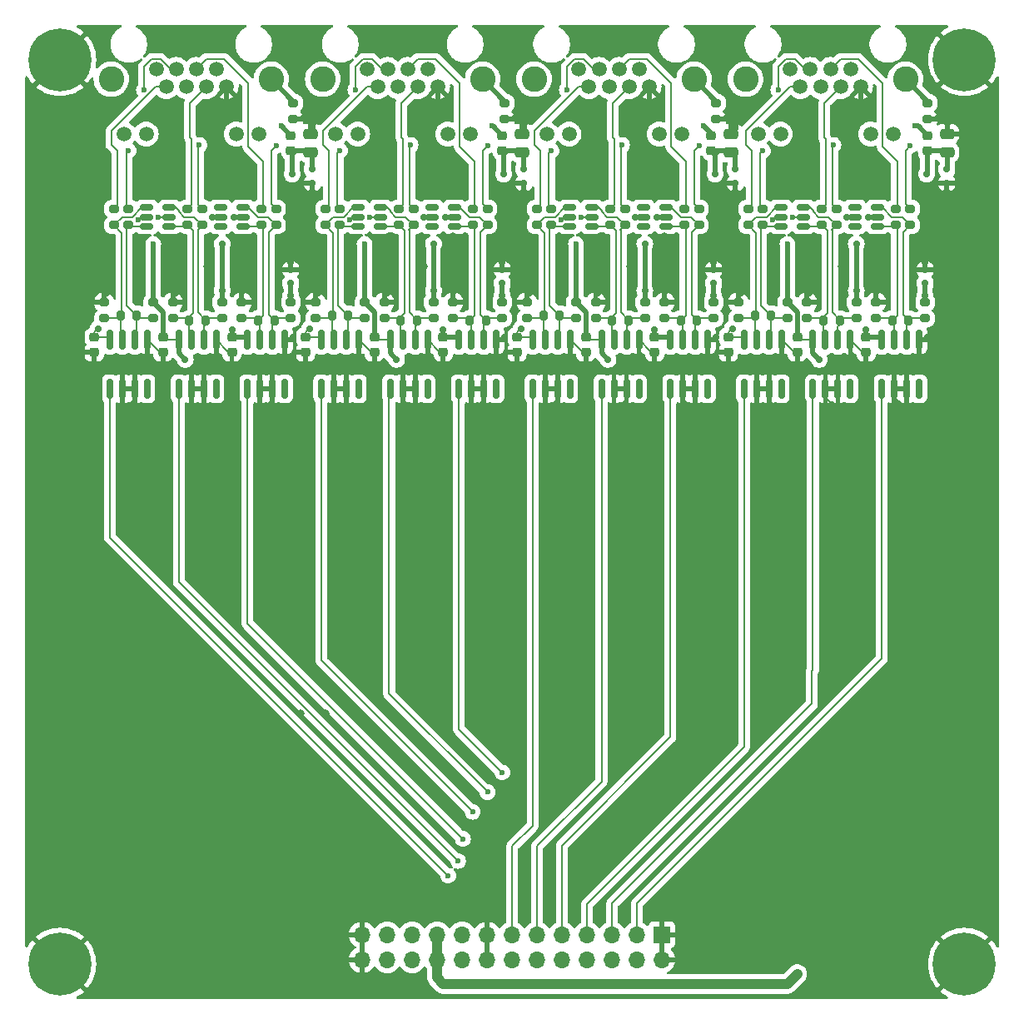
<source format=gtl>
G04 #@! TF.GenerationSoftware,KiCad,Pcbnew,8.0.4*
G04 #@! TF.CreationDate,2024-08-31T14:34:19+03:00*
G04 #@! TF.ProjectId,rioctrl-quadenc4,72696f63-7472-46c2-9d71-756164656e63,rev?*
G04 #@! TF.SameCoordinates,Original*
G04 #@! TF.FileFunction,Copper,L1,Top*
G04 #@! TF.FilePolarity,Positive*
%FSLAX46Y46*%
G04 Gerber Fmt 4.6, Leading zero omitted, Abs format (unit mm)*
G04 Created by KiCad (PCBNEW 8.0.4) date 2024-08-31 14:34:19*
%MOMM*%
%LPD*%
G01*
G04 APERTURE LIST*
G04 Aperture macros list*
%AMRoundRect*
0 Rectangle with rounded corners*
0 $1 Rounding radius*
0 $2 $3 $4 $5 $6 $7 $8 $9 X,Y pos of 4 corners*
0 Add a 4 corners polygon primitive as box body*
4,1,4,$2,$3,$4,$5,$6,$7,$8,$9,$2,$3,0*
0 Add four circle primitives for the rounded corners*
1,1,$1+$1,$2,$3*
1,1,$1+$1,$4,$5*
1,1,$1+$1,$6,$7*
1,1,$1+$1,$8,$9*
0 Add four rect primitives between the rounded corners*
20,1,$1+$1,$2,$3,$4,$5,0*
20,1,$1+$1,$4,$5,$6,$7,0*
20,1,$1+$1,$6,$7,$8,$9,0*
20,1,$1+$1,$8,$9,$2,$3,0*%
G04 Aperture macros list end*
G04 #@! TA.AperFunction,SMDPad,CuDef*
%ADD10RoundRect,0.225000X-0.250000X0.225000X-0.250000X-0.225000X0.250000X-0.225000X0.250000X0.225000X0*%
G04 #@! TD*
G04 #@! TA.AperFunction,SMDPad,CuDef*
%ADD11RoundRect,0.200000X0.275000X-0.200000X0.275000X0.200000X-0.275000X0.200000X-0.275000X-0.200000X0*%
G04 #@! TD*
G04 #@! TA.AperFunction,SMDPad,CuDef*
%ADD12RoundRect,0.200000X0.200000X0.275000X-0.200000X0.275000X-0.200000X-0.275000X0.200000X-0.275000X0*%
G04 #@! TD*
G04 #@! TA.AperFunction,SMDPad,CuDef*
%ADD13RoundRect,0.150000X-0.512500X-0.150000X0.512500X-0.150000X0.512500X0.150000X-0.512500X0.150000X0*%
G04 #@! TD*
G04 #@! TA.AperFunction,SMDPad,CuDef*
%ADD14RoundRect,0.200000X-0.275000X0.200000X-0.275000X-0.200000X0.275000X-0.200000X0.275000X0.200000X0*%
G04 #@! TD*
G04 #@! TA.AperFunction,SMDPad,CuDef*
%ADD15RoundRect,0.200000X-0.200000X-0.275000X0.200000X-0.275000X0.200000X0.275000X-0.200000X0.275000X0*%
G04 #@! TD*
G04 #@! TA.AperFunction,SMDPad,CuDef*
%ADD16RoundRect,0.150000X0.150000X-0.825000X0.150000X0.825000X-0.150000X0.825000X-0.150000X-0.825000X0*%
G04 #@! TD*
G04 #@! TA.AperFunction,SMDPad,CuDef*
%ADD17RoundRect,0.250000X0.475000X-0.250000X0.475000X0.250000X-0.475000X0.250000X-0.475000X-0.250000X0*%
G04 #@! TD*
G04 #@! TA.AperFunction,SMDPad,CuDef*
%ADD18RoundRect,0.150000X-0.200000X0.150000X-0.200000X-0.150000X0.200000X-0.150000X0.200000X0.150000X0*%
G04 #@! TD*
G04 #@! TA.AperFunction,ComponentPad*
%ADD19R,1.700000X1.700000*%
G04 #@! TD*
G04 #@! TA.AperFunction,ComponentPad*
%ADD20O,1.700000X1.700000*%
G04 #@! TD*
G04 #@! TA.AperFunction,ComponentPad*
%ADD21C,0.800000*%
G04 #@! TD*
G04 #@! TA.AperFunction,ComponentPad*
%ADD22C,6.400000*%
G04 #@! TD*
G04 #@! TA.AperFunction,ComponentPad*
%ADD23C,1.500000*%
G04 #@! TD*
G04 #@! TA.AperFunction,ComponentPad*
%ADD24C,2.600000*%
G04 #@! TD*
G04 #@! TA.AperFunction,SMDPad,CuDef*
%ADD25RoundRect,0.218750X0.256250X-0.218750X0.256250X0.218750X-0.256250X0.218750X-0.256250X-0.218750X0*%
G04 #@! TD*
G04 #@! TA.AperFunction,ViaPad*
%ADD26C,0.700000*%
G04 #@! TD*
G04 #@! TA.AperFunction,ViaPad*
%ADD27C,0.600000*%
G04 #@! TD*
G04 #@! TA.AperFunction,ViaPad*
%ADD28C,0.800000*%
G04 #@! TD*
G04 #@! TA.AperFunction,Conductor*
%ADD29C,0.500000*%
G04 #@! TD*
G04 #@! TA.AperFunction,Conductor*
%ADD30C,0.200000*%
G04 #@! TD*
G04 #@! TA.AperFunction,Conductor*
%ADD31C,1.000000*%
G04 #@! TD*
G04 APERTURE END LIST*
D10*
G04 #@! TO.P,C5,1*
G04 #@! TO.N,+3V3*
X164500000Y-82225000D03*
G04 #@! TO.P,C5,2*
G04 #@! TO.N,GND*
X164500000Y-83775000D03*
G04 #@! TD*
G04 #@! TO.P,C13,1*
G04 #@! TO.N,+3V3*
X121500000Y-82225000D03*
G04 #@! TO.P,C13,2*
G04 #@! TO.N,GND*
X121500000Y-83775000D03*
G04 #@! TD*
D11*
G04 #@! TO.P,R57,1*
G04 #@! TO.N,/Quadenc3/A_IN_N*
X108500000Y-80325000D03*
G04 #@! TO.P,R57,2*
G04 #@! TO.N,GND*
X108500000Y-78675000D03*
G04 #@! TD*
D12*
G04 #@! TO.P,R18,1*
G04 #@! TO.N,/Quadenc1/B_IN_P*
X161825000Y-80500000D03*
G04 #@! TO.P,R18,2*
G04 #@! TO.N,/Quadenc1/B_IN_N*
X160175000Y-80500000D03*
G04 #@! TD*
D13*
G04 #@! TO.P,U9,1,I/O1*
G04 #@! TO.N,/Quadenc1/A_IN_N*
X155862500Y-69050000D03*
G04 #@! TO.P,U9,2,GND*
G04 #@! TO.N,GND*
X155862500Y-70000000D03*
G04 #@! TO.P,U9,3,I/O2*
G04 #@! TO.N,/Quadenc1/A_IN_P*
X155862500Y-70950000D03*
G04 #@! TO.P,U9,4,I/O3*
G04 #@! TO.N,/Quadenc1/B_IN_N*
X158137500Y-70950000D03*
G04 #@! TO.P,U9,5,VBUS*
G04 #@! TO.N,+3V3*
X158137500Y-70000000D03*
G04 #@! TO.P,U9,6,I/O4*
G04 #@! TO.N,/Quadenc1/B_IN_P*
X158137500Y-69050000D03*
G04 #@! TD*
D11*
G04 #@! TO.P,R12,1*
G04 #@! TO.N,/Quadenc/B_IN_P*
X183000000Y-70825000D03*
G04 #@! TO.P,R12,2*
G04 #@! TO.N,Net-(J1-Pad3)*
X183000000Y-69175000D03*
G04 #@! TD*
D14*
G04 #@! TO.P,R16,1*
G04 #@! TO.N,Net-(J1-PadSH)*
X192250000Y-58425000D03*
G04 #@! TO.P,R16,2*
G04 #@! TO.N,GND*
X192250000Y-60075000D03*
G04 #@! TD*
D11*
G04 #@! TO.P,R25,1*
G04 #@! TO.N,/Quadenc1/A_IN_N*
X151500000Y-80325000D03*
G04 #@! TO.P,R25,2*
G04 #@! TO.N,GND*
X151500000Y-78675000D03*
G04 #@! TD*
D12*
G04 #@! TO.P,R21,1*
G04 #@! TO.N,/Quadenc1/Z_IN_P*
X168825000Y-80500000D03*
G04 #@! TO.P,R21,2*
G04 #@! TO.N,/Quadenc1/Z_IN_N*
X167175000Y-80500000D03*
G04 #@! TD*
D11*
G04 #@! TO.P,R26,1*
G04 #@! TO.N,/Quadenc1/A_IN_P*
X154000000Y-70825000D03*
G04 #@! TO.P,R26,2*
G04 #@! TO.N,Net-(J3-Pad1)*
X154000000Y-69175000D03*
G04 #@! TD*
G04 #@! TO.P,R19,1*
G04 #@! TO.N,/Quadenc1/B_IN_N*
X158500000Y-80325000D03*
G04 #@! TO.P,R19,2*
G04 #@! TO.N,GND*
X158500000Y-78675000D03*
G04 #@! TD*
D15*
G04 #@! TO.P,R56,1*
G04 #@! TO.N,/Quadenc3/A_IN_N*
X110175000Y-80000000D03*
G04 #@! TO.P,R56,2*
G04 #@! TO.N,/Quadenc3/A_IN_P*
X111825000Y-80000000D03*
G04 #@! TD*
D10*
G04 #@! TO.P,C11,1*
G04 #@! TO.N,+3V3*
X136000000Y-82225000D03*
G04 #@! TO.P,C11,2*
G04 #@! TO.N,GND*
X136000000Y-83775000D03*
G04 #@! TD*
G04 #@! TO.P,C14,1*
G04 #@! TO.N,+3V3*
X107500000Y-82225000D03*
G04 #@! TO.P,C14,2*
G04 #@! TO.N,GND*
X107500000Y-83775000D03*
G04 #@! TD*
G04 #@! TO.P,C15,1*
G04 #@! TO.N,+3V3*
X114500000Y-82225000D03*
G04 #@! TO.P,C15,2*
G04 #@! TO.N,GND*
X114500000Y-83775000D03*
G04 #@! TD*
D14*
G04 #@! TO.P,R55,1*
G04 #@! TO.N,+3V3*
X113500000Y-78675000D03*
G04 #@! TO.P,R55,2*
G04 #@! TO.N,/Quadenc3/A_IN_P*
X113500000Y-80325000D03*
G04 #@! TD*
D11*
G04 #@! TO.P,R61,1*
G04 #@! TO.N,/Quadenc3/Z_IN_P*
X126000000Y-70825000D03*
G04 #@! TO.P,R61,2*
G04 #@! TO.N,Net-(J5-Pad4)*
X126000000Y-69175000D03*
G04 #@! TD*
D16*
G04 #@! TO.P,U2,1,RO*
G04 #@! TO.N,/Quadenc/Z*
X187595000Y-87475000D03*
G04 #@! TO.P,U2,2,~{RE}*
G04 #@! TO.N,GND*
X188865000Y-87475000D03*
G04 #@! TO.P,U2,3,DE*
X190135000Y-87475000D03*
G04 #@! TO.P,U2,4,DI*
G04 #@! TO.N,unconnected-(U2-DI-Pad4)*
X191405000Y-87475000D03*
G04 #@! TO.P,U2,5,GND*
G04 #@! TO.N,GND*
X191405000Y-82525000D03*
G04 #@! TO.P,U2,6,A*
G04 #@! TO.N,/Quadenc/Z_IN_P*
X190135000Y-82525000D03*
G04 #@! TO.P,U2,7,B*
G04 #@! TO.N,/Quadenc/Z_IN_N*
X188865000Y-82525000D03*
G04 #@! TO.P,U2,8,VCC*
G04 #@! TO.N,+3V3*
X187595000Y-82525000D03*
G04 #@! TD*
D11*
G04 #@! TO.P,R45,1*
G04 #@! TO.N,/Quadenc2/Z_IN_P*
X147500000Y-70825000D03*
G04 #@! TO.P,R45,2*
G04 #@! TO.N,Net-(J4-Pad4)*
X147500000Y-69175000D03*
G04 #@! TD*
G04 #@! TO.P,R31,1*
G04 #@! TO.N,/Quadenc1/B_IN_N*
X160000000Y-70825000D03*
G04 #@! TO.P,R31,2*
G04 #@! TO.N,Net-(J3-Pad6)*
X160000000Y-69175000D03*
G04 #@! TD*
D17*
G04 #@! TO.P,C4,1*
G04 #@! TO.N,+5V*
X194250000Y-63450000D03*
G04 #@! TO.P,C4,2*
G04 #@! TO.N,GND*
X194250000Y-61550000D03*
G04 #@! TD*
D11*
G04 #@! TO.P,R38,1*
G04 #@! TO.N,/Quadenc2/Z_IN_N*
X144000000Y-80325000D03*
G04 #@! TO.P,R38,2*
G04 #@! TO.N,GND*
X144000000Y-78675000D03*
G04 #@! TD*
G04 #@! TO.P,R63,1*
G04 #@! TO.N,/Quadenc3/B_IN_N*
X117000000Y-70825000D03*
G04 #@! TO.P,R63,2*
G04 #@! TO.N,Net-(J5-Pad6)*
X117000000Y-69175000D03*
G04 #@! TD*
D16*
G04 #@! TO.P,U7,1,RO*
G04 #@! TO.N,/Quadenc1/Z*
X166095000Y-87475000D03*
G04 #@! TO.P,U7,2,~{RE}*
G04 #@! TO.N,GND*
X167365000Y-87475000D03*
G04 #@! TO.P,U7,3,DE*
X168635000Y-87475000D03*
G04 #@! TO.P,U7,4,DI*
G04 #@! TO.N,unconnected-(U7-DI-Pad4)*
X169905000Y-87475000D03*
G04 #@! TO.P,U7,5,GND*
G04 #@! TO.N,GND*
X169905000Y-82525000D03*
G04 #@! TO.P,U7,6,A*
G04 #@! TO.N,/Quadenc1/Z_IN_P*
X168635000Y-82525000D03*
G04 #@! TO.P,U7,7,B*
G04 #@! TO.N,/Quadenc1/Z_IN_N*
X167365000Y-82525000D03*
G04 #@! TO.P,U7,8,VCC*
G04 #@! TO.N,+3V3*
X166095000Y-82525000D03*
G04 #@! TD*
D18*
G04 #@! TO.P,D8,1,A1*
G04 #@! TO.N,GND*
X129700000Y-66550000D03*
G04 #@! TO.P,D8,2,A2*
G04 #@! TO.N,+5V*
X129700000Y-65150000D03*
G04 #@! TD*
D14*
G04 #@! TO.P,R52,1*
G04 #@! TO.N,+3V3*
X127500000Y-78675000D03*
G04 #@! TO.P,R52,2*
G04 #@! TO.N,/Quadenc3/Z_IN_P*
X127500000Y-80325000D03*
G04 #@! TD*
D19*
G04 #@! TO.P,J2,1,Pin_1*
G04 #@! TO.N,GND*
X165240000Y-143000000D03*
D20*
G04 #@! TO.P,J2,2,Pin_2*
X165240000Y-145540000D03*
G04 #@! TO.P,J2,3,Pin_3*
G04 #@! TO.N,/Quadenc/Z*
X162700000Y-143000000D03*
G04 #@! TO.P,J2,4,Pin_4*
G04 #@! TO.N,/Quadenc2/Z*
X162700000Y-145540000D03*
G04 #@! TO.P,J2,5,Pin_5*
G04 #@! TO.N,/Quadenc/B*
X160160000Y-143000000D03*
G04 #@! TO.P,J2,6,Pin_6*
G04 #@! TO.N,/Quadenc2/B*
X160160000Y-145540000D03*
G04 #@! TO.P,J2,7,Pin_7*
G04 #@! TO.N,/Quadenc/A*
X157620000Y-143000000D03*
G04 #@! TO.P,J2,8,Pin_8*
G04 #@! TO.N,/Quadenc2/A*
X157620000Y-145540000D03*
G04 #@! TO.P,J2,9,Pin_9*
G04 #@! TO.N,/Quadenc1/Z*
X155080000Y-143000000D03*
G04 #@! TO.P,J2,10,Pin_10*
G04 #@! TO.N,/Quadenc3/Z*
X155080000Y-145540000D03*
G04 #@! TO.P,J2,11,Pin_11*
G04 #@! TO.N,/Quadenc1/B*
X152540000Y-143000000D03*
G04 #@! TO.P,J2,12,Pin_12*
G04 #@! TO.N,/Quadenc3/B*
X152540000Y-145540000D03*
G04 #@! TO.P,J2,13,Pin_13*
G04 #@! TO.N,/Quadenc1/A*
X150000000Y-143000000D03*
G04 #@! TO.P,J2,14,Pin_14*
G04 #@! TO.N,/Quadenc3/A*
X150000000Y-145540000D03*
G04 #@! TO.P,J2,15,Pin_15*
G04 #@! TO.N,GND*
X147460000Y-143000000D03*
G04 #@! TO.P,J2,16,Pin_16*
X147460000Y-145540000D03*
G04 #@! TO.P,J2,17,Pin_17*
G04 #@! TO.N,+3V3*
X144920000Y-143000000D03*
G04 #@! TO.P,J2,18,Pin_18*
X144920000Y-145540000D03*
G04 #@! TO.P,J2,19,Pin_19*
G04 #@! TO.N,+5V*
X142380000Y-143000000D03*
G04 #@! TO.P,J2,20,Pin_20*
X142380000Y-145540000D03*
G04 #@! TO.P,J2,21,Pin_21*
G04 #@! TO.N,+24V*
X139840000Y-143000000D03*
G04 #@! TO.P,J2,22,Pin_22*
X139840000Y-145540000D03*
G04 #@! TO.P,J2,23,Pin_23*
G04 #@! TO.N,/Slot/SlotEN*
X137300000Y-143000000D03*
G04 #@! TO.P,J2,24,Pin_24*
X137300000Y-145540000D03*
G04 #@! TO.P,J2,25,Pin_25*
G04 #@! TO.N,GND*
X134760000Y-143000000D03*
G04 #@! TO.P,J2,26,Pin_26*
X134760000Y-145540000D03*
G04 #@! TD*
D16*
G04 #@! TO.P,U17,1,RO*
G04 #@! TO.N,/Quadenc3/Z*
X123095000Y-87475000D03*
G04 #@! TO.P,U17,2,~{RE}*
G04 #@! TO.N,GND*
X124365000Y-87475000D03*
G04 #@! TO.P,U17,3,DE*
X125635000Y-87475000D03*
G04 #@! TO.P,U17,4,DI*
G04 #@! TO.N,unconnected-(U17-DI-Pad4)*
X126905000Y-87475000D03*
G04 #@! TO.P,U17,5,GND*
G04 #@! TO.N,GND*
X126905000Y-82525000D03*
G04 #@! TO.P,U17,6,A*
G04 #@! TO.N,/Quadenc3/Z_IN_P*
X125635000Y-82525000D03*
G04 #@! TO.P,U17,7,B*
G04 #@! TO.N,/Quadenc3/Z_IN_N*
X124365000Y-82525000D03*
G04 #@! TO.P,U17,8,VCC*
G04 #@! TO.N,+3V3*
X123095000Y-82525000D03*
G04 #@! TD*
D11*
G04 #@! TO.P,R15,1*
G04 #@! TO.N,/Quadenc/B_IN_N*
X181500000Y-70825000D03*
G04 #@! TO.P,R15,2*
G04 #@! TO.N,Net-(J1-Pad6)*
X181500000Y-69175000D03*
G04 #@! TD*
D21*
G04 #@! TO.P,H4,1,1*
G04 #@! TO.N,GND*
X101600000Y-146000000D03*
X102302944Y-144302944D03*
X102302944Y-147697056D03*
X104000000Y-143600000D03*
D22*
X104000000Y-146000000D03*
D21*
X104000000Y-148400000D03*
X105697056Y-144302944D03*
X105697056Y-147697056D03*
X106400000Y-146000000D03*
G04 #@! TD*
D14*
G04 #@! TO.P,R1,1*
G04 #@! TO.N,+3V3*
X185000000Y-78675000D03*
G04 #@! TO.P,R1,2*
G04 #@! TO.N,/Quadenc/B_IN_P*
X185000000Y-80325000D03*
G04 #@! TD*
D11*
G04 #@! TO.P,R30,1*
G04 #@! TO.N,/Quadenc1/Z_IN_N*
X167500000Y-70825000D03*
G04 #@! TO.P,R30,2*
G04 #@! TO.N,Net-(J3-Pad5)*
X167500000Y-69175000D03*
G04 #@! TD*
D18*
G04 #@! TO.P,D6,1,A1*
G04 #@! TO.N,GND*
X151200000Y-66550000D03*
G04 #@! TO.P,D6,2,A2*
G04 #@! TO.N,+5V*
X151200000Y-65150000D03*
G04 #@! TD*
G04 #@! TO.P,D5,1,A1*
G04 #@! TO.N,+3V3*
X149000000Y-76750000D03*
G04 #@! TO.P,D5,2,A2*
G04 #@! TO.N,GND*
X149000000Y-75350000D03*
G04 #@! TD*
D23*
G04 #@! TO.P,J3,1*
G04 #@! TO.N,Net-(J3-Pad1)*
X156800000Y-54980000D03*
G04 #@! TO.P,J3,2*
G04 #@! TO.N,Net-(J3-Pad2)*
X157820000Y-56760000D03*
G04 #@! TO.P,J3,3*
G04 #@! TO.N,Net-(J3-Pad3)*
X158840000Y-54980000D03*
G04 #@! TO.P,J3,4*
G04 #@! TO.N,Net-(J3-Pad4)*
X159860000Y-56760000D03*
G04 #@! TO.P,J3,5*
G04 #@! TO.N,Net-(J3-Pad5)*
X160880000Y-54980000D03*
G04 #@! TO.P,J3,6*
G04 #@! TO.N,Net-(J3-Pad6)*
X161900000Y-56760000D03*
G04 #@! TO.P,J3,7*
G04 #@! TO.N,Net-(FB2-Pad2)*
X162920000Y-54980000D03*
G04 #@! TO.P,J3,8*
G04 #@! TO.N,GND*
X163940000Y-56760000D03*
G04 #@! TO.P,J3,9*
G04 #@! TO.N,unconnected-(J3-Pad9)*
X153510000Y-61570000D03*
G04 #@! TO.P,J3,10*
G04 #@! TO.N,unconnected-(J3-Pad10)*
X155800000Y-61570000D03*
G04 #@! TO.P,J3,11*
G04 #@! TO.N,unconnected-(J3-Pad11)*
X164940000Y-61570000D03*
G04 #@! TO.P,J3,12*
G04 #@! TO.N,unconnected-(J3-Pad12)*
X167230000Y-61570000D03*
D24*
G04 #@! TO.P,J3,SH*
G04 #@! TO.N,Net-(J3-PadSH)*
X168500000Y-56000000D03*
X152240000Y-56000000D03*
G04 #@! TD*
D11*
G04 #@! TO.P,R3,1*
G04 #@! TO.N,/Quadenc/B_IN_N*
X180000000Y-80325000D03*
G04 #@! TO.P,R3,2*
G04 #@! TO.N,GND*
X180000000Y-78675000D03*
G04 #@! TD*
D13*
G04 #@! TO.P,U10,1,I/O1*
G04 #@! TO.N,unconnected-(U10-I{slash}O1-Pad1)*
X163362500Y-69050000D03*
G04 #@! TO.P,U10,2,GND*
G04 #@! TO.N,GND*
X163362500Y-70000000D03*
G04 #@! TO.P,U10,3,I/O2*
G04 #@! TO.N,unconnected-(U10-I{slash}O2-Pad3)*
X163362500Y-70950000D03*
G04 #@! TO.P,U10,4,I/O3*
G04 #@! TO.N,/Quadenc1/Z_IN_N*
X165637500Y-70950000D03*
G04 #@! TO.P,U10,5,VBUS*
G04 #@! TO.N,+3V3*
X165637500Y-70000000D03*
G04 #@! TO.P,U10,6,I/O4*
G04 #@! TO.N,/Quadenc1/Z_IN_P*
X165637500Y-69050000D03*
G04 #@! TD*
D18*
G04 #@! TO.P,D3,1,A1*
G04 #@! TO.N,+3V3*
X170500000Y-76750000D03*
G04 #@! TO.P,D3,2,A2*
G04 #@! TO.N,GND*
X170500000Y-75350000D03*
G04 #@! TD*
D25*
G04 #@! TO.P,FB1,1*
G04 #@! TO.N,+5V*
X192250000Y-63287500D03*
G04 #@! TO.P,FB1,2*
G04 #@! TO.N,Net-(FB1-Pad2)*
X192250000Y-61712500D03*
G04 #@! TD*
D14*
G04 #@! TO.P,R48,1*
G04 #@! TO.N,Net-(J4-PadSH)*
X149250000Y-58425000D03*
G04 #@! TO.P,R48,2*
G04 #@! TO.N,GND*
X149250000Y-60075000D03*
G04 #@! TD*
D10*
G04 #@! TO.P,C2,1*
G04 #@! TO.N,+3V3*
X172000000Y-82225000D03*
G04 #@! TO.P,C2,2*
G04 #@! TO.N,GND*
X172000000Y-83775000D03*
G04 #@! TD*
D11*
G04 #@! TO.P,R47,1*
G04 #@! TO.N,/Quadenc2/B_IN_N*
X138500000Y-70825000D03*
G04 #@! TO.P,R47,2*
G04 #@! TO.N,Net-(J4-Pad6)*
X138500000Y-69175000D03*
G04 #@! TD*
D15*
G04 #@! TO.P,R24,1*
G04 #@! TO.N,/Quadenc1/A_IN_N*
X153175000Y-80000000D03*
G04 #@! TO.P,R24,2*
G04 #@! TO.N,/Quadenc1/A_IN_P*
X154825000Y-80000000D03*
G04 #@! TD*
D11*
G04 #@! TO.P,R60,1*
G04 #@! TO.N,/Quadenc3/B_IN_P*
X118500000Y-70825000D03*
G04 #@! TO.P,R60,2*
G04 #@! TO.N,Net-(J5-Pad3)*
X118500000Y-69175000D03*
G04 #@! TD*
G04 #@! TO.P,R59,1*
G04 #@! TO.N,/Quadenc3/A_IN_N*
X109500000Y-70825000D03*
G04 #@! TO.P,R59,2*
G04 #@! TO.N,Net-(J5-Pad2)*
X109500000Y-69175000D03*
G04 #@! TD*
G04 #@! TO.P,R29,1*
G04 #@! TO.N,/Quadenc1/Z_IN_P*
X169000000Y-70825000D03*
G04 #@! TO.P,R29,2*
G04 #@! TO.N,Net-(J3-Pad4)*
X169000000Y-69175000D03*
G04 #@! TD*
D16*
G04 #@! TO.P,U8,1,RO*
G04 #@! TO.N,/Quadenc1/A*
X152095000Y-87475000D03*
G04 #@! TO.P,U8,2,~{RE}*
G04 #@! TO.N,GND*
X153365000Y-87475000D03*
G04 #@! TO.P,U8,3,DE*
X154635000Y-87475000D03*
G04 #@! TO.P,U8,4,DI*
G04 #@! TO.N,unconnected-(U8-DI-Pad4)*
X155905000Y-87475000D03*
G04 #@! TO.P,U8,5,GND*
G04 #@! TO.N,GND*
X155905000Y-82525000D03*
G04 #@! TO.P,U8,6,A*
G04 #@! TO.N,/Quadenc1/A_IN_P*
X154635000Y-82525000D03*
G04 #@! TO.P,U8,7,B*
G04 #@! TO.N,/Quadenc1/A_IN_N*
X153365000Y-82525000D03*
G04 #@! TO.P,U8,8,VCC*
G04 #@! TO.N,+3V3*
X152095000Y-82525000D03*
G04 #@! TD*
D23*
G04 #@! TO.P,J1,1*
G04 #@! TO.N,Net-(J1-Pad1)*
X178300000Y-54980000D03*
G04 #@! TO.P,J1,2*
G04 #@! TO.N,Net-(J1-Pad2)*
X179320000Y-56760000D03*
G04 #@! TO.P,J1,3*
G04 #@! TO.N,Net-(J1-Pad3)*
X180340000Y-54980000D03*
G04 #@! TO.P,J1,4*
G04 #@! TO.N,Net-(J1-Pad4)*
X181360000Y-56760000D03*
G04 #@! TO.P,J1,5*
G04 #@! TO.N,Net-(J1-Pad5)*
X182380000Y-54980000D03*
G04 #@! TO.P,J1,6*
G04 #@! TO.N,Net-(J1-Pad6)*
X183400000Y-56760000D03*
G04 #@! TO.P,J1,7*
G04 #@! TO.N,Net-(FB1-Pad2)*
X184420000Y-54980000D03*
G04 #@! TO.P,J1,8*
G04 #@! TO.N,GND*
X185440000Y-56760000D03*
G04 #@! TO.P,J1,9*
G04 #@! TO.N,unconnected-(J1-Pad9)*
X175010000Y-61570000D03*
G04 #@! TO.P,J1,10*
G04 #@! TO.N,unconnected-(J1-Pad10)*
X177300000Y-61570000D03*
G04 #@! TO.P,J1,11*
G04 #@! TO.N,unconnected-(J1-Pad11)*
X186440000Y-61570000D03*
G04 #@! TO.P,J1,12*
G04 #@! TO.N,unconnected-(J1-Pad12)*
X188730000Y-61570000D03*
D24*
G04 #@! TO.P,J1,SH*
G04 #@! TO.N,Net-(J1-PadSH)*
X190000000Y-56000000D03*
X173740000Y-56000000D03*
G04 #@! TD*
D18*
G04 #@! TO.P,D4,1,A1*
G04 #@! TO.N,GND*
X172700000Y-66550000D03*
G04 #@! TO.P,D4,2,A2*
G04 #@! TO.N,+5V*
X172700000Y-65150000D03*
G04 #@! TD*
D11*
G04 #@! TO.P,R11,1*
G04 #@! TO.N,/Quadenc/A_IN_N*
X174000000Y-70825000D03*
G04 #@! TO.P,R11,2*
G04 #@! TO.N,Net-(J1-Pad2)*
X174000000Y-69175000D03*
G04 #@! TD*
D16*
G04 #@! TO.P,U18,1,RO*
G04 #@! TO.N,/Quadenc3/A*
X109095000Y-87475000D03*
G04 #@! TO.P,U18,2,~{RE}*
G04 #@! TO.N,GND*
X110365000Y-87475000D03*
G04 #@! TO.P,U18,3,DE*
X111635000Y-87475000D03*
G04 #@! TO.P,U18,4,DI*
G04 #@! TO.N,unconnected-(U18-DI-Pad4)*
X112905000Y-87475000D03*
G04 #@! TO.P,U18,5,GND*
G04 #@! TO.N,GND*
X112905000Y-82525000D03*
G04 #@! TO.P,U18,6,A*
G04 #@! TO.N,/Quadenc3/A_IN_P*
X111635000Y-82525000D03*
G04 #@! TO.P,U18,7,B*
G04 #@! TO.N,/Quadenc3/A_IN_N*
X110365000Y-82525000D03*
G04 #@! TO.P,U18,8,VCC*
G04 #@! TO.N,+3V3*
X109095000Y-82525000D03*
G04 #@! TD*
D12*
G04 #@! TO.P,R2,1*
G04 #@! TO.N,/Quadenc/B_IN_P*
X183325000Y-80500000D03*
G04 #@! TO.P,R2,2*
G04 #@! TO.N,/Quadenc/B_IN_N*
X181675000Y-80500000D03*
G04 #@! TD*
G04 #@! TO.P,R53,1*
G04 #@! TO.N,/Quadenc3/Z_IN_P*
X125825000Y-80500000D03*
G04 #@! TO.P,R53,2*
G04 #@! TO.N,/Quadenc3/Z_IN_N*
X124175000Y-80500000D03*
G04 #@! TD*
D15*
G04 #@! TO.P,R8,1*
G04 #@! TO.N,/Quadenc/A_IN_N*
X174675000Y-80000000D03*
G04 #@! TO.P,R8,2*
G04 #@! TO.N,/Quadenc/A_IN_P*
X176325000Y-80000000D03*
G04 #@! TD*
D11*
G04 #@! TO.P,R14,1*
G04 #@! TO.N,/Quadenc/Z_IN_N*
X189000000Y-70825000D03*
G04 #@! TO.P,R14,2*
G04 #@! TO.N,Net-(J1-Pad5)*
X189000000Y-69175000D03*
G04 #@! TD*
G04 #@! TO.P,R22,1*
G04 #@! TO.N,/Quadenc1/Z_IN_N*
X165500000Y-80325000D03*
G04 #@! TO.P,R22,2*
G04 #@! TO.N,GND*
X165500000Y-78675000D03*
G04 #@! TD*
G04 #@! TO.P,R10,1*
G04 #@! TO.N,/Quadenc/A_IN_P*
X175500000Y-70825000D03*
G04 #@! TO.P,R10,2*
G04 #@! TO.N,Net-(J1-Pad1)*
X175500000Y-69175000D03*
G04 #@! TD*
D16*
G04 #@! TO.P,U13,1,RO*
G04 #@! TO.N,/Quadenc2/A*
X130595000Y-87475000D03*
G04 #@! TO.P,U13,2,~{RE}*
G04 #@! TO.N,GND*
X131865000Y-87475000D03*
G04 #@! TO.P,U13,3,DE*
X133135000Y-87475000D03*
G04 #@! TO.P,U13,4,DI*
G04 #@! TO.N,unconnected-(U13-DI-Pad4)*
X134405000Y-87475000D03*
G04 #@! TO.P,U13,5,GND*
G04 #@! TO.N,GND*
X134405000Y-82525000D03*
G04 #@! TO.P,U13,6,A*
G04 #@! TO.N,/Quadenc2/A_IN_P*
X133135000Y-82525000D03*
G04 #@! TO.P,U13,7,B*
G04 #@! TO.N,/Quadenc2/A_IN_N*
X131865000Y-82525000D03*
G04 #@! TO.P,U13,8,VCC*
G04 #@! TO.N,+3V3*
X130595000Y-82525000D03*
G04 #@! TD*
D14*
G04 #@! TO.P,R7,1*
G04 #@! TO.N,+3V3*
X178000000Y-78675000D03*
G04 #@! TO.P,R7,2*
G04 #@! TO.N,/Quadenc/A_IN_P*
X178000000Y-80325000D03*
G04 #@! TD*
G04 #@! TO.P,R49,1*
G04 #@! TO.N,+3V3*
X120500000Y-78675000D03*
G04 #@! TO.P,R49,2*
G04 #@! TO.N,/Quadenc3/B_IN_P*
X120500000Y-80325000D03*
G04 #@! TD*
G04 #@! TO.P,R33,1*
G04 #@! TO.N,+3V3*
X142000000Y-78675000D03*
G04 #@! TO.P,R33,2*
G04 #@! TO.N,/Quadenc2/B_IN_P*
X142000000Y-80325000D03*
G04 #@! TD*
D17*
G04 #@! TO.P,C16,1*
G04 #@! TO.N,+5V*
X129500000Y-63450000D03*
G04 #@! TO.P,C16,2*
G04 #@! TO.N,GND*
X129500000Y-61550000D03*
G04 #@! TD*
D11*
G04 #@! TO.P,R58,1*
G04 #@! TO.N,/Quadenc3/A_IN_P*
X111000000Y-70825000D03*
G04 #@! TO.P,R58,2*
G04 #@! TO.N,Net-(J5-Pad1)*
X111000000Y-69175000D03*
G04 #@! TD*
D12*
G04 #@! TO.P,R5,1*
G04 #@! TO.N,/Quadenc/Z_IN_P*
X190325000Y-80500000D03*
G04 #@! TO.P,R5,2*
G04 #@! TO.N,/Quadenc/Z_IN_N*
X188675000Y-80500000D03*
G04 #@! TD*
D13*
G04 #@! TO.P,U14,1,I/O1*
G04 #@! TO.N,/Quadenc2/A_IN_N*
X134362500Y-69050000D03*
G04 #@! TO.P,U14,2,GND*
G04 #@! TO.N,GND*
X134362500Y-70000000D03*
G04 #@! TO.P,U14,3,I/O2*
G04 #@! TO.N,/Quadenc2/A_IN_P*
X134362500Y-70950000D03*
G04 #@! TO.P,U14,4,I/O3*
G04 #@! TO.N,/Quadenc2/B_IN_N*
X136637500Y-70950000D03*
G04 #@! TO.P,U14,5,VBUS*
G04 #@! TO.N,+3V3*
X136637500Y-70000000D03*
G04 #@! TO.P,U14,6,I/O4*
G04 #@! TO.N,/Quadenc2/B_IN_P*
X136637500Y-69050000D03*
G04 #@! TD*
D10*
G04 #@! TO.P,C7,1*
G04 #@! TO.N,+3V3*
X157500000Y-82225000D03*
G04 #@! TO.P,C7,2*
G04 #@! TO.N,GND*
X157500000Y-83775000D03*
G04 #@! TD*
D16*
G04 #@! TO.P,U12,1,RO*
G04 #@! TO.N,/Quadenc2/Z*
X144595000Y-87475000D03*
G04 #@! TO.P,U12,2,~{RE}*
G04 #@! TO.N,GND*
X145865000Y-87475000D03*
G04 #@! TO.P,U12,3,DE*
X147135000Y-87475000D03*
G04 #@! TO.P,U12,4,DI*
G04 #@! TO.N,unconnected-(U12-DI-Pad4)*
X148405000Y-87475000D03*
G04 #@! TO.P,U12,5,GND*
G04 #@! TO.N,GND*
X148405000Y-82525000D03*
G04 #@! TO.P,U12,6,A*
G04 #@! TO.N,/Quadenc2/Z_IN_P*
X147135000Y-82525000D03*
G04 #@! TO.P,U12,7,B*
G04 #@! TO.N,/Quadenc2/Z_IN_N*
X145865000Y-82525000D03*
G04 #@! TO.P,U12,8,VCC*
G04 #@! TO.N,+3V3*
X144595000Y-82525000D03*
G04 #@! TD*
D14*
G04 #@! TO.P,R17,1*
G04 #@! TO.N,+3V3*
X163500000Y-78675000D03*
G04 #@! TO.P,R17,2*
G04 #@! TO.N,/Quadenc1/B_IN_P*
X163500000Y-80325000D03*
G04 #@! TD*
D23*
G04 #@! TO.P,J4,1*
G04 #@! TO.N,Net-(J4-Pad1)*
X135300000Y-54980000D03*
G04 #@! TO.P,J4,2*
G04 #@! TO.N,Net-(J4-Pad2)*
X136320000Y-56760000D03*
G04 #@! TO.P,J4,3*
G04 #@! TO.N,Net-(J4-Pad3)*
X137340000Y-54980000D03*
G04 #@! TO.P,J4,4*
G04 #@! TO.N,Net-(J4-Pad4)*
X138360000Y-56760000D03*
G04 #@! TO.P,J4,5*
G04 #@! TO.N,Net-(J4-Pad5)*
X139380000Y-54980000D03*
G04 #@! TO.P,J4,6*
G04 #@! TO.N,Net-(J4-Pad6)*
X140400000Y-56760000D03*
G04 #@! TO.P,J4,7*
G04 #@! TO.N,Net-(FB3-Pad2)*
X141420000Y-54980000D03*
G04 #@! TO.P,J4,8*
G04 #@! TO.N,GND*
X142440000Y-56760000D03*
G04 #@! TO.P,J4,9*
G04 #@! TO.N,unconnected-(J4-Pad9)*
X132010000Y-61570000D03*
G04 #@! TO.P,J4,10*
G04 #@! TO.N,unconnected-(J4-Pad10)*
X134300000Y-61570000D03*
G04 #@! TO.P,J4,11*
G04 #@! TO.N,unconnected-(J4-Pad11)*
X143440000Y-61570000D03*
G04 #@! TO.P,J4,12*
G04 #@! TO.N,unconnected-(J4-Pad12)*
X145730000Y-61570000D03*
D24*
G04 #@! TO.P,J4,SH*
G04 #@! TO.N,Net-(J4-PadSH)*
X147000000Y-56000000D03*
X130740000Y-56000000D03*
G04 #@! TD*
D10*
G04 #@! TO.P,C9,1*
G04 #@! TO.N,+3V3*
X143000000Y-82225000D03*
G04 #@! TO.P,C9,2*
G04 #@! TO.N,GND*
X143000000Y-83775000D03*
G04 #@! TD*
D25*
G04 #@! TO.P,FB2,1*
G04 #@! TO.N,+5V*
X170250000Y-63287500D03*
G04 #@! TO.P,FB2,2*
G04 #@! TO.N,Net-(FB2-Pad2)*
X170250000Y-61712500D03*
G04 #@! TD*
G04 #@! TO.P,FB3,1*
G04 #@! TO.N,+5V*
X149000000Y-63287500D03*
G04 #@! TO.P,FB3,2*
G04 #@! TO.N,Net-(FB3-Pad2)*
X149000000Y-61712500D03*
G04 #@! TD*
D18*
G04 #@! TO.P,D1,1,A1*
G04 #@! TO.N,+3V3*
X192000000Y-76750000D03*
G04 #@! TO.P,D1,2,A2*
G04 #@! TO.N,GND*
X192000000Y-75350000D03*
G04 #@! TD*
D11*
G04 #@! TO.P,R54,1*
G04 #@! TO.N,/Quadenc3/Z_IN_N*
X122500000Y-80325000D03*
G04 #@! TO.P,R54,2*
G04 #@! TO.N,GND*
X122500000Y-78675000D03*
G04 #@! TD*
D21*
G04 #@! TO.P,H1,1,1*
G04 #@! TO.N,GND*
X101600000Y-54000000D03*
X102302944Y-52302944D03*
X102302944Y-55697056D03*
X104000000Y-51600000D03*
D22*
X104000000Y-54000000D03*
D21*
X104000000Y-56400000D03*
X105697056Y-52302944D03*
X105697056Y-55697056D03*
X106400000Y-54000000D03*
G04 #@! TD*
D18*
G04 #@! TO.P,D7,1,A1*
G04 #@! TO.N,+3V3*
X127500000Y-76750000D03*
G04 #@! TO.P,D7,2,A2*
G04 #@! TO.N,GND*
X127500000Y-75350000D03*
G04 #@! TD*
D13*
G04 #@! TO.P,U4,1,I/O1*
G04 #@! TO.N,/Quadenc/A_IN_N*
X177362500Y-69050000D03*
G04 #@! TO.P,U4,2,GND*
G04 #@! TO.N,GND*
X177362500Y-70000000D03*
G04 #@! TO.P,U4,3,I/O2*
G04 #@! TO.N,/Quadenc/A_IN_P*
X177362500Y-70950000D03*
G04 #@! TO.P,U4,4,I/O3*
G04 #@! TO.N,/Quadenc/B_IN_N*
X179637500Y-70950000D03*
G04 #@! TO.P,U4,5,VBUS*
G04 #@! TO.N,+3V3*
X179637500Y-70000000D03*
G04 #@! TO.P,U4,6,I/O4*
G04 #@! TO.N,/Quadenc/B_IN_P*
X179637500Y-69050000D03*
G04 #@! TD*
D11*
G04 #@! TO.P,R41,1*
G04 #@! TO.N,/Quadenc2/A_IN_N*
X130000000Y-80325000D03*
G04 #@! TO.P,R41,2*
G04 #@! TO.N,GND*
X130000000Y-78675000D03*
G04 #@! TD*
D15*
G04 #@! TO.P,R40,1*
G04 #@! TO.N,/Quadenc2/A_IN_N*
X131675000Y-80000000D03*
G04 #@! TO.P,R40,2*
G04 #@! TO.N,/Quadenc2/A_IN_P*
X133325000Y-80000000D03*
G04 #@! TD*
D23*
G04 #@! TO.P,J5,1*
G04 #@! TO.N,Net-(J5-Pad1)*
X113800000Y-54980000D03*
G04 #@! TO.P,J5,2*
G04 #@! TO.N,Net-(J5-Pad2)*
X114820000Y-56760000D03*
G04 #@! TO.P,J5,3*
G04 #@! TO.N,Net-(J5-Pad3)*
X115840000Y-54980000D03*
G04 #@! TO.P,J5,4*
G04 #@! TO.N,Net-(J5-Pad4)*
X116860000Y-56760000D03*
G04 #@! TO.P,J5,5*
G04 #@! TO.N,Net-(J5-Pad5)*
X117880000Y-54980000D03*
G04 #@! TO.P,J5,6*
G04 #@! TO.N,Net-(J5-Pad6)*
X118900000Y-56760000D03*
G04 #@! TO.P,J5,7*
G04 #@! TO.N,Net-(FB4-Pad2)*
X119920000Y-54980000D03*
G04 #@! TO.P,J5,8*
G04 #@! TO.N,GND*
X120940000Y-56760000D03*
G04 #@! TO.P,J5,9*
G04 #@! TO.N,unconnected-(J5-Pad9)*
X110510000Y-61570000D03*
G04 #@! TO.P,J5,10*
G04 #@! TO.N,unconnected-(J5-Pad10)*
X112800000Y-61570000D03*
G04 #@! TO.P,J5,11*
G04 #@! TO.N,unconnected-(J5-Pad11)*
X121940000Y-61570000D03*
G04 #@! TO.P,J5,12*
G04 #@! TO.N,unconnected-(J5-Pad12)*
X124230000Y-61570000D03*
D24*
G04 #@! TO.P,J5,SH*
G04 #@! TO.N,Net-(J5-PadSH)*
X125500000Y-56000000D03*
X109240000Y-56000000D03*
G04 #@! TD*
D11*
G04 #@! TO.P,R44,1*
G04 #@! TO.N,/Quadenc2/B_IN_P*
X140000000Y-70825000D03*
G04 #@! TO.P,R44,2*
G04 #@! TO.N,Net-(J4-Pad3)*
X140000000Y-69175000D03*
G04 #@! TD*
G04 #@! TO.P,R9,1*
G04 #@! TO.N,/Quadenc/A_IN_N*
X173000000Y-80325000D03*
G04 #@! TO.P,R9,2*
G04 #@! TO.N,GND*
X173000000Y-78675000D03*
G04 #@! TD*
D12*
G04 #@! TO.P,R50,1*
G04 #@! TO.N,/Quadenc3/B_IN_P*
X118825000Y-80500000D03*
G04 #@! TO.P,R50,2*
G04 #@! TO.N,/Quadenc3/B_IN_N*
X117175000Y-80500000D03*
G04 #@! TD*
D10*
G04 #@! TO.P,C10,1*
G04 #@! TO.N,+3V3*
X129000000Y-82225000D03*
G04 #@! TO.P,C10,2*
G04 #@! TO.N,GND*
X129000000Y-83775000D03*
G04 #@! TD*
D14*
G04 #@! TO.P,R39,1*
G04 #@! TO.N,+3V3*
X135000000Y-78675000D03*
G04 #@! TO.P,R39,2*
G04 #@! TO.N,/Quadenc2/A_IN_P*
X135000000Y-80325000D03*
G04 #@! TD*
D13*
G04 #@! TO.P,U5,1,I/O1*
G04 #@! TO.N,unconnected-(U5-I{slash}O1-Pad1)*
X184862500Y-69050000D03*
G04 #@! TO.P,U5,2,GND*
G04 #@! TO.N,GND*
X184862500Y-70000000D03*
G04 #@! TO.P,U5,3,I/O2*
G04 #@! TO.N,unconnected-(U5-I{slash}O2-Pad3)*
X184862500Y-70950000D03*
G04 #@! TO.P,U5,4,I/O3*
G04 #@! TO.N,/Quadenc/Z_IN_N*
X187137500Y-70950000D03*
G04 #@! TO.P,U5,5,VBUS*
G04 #@! TO.N,+3V3*
X187137500Y-70000000D03*
G04 #@! TO.P,U5,6,I/O4*
G04 #@! TO.N,/Quadenc/Z_IN_P*
X187137500Y-69050000D03*
G04 #@! TD*
D11*
G04 #@! TO.P,R35,1*
G04 #@! TO.N,/Quadenc2/B_IN_N*
X137000000Y-80325000D03*
G04 #@! TO.P,R35,2*
G04 #@! TO.N,GND*
X137000000Y-78675000D03*
G04 #@! TD*
G04 #@! TO.P,R42,1*
G04 #@! TO.N,/Quadenc2/A_IN_P*
X132500000Y-70825000D03*
G04 #@! TO.P,R42,2*
G04 #@! TO.N,Net-(J4-Pad1)*
X132500000Y-69175000D03*
G04 #@! TD*
G04 #@! TO.P,R6,1*
G04 #@! TO.N,/Quadenc/Z_IN_N*
X187000000Y-80325000D03*
G04 #@! TO.P,R6,2*
G04 #@! TO.N,GND*
X187000000Y-78675000D03*
G04 #@! TD*
D16*
G04 #@! TO.P,U16,1,RO*
G04 #@! TO.N,/Quadenc3/B*
X116095000Y-87475000D03*
G04 #@! TO.P,U16,2,~{RE}*
G04 #@! TO.N,GND*
X117365000Y-87475000D03*
G04 #@! TO.P,U16,3,DE*
X118635000Y-87475000D03*
G04 #@! TO.P,U16,4,DI*
G04 #@! TO.N,unconnected-(U16-DI-Pad4)*
X119905000Y-87475000D03*
G04 #@! TO.P,U16,5,GND*
G04 #@! TO.N,GND*
X119905000Y-82525000D03*
G04 #@! TO.P,U16,6,A*
G04 #@! TO.N,/Quadenc3/B_IN_P*
X118635000Y-82525000D03*
G04 #@! TO.P,U16,7,B*
G04 #@! TO.N,/Quadenc3/B_IN_N*
X117365000Y-82525000D03*
G04 #@! TO.P,U16,8,VCC*
G04 #@! TO.N,+3V3*
X116095000Y-82525000D03*
G04 #@! TD*
D11*
G04 #@! TO.P,R28,1*
G04 #@! TO.N,/Quadenc1/B_IN_P*
X161500000Y-70825000D03*
G04 #@! TO.P,R28,2*
G04 #@! TO.N,Net-(J3-Pad3)*
X161500000Y-69175000D03*
G04 #@! TD*
D17*
G04 #@! TO.P,C12,1*
G04 #@! TO.N,+5V*
X151000000Y-63450000D03*
G04 #@! TO.P,C12,2*
G04 #@! TO.N,GND*
X151000000Y-61550000D03*
G04 #@! TD*
D11*
G04 #@! TO.P,R13,1*
G04 #@! TO.N,/Quadenc/Z_IN_P*
X190500000Y-70825000D03*
G04 #@! TO.P,R13,2*
G04 #@! TO.N,Net-(J1-Pad4)*
X190500000Y-69175000D03*
G04 #@! TD*
G04 #@! TO.P,R62,1*
G04 #@! TO.N,/Quadenc3/Z_IN_N*
X124500000Y-70825000D03*
G04 #@! TO.P,R62,2*
G04 #@! TO.N,Net-(J5-Pad5)*
X124500000Y-69175000D03*
G04 #@! TD*
D14*
G04 #@! TO.P,R64,1*
G04 #@! TO.N,Net-(J5-PadSH)*
X127750000Y-58425000D03*
G04 #@! TO.P,R64,2*
G04 #@! TO.N,GND*
X127750000Y-60075000D03*
G04 #@! TD*
D16*
G04 #@! TO.P,U11,1,RO*
G04 #@! TO.N,/Quadenc2/B*
X137595000Y-87475000D03*
G04 #@! TO.P,U11,2,~{RE}*
G04 #@! TO.N,GND*
X138865000Y-87475000D03*
G04 #@! TO.P,U11,3,DE*
X140135000Y-87475000D03*
G04 #@! TO.P,U11,4,DI*
G04 #@! TO.N,unconnected-(U11-DI-Pad4)*
X141405000Y-87475000D03*
G04 #@! TO.P,U11,5,GND*
G04 #@! TO.N,GND*
X141405000Y-82525000D03*
G04 #@! TO.P,U11,6,A*
G04 #@! TO.N,/Quadenc2/B_IN_P*
X140135000Y-82525000D03*
G04 #@! TO.P,U11,7,B*
G04 #@! TO.N,/Quadenc2/B_IN_N*
X138865000Y-82525000D03*
G04 #@! TO.P,U11,8,VCC*
G04 #@! TO.N,+3V3*
X137595000Y-82525000D03*
G04 #@! TD*
D10*
G04 #@! TO.P,C3,1*
G04 #@! TO.N,+3V3*
X179000000Y-82225000D03*
G04 #@! TO.P,C3,2*
G04 #@! TO.N,GND*
X179000000Y-83775000D03*
G04 #@! TD*
D11*
G04 #@! TO.P,R46,1*
G04 #@! TO.N,/Quadenc2/Z_IN_N*
X146000000Y-70825000D03*
G04 #@! TO.P,R46,2*
G04 #@! TO.N,Net-(J4-Pad5)*
X146000000Y-69175000D03*
G04 #@! TD*
D13*
G04 #@! TO.P,U15,1,I/O1*
G04 #@! TO.N,unconnected-(U15-I{slash}O1-Pad1)*
X141862500Y-69050000D03*
G04 #@! TO.P,U15,2,GND*
G04 #@! TO.N,GND*
X141862500Y-70000000D03*
G04 #@! TO.P,U15,3,I/O2*
G04 #@! TO.N,unconnected-(U15-I{slash}O2-Pad3)*
X141862500Y-70950000D03*
G04 #@! TO.P,U15,4,I/O3*
G04 #@! TO.N,/Quadenc2/Z_IN_N*
X144137500Y-70950000D03*
G04 #@! TO.P,U15,5,VBUS*
G04 #@! TO.N,+3V3*
X144137500Y-70000000D03*
G04 #@! TO.P,U15,6,I/O4*
G04 #@! TO.N,/Quadenc2/Z_IN_P*
X144137500Y-69050000D03*
G04 #@! TD*
D14*
G04 #@! TO.P,R4,1*
G04 #@! TO.N,+3V3*
X192000000Y-78675000D03*
G04 #@! TO.P,R4,2*
G04 #@! TO.N,/Quadenc/Z_IN_P*
X192000000Y-80325000D03*
G04 #@! TD*
G04 #@! TO.P,R32,1*
G04 #@! TO.N,Net-(J3-PadSH)*
X170750000Y-58425000D03*
G04 #@! TO.P,R32,2*
G04 #@! TO.N,GND*
X170750000Y-60075000D03*
G04 #@! TD*
D25*
G04 #@! TO.P,FB4,1*
G04 #@! TO.N,+5V*
X127500000Y-63287500D03*
G04 #@! TO.P,FB4,2*
G04 #@! TO.N,Net-(FB4-Pad2)*
X127500000Y-61712500D03*
G04 #@! TD*
D14*
G04 #@! TO.P,R23,1*
G04 #@! TO.N,+3V3*
X156500000Y-78675000D03*
G04 #@! TO.P,R23,2*
G04 #@! TO.N,/Quadenc1/A_IN_P*
X156500000Y-80325000D03*
G04 #@! TD*
D18*
G04 #@! TO.P,D2,1,A1*
G04 #@! TO.N,GND*
X194200000Y-66550000D03*
G04 #@! TO.P,D2,2,A2*
G04 #@! TO.N,+5V*
X194200000Y-65150000D03*
G04 #@! TD*
D21*
G04 #@! TO.P,H3,1,1*
G04 #@! TO.N,GND*
X193600000Y-146000000D03*
X194302944Y-144302944D03*
X194302944Y-147697056D03*
X196000000Y-143600000D03*
D22*
X196000000Y-146000000D03*
D21*
X196000000Y-148400000D03*
X197697056Y-144302944D03*
X197697056Y-147697056D03*
X198400000Y-146000000D03*
G04 #@! TD*
D12*
G04 #@! TO.P,R34,1*
G04 #@! TO.N,/Quadenc2/B_IN_P*
X140325000Y-80500000D03*
G04 #@! TO.P,R34,2*
G04 #@! TO.N,/Quadenc2/B_IN_N*
X138675000Y-80500000D03*
G04 #@! TD*
D21*
G04 #@! TO.P,H2,1,1*
G04 #@! TO.N,GND*
X193600000Y-54000000D03*
X194302944Y-52302944D03*
X194302944Y-55697056D03*
X196000000Y-51600000D03*
D22*
X196000000Y-54000000D03*
D21*
X196000000Y-56400000D03*
X197697056Y-52302944D03*
X197697056Y-55697056D03*
X198400000Y-54000000D03*
G04 #@! TD*
D17*
G04 #@! TO.P,C8,1*
G04 #@! TO.N,+5V*
X172250000Y-63450000D03*
G04 #@! TO.P,C8,2*
G04 #@! TO.N,GND*
X172250000Y-61550000D03*
G04 #@! TD*
D11*
G04 #@! TO.P,R27,1*
G04 #@! TO.N,/Quadenc1/A_IN_N*
X152500000Y-70825000D03*
G04 #@! TO.P,R27,2*
G04 #@! TO.N,Net-(J3-Pad2)*
X152500000Y-69175000D03*
G04 #@! TD*
D10*
G04 #@! TO.P,C6,1*
G04 #@! TO.N,+3V3*
X150500000Y-82225000D03*
G04 #@! TO.P,C6,2*
G04 #@! TO.N,GND*
X150500000Y-83775000D03*
G04 #@! TD*
D14*
G04 #@! TO.P,R36,1*
G04 #@! TO.N,+3V3*
X149000000Y-78675000D03*
G04 #@! TO.P,R36,2*
G04 #@! TO.N,/Quadenc2/Z_IN_P*
X149000000Y-80325000D03*
G04 #@! TD*
D12*
G04 #@! TO.P,R37,1*
G04 #@! TO.N,/Quadenc2/Z_IN_P*
X147325000Y-80500000D03*
G04 #@! TO.P,R37,2*
G04 #@! TO.N,/Quadenc2/Z_IN_N*
X145675000Y-80500000D03*
G04 #@! TD*
D13*
G04 #@! TO.P,U19,1,I/O1*
G04 #@! TO.N,/Quadenc3/A_IN_N*
X112862500Y-69050000D03*
G04 #@! TO.P,U19,2,GND*
G04 #@! TO.N,GND*
X112862500Y-70000000D03*
G04 #@! TO.P,U19,3,I/O2*
G04 #@! TO.N,/Quadenc3/A_IN_P*
X112862500Y-70950000D03*
G04 #@! TO.P,U19,4,I/O3*
G04 #@! TO.N,/Quadenc3/B_IN_N*
X115137500Y-70950000D03*
G04 #@! TO.P,U19,5,VBUS*
G04 #@! TO.N,+3V3*
X115137500Y-70000000D03*
G04 #@! TO.P,U19,6,I/O4*
G04 #@! TO.N,/Quadenc3/B_IN_P*
X115137500Y-69050000D03*
G04 #@! TD*
D10*
G04 #@! TO.P,C1,1*
G04 #@! TO.N,+3V3*
X186000000Y-82225000D03*
G04 #@! TO.P,C1,2*
G04 #@! TO.N,GND*
X186000000Y-83775000D03*
G04 #@! TD*
D16*
G04 #@! TO.P,U1,1,RO*
G04 #@! TO.N,/Quadenc/B*
X180595000Y-87475000D03*
G04 #@! TO.P,U1,2,~{RE}*
G04 #@! TO.N,GND*
X181865000Y-87475000D03*
G04 #@! TO.P,U1,3,DE*
X183135000Y-87475000D03*
G04 #@! TO.P,U1,4,DI*
G04 #@! TO.N,unconnected-(U1-DI-Pad4)*
X184405000Y-87475000D03*
G04 #@! TO.P,U1,5,GND*
G04 #@! TO.N,GND*
X184405000Y-82525000D03*
G04 #@! TO.P,U1,6,A*
G04 #@! TO.N,/Quadenc/B_IN_P*
X183135000Y-82525000D03*
G04 #@! TO.P,U1,7,B*
G04 #@! TO.N,/Quadenc/B_IN_N*
X181865000Y-82525000D03*
G04 #@! TO.P,U1,8,VCC*
G04 #@! TO.N,+3V3*
X180595000Y-82525000D03*
G04 #@! TD*
D11*
G04 #@! TO.P,R51,1*
G04 #@! TO.N,/Quadenc3/B_IN_N*
X115500000Y-80325000D03*
G04 #@! TO.P,R51,2*
G04 #@! TO.N,GND*
X115500000Y-78675000D03*
G04 #@! TD*
G04 #@! TO.P,R43,1*
G04 #@! TO.N,/Quadenc2/A_IN_N*
X131000000Y-70825000D03*
G04 #@! TO.P,R43,2*
G04 #@! TO.N,Net-(J4-Pad2)*
X131000000Y-69175000D03*
G04 #@! TD*
D13*
G04 #@! TO.P,U20,1,I/O1*
G04 #@! TO.N,unconnected-(U20-I{slash}O1-Pad1)*
X120362500Y-69050000D03*
G04 #@! TO.P,U20,2,GND*
G04 #@! TO.N,GND*
X120362500Y-70000000D03*
G04 #@! TO.P,U20,3,I/O2*
G04 #@! TO.N,unconnected-(U20-I{slash}O2-Pad3)*
X120362500Y-70950000D03*
G04 #@! TO.P,U20,4,I/O3*
G04 #@! TO.N,/Quadenc3/Z_IN_N*
X122637500Y-70950000D03*
G04 #@! TO.P,U20,5,VBUS*
G04 #@! TO.N,+3V3*
X122637500Y-70000000D03*
G04 #@! TO.P,U20,6,I/O4*
G04 #@! TO.N,/Quadenc3/Z_IN_P*
X122637500Y-69050000D03*
G04 #@! TD*
D16*
G04 #@! TO.P,U6,1,RO*
G04 #@! TO.N,/Quadenc1/B*
X159095000Y-87475000D03*
G04 #@! TO.P,U6,2,~{RE}*
G04 #@! TO.N,GND*
X160365000Y-87475000D03*
G04 #@! TO.P,U6,3,DE*
X161635000Y-87475000D03*
G04 #@! TO.P,U6,4,DI*
G04 #@! TO.N,unconnected-(U6-DI-Pad4)*
X162905000Y-87475000D03*
G04 #@! TO.P,U6,5,GND*
G04 #@! TO.N,GND*
X162905000Y-82525000D03*
G04 #@! TO.P,U6,6,A*
G04 #@! TO.N,/Quadenc1/B_IN_P*
X161635000Y-82525000D03*
G04 #@! TO.P,U6,7,B*
G04 #@! TO.N,/Quadenc1/B_IN_N*
X160365000Y-82525000D03*
G04 #@! TO.P,U6,8,VCC*
G04 #@! TO.N,+3V3*
X159095000Y-82525000D03*
G04 #@! TD*
D14*
G04 #@! TO.P,R20,1*
G04 #@! TO.N,+3V3*
X170500000Y-78675000D03*
G04 #@! TO.P,R20,2*
G04 #@! TO.N,/Quadenc1/Z_IN_P*
X170500000Y-80325000D03*
G04 #@! TD*
D16*
G04 #@! TO.P,U3,1,RO*
G04 #@! TO.N,/Quadenc/A*
X173595000Y-87475000D03*
G04 #@! TO.P,U3,2,~{RE}*
G04 #@! TO.N,GND*
X174865000Y-87475000D03*
G04 #@! TO.P,U3,3,DE*
X176135000Y-87475000D03*
G04 #@! TO.P,U3,4,DI*
G04 #@! TO.N,unconnected-(U3-DI-Pad4)*
X177405000Y-87475000D03*
G04 #@! TO.P,U3,5,GND*
G04 #@! TO.N,GND*
X177405000Y-82525000D03*
G04 #@! TO.P,U3,6,A*
G04 #@! TO.N,/Quadenc/A_IN_P*
X176135000Y-82525000D03*
G04 #@! TO.P,U3,7,B*
G04 #@! TO.N,/Quadenc/A_IN_N*
X174865000Y-82525000D03*
G04 #@! TO.P,U3,8,VCC*
G04 #@! TO.N,+3V3*
X173595000Y-82525000D03*
G04 #@! TD*
D26*
G04 #@! TO.N,+3V3*
X192000000Y-78000000D03*
X143250000Y-70000000D03*
X181250000Y-84500000D03*
X121750000Y-70000000D03*
X185000000Y-72750000D03*
X127500000Y-78000000D03*
D27*
X114025000Y-70000000D03*
X157025000Y-70000000D03*
X113500000Y-72750000D03*
D26*
X149000000Y-78000000D03*
X138250000Y-84500000D03*
X170500000Y-78000000D03*
X121500000Y-81500000D03*
X150900000Y-81350000D03*
X186250000Y-70000000D03*
X107900000Y-81350000D03*
X164750000Y-70000000D03*
X120500000Y-77500000D03*
X172400000Y-81350000D03*
D27*
X135525000Y-70000000D03*
D26*
X159750000Y-84500000D03*
X164500000Y-81500000D03*
D27*
X178000000Y-72750000D03*
X178525000Y-70000000D03*
D26*
X143000000Y-81500000D03*
X185000000Y-77500000D03*
X142000000Y-72750000D03*
X142000000Y-77500000D03*
X163500000Y-77500000D03*
X116750000Y-84500000D03*
X186000000Y-81500000D03*
X129400000Y-81350000D03*
D27*
X135000000Y-72750000D03*
D26*
X120500000Y-72750000D03*
X163500000Y-72750000D03*
D27*
X156500000Y-72750000D03*
G04 #@! TO.N,GND*
X182500000Y-89000000D03*
D28*
X170000000Y-95000000D03*
X112000000Y-75000000D03*
D26*
X129750000Y-60500000D03*
D27*
X179000000Y-85000000D03*
D28*
X144000000Y-75000000D03*
D27*
X129000000Y-85000000D03*
D28*
X137500000Y-72000000D03*
X127000000Y-95000000D03*
X160000000Y-51500000D03*
D26*
X154500000Y-89000000D03*
X161500000Y-89000000D03*
D28*
X178500000Y-65000000D03*
X128500000Y-120500000D03*
D27*
X150500000Y-85000000D03*
D28*
X136000000Y-65000000D03*
X186000000Y-65000000D03*
X187500000Y-118500000D03*
X138500000Y-51500000D03*
X108000000Y-65000000D03*
X124000000Y-120500000D03*
X160000000Y-133000000D03*
D27*
X164250000Y-85000000D03*
D26*
X184500000Y-61750000D03*
X137250000Y-77750000D03*
X141500000Y-61750000D03*
D28*
X182500000Y-51500000D03*
X106000000Y-95000000D03*
D27*
X184500000Y-84000000D03*
D28*
X155000000Y-95000000D03*
X177500000Y-95000000D03*
X191000000Y-95000000D03*
D27*
X163000000Y-84000000D03*
D28*
X138000000Y-120500000D03*
X117000000Y-51500000D03*
D26*
X172650000Y-67450000D03*
X118500000Y-89500000D03*
D28*
X141500000Y-140000000D03*
D26*
X194150000Y-67450000D03*
X158750000Y-77750000D03*
X167500000Y-89000000D03*
D28*
X134000000Y-120500000D03*
X195500000Y-69500000D03*
D26*
X139000000Y-89000000D03*
X151150000Y-67450000D03*
D28*
X151500000Y-72000000D03*
X108500000Y-51500000D03*
X135000000Y-148500000D03*
D26*
X189250000Y-89000000D03*
D28*
X127000000Y-72500000D03*
X183500000Y-75000000D03*
X164000000Y-65000000D03*
X191000000Y-140000000D03*
D26*
X164000000Y-58500000D03*
X144050000Y-77550000D03*
D28*
X148500000Y-120500000D03*
X177000000Y-140000000D03*
D26*
X129650000Y-67450000D03*
D28*
X196000000Y-75000000D03*
D26*
X108750000Y-77750000D03*
D27*
X121250000Y-85000000D03*
D28*
X122500000Y-75000000D03*
D26*
X120000000Y-61750000D03*
X172750000Y-60500000D03*
X192000000Y-74600000D03*
D27*
X114500000Y-85000000D03*
D26*
X185500000Y-58500000D03*
D28*
X159000000Y-72000000D03*
D26*
X133000000Y-89500000D03*
X173250000Y-77750000D03*
D28*
X155000000Y-121000000D03*
X119500000Y-95000000D03*
D26*
X141000000Y-70000000D03*
D28*
X191000000Y-51500000D03*
D26*
X163000000Y-61750000D03*
D28*
X129500000Y-75000000D03*
X144000000Y-72000000D03*
X162500000Y-95000000D03*
D27*
X136000000Y-85000000D03*
D26*
X128750000Y-60000000D03*
D28*
X173000000Y-72000000D03*
X165500000Y-75000000D03*
D27*
X141500000Y-84000000D03*
D28*
X158500000Y-75000000D03*
X141000000Y-95000000D03*
X182000000Y-118000000D03*
X196000000Y-95000000D03*
D26*
X170500000Y-74600000D03*
X130250000Y-77750000D03*
D27*
X176250000Y-89000000D03*
D26*
X121000000Y-58500000D03*
D28*
X108000000Y-75000000D03*
X191500000Y-67000000D03*
X148500000Y-95000000D03*
X157000000Y-65000000D03*
D26*
X193250000Y-60000000D03*
D28*
X176500000Y-75000000D03*
X187000000Y-75000000D03*
D27*
X176500000Y-70250000D03*
D28*
X186000000Y-114500000D03*
X162000000Y-75000000D03*
X115500000Y-75000000D03*
D26*
X150250000Y-60000000D03*
D28*
X141000000Y-75000000D03*
D26*
X125500000Y-89000000D03*
D27*
X157500000Y-85000000D03*
D28*
X131000000Y-120500000D03*
X170000000Y-72000000D03*
X196500000Y-129000000D03*
X170000000Y-121000000D03*
D26*
X187050000Y-77550000D03*
D28*
X130000000Y-144500000D03*
X171000000Y-51500000D03*
D27*
X185750000Y-85000000D03*
D28*
X137000000Y-75000000D03*
D26*
X122550000Y-77550000D03*
D28*
X135000000Y-139500000D03*
D27*
X112000000Y-70250000D03*
D28*
X162500000Y-121000000D03*
D26*
X151250000Y-60500000D03*
X162500000Y-70000000D03*
D27*
X133500000Y-70250000D03*
D26*
X119500000Y-70000000D03*
D28*
X121500000Y-65000000D03*
D26*
X170750000Y-82250000D03*
D28*
X114000000Y-65000000D03*
X133500000Y-75000000D03*
X142500000Y-120500000D03*
X134000000Y-95000000D03*
D27*
X155000000Y-70250000D03*
D26*
X171750000Y-60000000D03*
X147000000Y-89000000D03*
D28*
X168500000Y-140000000D03*
D27*
X172000000Y-85000000D03*
X120000000Y-84000000D03*
D26*
X184000000Y-70000000D03*
X127750000Y-82250000D03*
D28*
X165500000Y-72000000D03*
D26*
X194250000Y-60500000D03*
X149250000Y-82250000D03*
X127500000Y-74600000D03*
D28*
X155000000Y-75000000D03*
X188000000Y-129000000D03*
X128000000Y-52500000D03*
X176000000Y-121000000D03*
X180000000Y-75000000D03*
D26*
X115750000Y-77750000D03*
X111500000Y-89000000D03*
X151750000Y-77750000D03*
X180250000Y-77750000D03*
D27*
X142750000Y-85000000D03*
D28*
X148500000Y-72000000D03*
D26*
X142500000Y-58500000D03*
X165550000Y-77550000D03*
X149000000Y-74600000D03*
D28*
X143000000Y-65000000D03*
X149500000Y-51500000D03*
X113000000Y-95000000D03*
D26*
X192250000Y-82250000D03*
D27*
X107500000Y-85000000D03*
D28*
X175500000Y-130500000D03*
X119000000Y-75000000D03*
X151500000Y-75000000D03*
G04 #@! TO.N,+5V*
X179000000Y-147000000D03*
D26*
X170650000Y-65650000D03*
X192150000Y-65650000D03*
X127650000Y-65650000D03*
X149150000Y-65650000D03*
D27*
G04 #@! TO.N,Net-(FB1-Pad2)*
X191000000Y-60750000D03*
G04 #@! TO.N,Net-(FB3-Pad2)*
X148000000Y-60750000D03*
G04 #@! TO.N,Net-(FB4-Pad2)*
X126500000Y-60750000D03*
G04 #@! TO.N,/Quadenc2/B*
X147500000Y-128500000D03*
G04 #@! TO.N,/Quadenc3/A*
X143500000Y-137000000D03*
G04 #@! TO.N,/Quadenc2/Z*
X149000000Y-126500000D03*
G04 #@! TO.N,/Quadenc3/B*
X144500000Y-135500000D03*
G04 #@! TO.N,/Quadenc3/Z*
X145000000Y-133250000D03*
G04 #@! TO.N,/Quadenc2/A*
X146000000Y-130500000D03*
G04 #@! TO.N,Net-(J3-Pad3)*
X161175000Y-62675000D03*
X155564265Y-57064265D03*
G04 #@! TO.N,Net-(J3-Pad4)*
X169000000Y-62750000D03*
G04 #@! TO.N,Net-(J3-Pad1)*
X154000000Y-63250000D03*
G04 #@! TO.N,Net-(J4-Pad1)*
X132500000Y-63250000D03*
G04 #@! TO.N,Net-(J4-Pad4)*
X147500000Y-62750000D03*
G04 #@! TO.N,Net-(J4-Pad3)*
X139675000Y-62675000D03*
X134064265Y-57064265D03*
G04 #@! TO.N,Net-(J5-Pad1)*
X111000000Y-63250000D03*
G04 #@! TO.N,Net-(J5-Pad4)*
X126000000Y-62750000D03*
G04 #@! TO.N,Net-(J5-Pad3)*
X112564265Y-57064265D03*
X118175000Y-62675000D03*
G04 #@! TO.N,Net-(FB2-Pad2)*
X169500000Y-60750000D03*
G04 #@! TO.N,Net-(J1-Pad3)*
X177064265Y-57064265D03*
X182675000Y-62675000D03*
G04 #@! TO.N,Net-(J1-Pad4)*
X190500000Y-62750000D03*
G04 #@! TO.N,Net-(J1-Pad1)*
X175500000Y-63250000D03*
G04 #@! TD*
D29*
G04 #@! TO.N,+3V3*
X116095000Y-83845000D02*
X116095000Y-82525000D01*
X143000000Y-82225000D02*
X143000000Y-81500000D01*
X135000000Y-78675000D02*
X135000000Y-72750000D01*
X187137500Y-70000000D02*
X186250000Y-70000000D01*
X122795000Y-82225000D02*
X123095000Y-82525000D01*
D30*
X158137500Y-70000000D02*
X157025000Y-70000000D01*
X129000000Y-81750000D02*
X129400000Y-81350000D01*
D29*
X156500000Y-78675000D02*
X156500000Y-72750000D01*
D30*
X115137500Y-70000000D02*
X114025000Y-70000000D01*
D29*
X157500000Y-82225000D02*
X157500000Y-79675000D01*
X149000000Y-78000000D02*
X149000000Y-78675000D01*
X186000000Y-82225000D02*
X186000000Y-81500000D01*
D30*
X151795000Y-82225000D02*
X152095000Y-82525000D01*
D29*
X142000000Y-77500000D02*
X142000000Y-72750000D01*
D30*
X150500000Y-81750000D02*
X150900000Y-81350000D01*
D29*
X113500000Y-78675000D02*
X113500000Y-72750000D01*
X127500000Y-78000000D02*
X127500000Y-78675000D01*
D30*
X173295000Y-82225000D02*
X173595000Y-82525000D01*
D29*
X143000000Y-82225000D02*
X144295000Y-82225000D01*
X163500000Y-78675000D02*
X163500000Y-77500000D01*
D30*
X136300000Y-82525000D02*
X136000000Y-82225000D01*
D29*
X122637500Y-70000000D02*
X121750000Y-70000000D01*
X159095000Y-83845000D02*
X159095000Y-82525000D01*
X186000000Y-82225000D02*
X187295000Y-82225000D01*
X179000000Y-79675000D02*
X178000000Y-78675000D01*
X185000000Y-77500000D02*
X185000000Y-72750000D01*
X170500000Y-78000000D02*
X170500000Y-78675000D01*
X192000000Y-76750000D02*
X192000000Y-78000000D01*
X136000000Y-82225000D02*
X136000000Y-79675000D01*
X170500000Y-76750000D02*
X170500000Y-78000000D01*
D30*
X157800000Y-82525000D02*
X157500000Y-82225000D01*
D29*
X136000000Y-79675000D02*
X135000000Y-78675000D01*
X164500000Y-82225000D02*
X165795000Y-82225000D01*
X120500000Y-78675000D02*
X120500000Y-77500000D01*
X181250000Y-84500000D02*
X180595000Y-83845000D01*
D30*
X107500000Y-81750000D02*
X107900000Y-81350000D01*
D29*
X159750000Y-84500000D02*
X159095000Y-83845000D01*
X185000000Y-78675000D02*
X185000000Y-77500000D01*
X163500000Y-77500000D02*
X163500000Y-72750000D01*
X187295000Y-82225000D02*
X187595000Y-82525000D01*
X142000000Y-78675000D02*
X142000000Y-77500000D01*
D30*
X116095000Y-82525000D02*
X114800000Y-82525000D01*
D29*
X114500000Y-79675000D02*
X113500000Y-78675000D01*
D30*
X172000000Y-82225000D02*
X173295000Y-82225000D01*
X150500000Y-82225000D02*
X150500000Y-81750000D01*
D29*
X144295000Y-82225000D02*
X144595000Y-82525000D01*
X116750000Y-84500000D02*
X116095000Y-83845000D01*
D30*
X179637500Y-70000000D02*
X178525000Y-70000000D01*
D29*
X180595000Y-83845000D02*
X180595000Y-82525000D01*
D30*
X136637500Y-70000000D02*
X135525000Y-70000000D01*
D29*
X121500000Y-82225000D02*
X121500000Y-81500000D01*
D30*
X129000000Y-82225000D02*
X130295000Y-82225000D01*
D29*
X164500000Y-82225000D02*
X164500000Y-81500000D01*
X165637500Y-70000000D02*
X164750000Y-70000000D01*
D30*
X129000000Y-82225000D02*
X129000000Y-81750000D01*
X137595000Y-82525000D02*
X136300000Y-82525000D01*
D29*
X149000000Y-76750000D02*
X149000000Y-78000000D01*
D30*
X172000000Y-81750000D02*
X172400000Y-81350000D01*
X179300000Y-82525000D02*
X179000000Y-82225000D01*
D29*
X178000000Y-78675000D02*
X178000000Y-72750000D01*
X138250000Y-84500000D02*
X137595000Y-83845000D01*
D30*
X172000000Y-82225000D02*
X172000000Y-81750000D01*
X107500000Y-82225000D02*
X108795000Y-82225000D01*
D29*
X114500000Y-82225000D02*
X114500000Y-79675000D01*
D30*
X150500000Y-82225000D02*
X151795000Y-82225000D01*
D29*
X127500000Y-76750000D02*
X127500000Y-78000000D01*
X165795000Y-82225000D02*
X166095000Y-82525000D01*
X192000000Y-78000000D02*
X192000000Y-78675000D01*
D30*
X114800000Y-82525000D02*
X114500000Y-82225000D01*
D29*
X179000000Y-82225000D02*
X179000000Y-79675000D01*
X121500000Y-82225000D02*
X122795000Y-82225000D01*
X120500000Y-77500000D02*
X120500000Y-72750000D01*
X144137500Y-70000000D02*
X143250000Y-70000000D01*
D30*
X108795000Y-82225000D02*
X109095000Y-82525000D01*
D29*
X137595000Y-83845000D02*
X137595000Y-82525000D01*
D30*
X180595000Y-82525000D02*
X179300000Y-82525000D01*
X159095000Y-82525000D02*
X157800000Y-82525000D01*
D29*
X157500000Y-79675000D02*
X156500000Y-78675000D01*
D30*
X130295000Y-82225000D02*
X130595000Y-82525000D01*
X107500000Y-82225000D02*
X107500000Y-81750000D01*
D29*
G04 #@! TO.N,GND*
X185440000Y-56760000D02*
X185440000Y-59560000D01*
X187050000Y-77700000D02*
X187050000Y-77550000D01*
X163362500Y-70000000D02*
X162500000Y-70000000D01*
D30*
X176135000Y-87475000D02*
X174865000Y-87475000D01*
X161635000Y-87475000D02*
X161635000Y-88865000D01*
D29*
X148405000Y-82525000D02*
X148975000Y-82525000D01*
D30*
X111635000Y-87475000D02*
X111635000Y-88865000D01*
D29*
X129700000Y-66550000D02*
X129700000Y-67400000D01*
D30*
X117365000Y-87475000D02*
X117365000Y-88365000D01*
X173000000Y-78675000D02*
X173000000Y-78000000D01*
X141405000Y-83905000D02*
X141500000Y-84000000D01*
D29*
X172700000Y-67400000D02*
X172650000Y-67450000D01*
D30*
X130000000Y-78675000D02*
X130000000Y-78000000D01*
X138865000Y-87475000D02*
X138865000Y-88865000D01*
X137000000Y-78675000D02*
X137000000Y-78000000D01*
D29*
X120940000Y-56760000D02*
X120940000Y-59560000D01*
X142440000Y-56760000D02*
X142440000Y-59560000D01*
X147135000Y-87475000D02*
X147135000Y-88865000D01*
D30*
X161635000Y-87475000D02*
X160365000Y-87475000D01*
D29*
X170475000Y-82525000D02*
X170750000Y-82250000D01*
D30*
X142655000Y-83775000D02*
X141405000Y-82525000D01*
X108500000Y-78675000D02*
X108500000Y-78000000D01*
D29*
X149250000Y-60075000D02*
X150175000Y-60075000D01*
X184862500Y-70000000D02*
X184000000Y-70000000D01*
X190135000Y-87475000D02*
X188865000Y-87475000D01*
X125635000Y-88865000D02*
X125500000Y-89000000D01*
D30*
X180000000Y-78000000D02*
X180250000Y-77750000D01*
X118635000Y-87475000D02*
X117365000Y-87475000D01*
D29*
X191975000Y-82525000D02*
X192250000Y-82250000D01*
D30*
X114500000Y-83775000D02*
X114500000Y-85000000D01*
D29*
X125635000Y-87475000D02*
X125635000Y-88865000D01*
D30*
X157500000Y-83775000D02*
X157500000Y-85000000D01*
D29*
X165550000Y-77700000D02*
X165550000Y-77550000D01*
X172750000Y-61050000D02*
X172750000Y-60500000D01*
X120940000Y-59560000D02*
X120000000Y-60500000D01*
D30*
X112862500Y-70000000D02*
X112250000Y-70000000D01*
D29*
X193175000Y-60075000D02*
X193250000Y-60000000D01*
D30*
X185655000Y-83775000D02*
X184405000Y-82525000D01*
D29*
X125635000Y-87475000D02*
X124365000Y-87475000D01*
X122500000Y-78675000D02*
X122500000Y-77750000D01*
X128675000Y-60075000D02*
X128750000Y-60000000D01*
D30*
X164500000Y-83775000D02*
X164500000Y-84750000D01*
X162905000Y-83905000D02*
X163000000Y-84000000D01*
X118635000Y-87475000D02*
X118635000Y-89365000D01*
X114155000Y-83775000D02*
X112905000Y-82525000D01*
X136000000Y-83775000D02*
X135655000Y-83775000D01*
X136000000Y-83775000D02*
X136000000Y-85000000D01*
X111635000Y-87475000D02*
X110365000Y-87475000D01*
X118635000Y-89365000D02*
X118500000Y-89500000D01*
D29*
X120000000Y-60500000D02*
X120000000Y-61750000D01*
X129500000Y-61550000D02*
X129750000Y-61300000D01*
D30*
X140135000Y-87475000D02*
X138865000Y-87475000D01*
X186000000Y-83775000D02*
X186000000Y-84750000D01*
X121500000Y-83775000D02*
X121500000Y-84750000D01*
D29*
X141862500Y-70000000D02*
X141000000Y-70000000D01*
X194200000Y-67400000D02*
X194150000Y-67450000D01*
D30*
X111635000Y-88865000D02*
X111500000Y-89000000D01*
D29*
X171675000Y-60075000D02*
X171750000Y-60000000D01*
X151250000Y-61300000D02*
X151250000Y-60500000D01*
D30*
X155250000Y-70000000D02*
X155000000Y-70250000D01*
D29*
X148975000Y-82525000D02*
X149250000Y-82250000D01*
X163940000Y-56760000D02*
X163940000Y-59560000D01*
X122550000Y-77700000D02*
X122550000Y-77550000D01*
X150175000Y-60075000D02*
X150250000Y-60000000D01*
D30*
X138865000Y-87475000D02*
X138865000Y-88365000D01*
X119905000Y-82525000D02*
X119905000Y-83905000D01*
X151500000Y-78000000D02*
X151750000Y-77750000D01*
X119905000Y-83905000D02*
X120000000Y-84000000D01*
D29*
X185440000Y-59560000D02*
X184500000Y-60500000D01*
X167365000Y-87475000D02*
X167365000Y-88865000D01*
D30*
X151500000Y-78675000D02*
X151500000Y-78000000D01*
X133750000Y-70000000D02*
X133500000Y-70250000D01*
X183135000Y-87475000D02*
X181865000Y-87475000D01*
X121155000Y-83775000D02*
X119905000Y-82525000D01*
X172000000Y-83775000D02*
X172000000Y-85000000D01*
X137000000Y-78000000D02*
X137250000Y-77750000D01*
X184405000Y-82525000D02*
X184405000Y-83905000D01*
X173000000Y-78000000D02*
X173250000Y-77750000D01*
D29*
X120362500Y-70000000D02*
X119500000Y-70000000D01*
X129750000Y-61300000D02*
X129750000Y-60500000D01*
X127500000Y-75350000D02*
X127500000Y-74600000D01*
D30*
X160365000Y-87475000D02*
X160365000Y-88365000D01*
X180000000Y-78675000D02*
X180000000Y-78000000D01*
X121500000Y-83775000D02*
X121155000Y-83775000D01*
X143000000Y-83775000D02*
X143000000Y-84750000D01*
X134362500Y-70000000D02*
X133750000Y-70000000D01*
X135655000Y-83775000D02*
X134405000Y-82525000D01*
X184405000Y-83905000D02*
X184500000Y-84000000D01*
D29*
X127475000Y-82525000D02*
X127750000Y-82250000D01*
X169905000Y-82525000D02*
X170475000Y-82525000D01*
X147135000Y-87475000D02*
X145865000Y-87475000D01*
D30*
X143000000Y-83775000D02*
X142655000Y-83775000D01*
X158500000Y-78675000D02*
X158500000Y-78000000D01*
X121500000Y-84750000D02*
X121250000Y-85000000D01*
D29*
X141500000Y-60500000D02*
X141500000Y-61750000D01*
D30*
X114500000Y-83775000D02*
X114155000Y-83775000D01*
X133135000Y-89365000D02*
X133000000Y-89500000D01*
D29*
X165500000Y-77750000D02*
X165550000Y-77700000D01*
X126905000Y-82525000D02*
X127475000Y-82525000D01*
X194200000Y-66550000D02*
X194200000Y-67400000D01*
X151200000Y-66550000D02*
X151200000Y-67400000D01*
D30*
X157500000Y-83775000D02*
X157155000Y-83775000D01*
X157155000Y-83775000D02*
X155905000Y-82525000D01*
D29*
X144050000Y-77700000D02*
X144050000Y-77550000D01*
X194250000Y-61550000D02*
X194250000Y-60500000D01*
D30*
X129000000Y-83775000D02*
X129000000Y-85000000D01*
D29*
X172700000Y-66550000D02*
X172700000Y-67400000D01*
X144000000Y-77750000D02*
X144050000Y-77700000D01*
X168635000Y-87475000D02*
X167365000Y-87475000D01*
D30*
X112250000Y-70000000D02*
X112000000Y-70250000D01*
X186000000Y-83775000D02*
X185655000Y-83775000D01*
D29*
X165500000Y-78675000D02*
X165500000Y-77750000D01*
D30*
X138865000Y-88865000D02*
X139000000Y-89000000D01*
D29*
X170750000Y-60075000D02*
X171675000Y-60075000D01*
D30*
X155862500Y-70000000D02*
X155250000Y-70000000D01*
X162905000Y-82525000D02*
X162905000Y-83905000D01*
X133135000Y-87475000D02*
X133135000Y-89365000D01*
X181865000Y-87475000D02*
X181865000Y-88365000D01*
D29*
X142440000Y-59560000D02*
X141500000Y-60500000D01*
X149000000Y-75350000D02*
X149000000Y-74600000D01*
X188865000Y-88615000D02*
X189250000Y-89000000D01*
X172250000Y-61550000D02*
X172750000Y-61050000D01*
D30*
X186000000Y-84750000D02*
X185750000Y-85000000D01*
D29*
X187000000Y-77750000D02*
X187050000Y-77700000D01*
X192250000Y-60075000D02*
X193175000Y-60075000D01*
X184500000Y-60500000D02*
X184500000Y-61750000D01*
X167365000Y-88865000D02*
X167500000Y-89000000D01*
X144000000Y-78675000D02*
X144000000Y-77750000D01*
X170500000Y-75350000D02*
X170500000Y-74600000D01*
D30*
X177362500Y-70000000D02*
X176750000Y-70000000D01*
D29*
X127750000Y-60075000D02*
X128675000Y-60075000D01*
X129700000Y-67400000D02*
X129650000Y-67450000D01*
D30*
X115500000Y-78675000D02*
X115500000Y-78000000D01*
D29*
X187000000Y-78675000D02*
X187000000Y-77750000D01*
D30*
X178655000Y-83775000D02*
X177405000Y-82525000D01*
D29*
X163000000Y-60500000D02*
X163000000Y-61750000D01*
D30*
X176750000Y-70000000D02*
X176500000Y-70250000D01*
X108500000Y-78000000D02*
X108750000Y-77750000D01*
D29*
X188865000Y-87475000D02*
X188865000Y-88615000D01*
X151200000Y-67400000D02*
X151150000Y-67450000D01*
D30*
X130000000Y-78000000D02*
X130250000Y-77750000D01*
X179000000Y-83775000D02*
X178655000Y-83775000D01*
D29*
X151000000Y-61550000D02*
X151250000Y-61300000D01*
D30*
X115500000Y-78000000D02*
X115750000Y-77750000D01*
X154635000Y-87475000D02*
X154635000Y-88865000D01*
D29*
X192000000Y-75350000D02*
X192000000Y-74600000D01*
D30*
X181865000Y-88365000D02*
X182500000Y-89000000D01*
X161635000Y-88865000D02*
X161500000Y-89000000D01*
X141405000Y-82525000D02*
X141405000Y-83905000D01*
X133135000Y-87475000D02*
X131865000Y-87475000D01*
X179000000Y-83775000D02*
X179000000Y-85000000D01*
X154635000Y-88865000D02*
X154500000Y-89000000D01*
X158500000Y-78000000D02*
X158750000Y-77750000D01*
D29*
X191405000Y-82525000D02*
X191975000Y-82525000D01*
D30*
X154635000Y-87475000D02*
X153365000Y-87475000D01*
D29*
X122500000Y-77750000D02*
X122550000Y-77700000D01*
X147135000Y-88865000D02*
X147000000Y-89000000D01*
X163940000Y-59560000D02*
X163000000Y-60500000D01*
D30*
X176135000Y-88885000D02*
X176250000Y-89000000D01*
X107500000Y-83775000D02*
X107500000Y-85000000D01*
X150500000Y-83775000D02*
X150500000Y-85000000D01*
X164500000Y-84750000D02*
X164250000Y-85000000D01*
X176135000Y-87475000D02*
X176135000Y-88885000D01*
X164500000Y-83775000D02*
X164155000Y-83775000D01*
X143000000Y-84750000D02*
X142750000Y-85000000D01*
X164155000Y-83775000D02*
X162905000Y-82525000D01*
D29*
G04 #@! TO.N,+5V*
X151000000Y-63450000D02*
X151200000Y-63650000D01*
X172250000Y-63450000D02*
X172700000Y-63900000D01*
X194087500Y-63287500D02*
X194250000Y-63450000D01*
D31*
X142380000Y-143000000D02*
X142380000Y-145540000D01*
D29*
X192250000Y-65550000D02*
X192150000Y-65650000D01*
X192250000Y-63287500D02*
X194087500Y-63287500D01*
X129500000Y-63450000D02*
X129700000Y-63650000D01*
X129700000Y-63650000D02*
X129700000Y-65150000D01*
X149000000Y-63287500D02*
X149150000Y-63437500D01*
D31*
X142380000Y-147380000D02*
X143000000Y-148000000D01*
D29*
X172700000Y-63900000D02*
X172700000Y-65150000D01*
X129337500Y-63287500D02*
X129500000Y-63450000D01*
X172087500Y-63287500D02*
X172250000Y-63450000D01*
X192250000Y-63287500D02*
X192250000Y-65550000D01*
X192412500Y-63450000D02*
X192250000Y-63287500D01*
X170750000Y-63287500D02*
X170250000Y-63287500D01*
D31*
X178000000Y-148000000D02*
X179000000Y-147000000D01*
D29*
X149412500Y-63450000D02*
X149250000Y-63287500D01*
X149150000Y-63437500D02*
X149150000Y-65650000D01*
X127750000Y-63287500D02*
X127500000Y-63287500D01*
X149000000Y-63287500D02*
X150837500Y-63287500D01*
X194250000Y-65100000D02*
X194200000Y-65150000D01*
X127500000Y-63287500D02*
X129337500Y-63287500D01*
X127912500Y-63450000D02*
X127750000Y-63287500D01*
D31*
X143000000Y-148000000D02*
X178000000Y-148000000D01*
D29*
X170250000Y-63287500D02*
X172087500Y-63287500D01*
X170250000Y-63287500D02*
X170650000Y-63687500D01*
D31*
X142380000Y-145540000D02*
X142380000Y-147380000D01*
D29*
X151200000Y-63650000D02*
X151200000Y-65150000D01*
X127500000Y-63287500D02*
X127650000Y-63437500D01*
X150837500Y-63287500D02*
X151000000Y-63450000D01*
X149250000Y-63287500D02*
X149000000Y-63287500D01*
X170650000Y-63687500D02*
X170650000Y-65650000D01*
X127650000Y-63437500D02*
X127650000Y-65650000D01*
X194250000Y-63450000D02*
X194250000Y-65100000D01*
X170912500Y-63450000D02*
X170750000Y-63287500D01*
G04 #@! TO.N,Net-(FB1-Pad2)*
X191287500Y-60750000D02*
X192250000Y-61712500D01*
X191000000Y-60750000D02*
X191287500Y-60750000D01*
G04 #@! TO.N,Net-(FB3-Pad2)*
X148000000Y-60750000D02*
X148037500Y-60750000D01*
X148037500Y-60750000D02*
X149000000Y-61712500D01*
G04 #@! TO.N,Net-(FB4-Pad2)*
X126537500Y-60750000D02*
X127500000Y-61712500D01*
X126500000Y-60750000D02*
X126537500Y-60750000D01*
D30*
G04 #@! TO.N,/Quadenc2/B*
X147500000Y-128500000D02*
X137500000Y-118500000D01*
X137500000Y-87570000D02*
X137595000Y-87475000D01*
X137500000Y-118500000D02*
X137500000Y-87570000D01*
G04 #@! TO.N,/Quadenc3/A*
X109095000Y-102595000D02*
X109095000Y-87475000D01*
X143500000Y-137000000D02*
X109095000Y-102595000D01*
G04 #@! TO.N,/Quadenc/B*
X180500000Y-116190000D02*
X180595000Y-116095000D01*
X180500000Y-119500000D02*
X180500000Y-116190000D01*
X180595000Y-116095000D02*
X180595000Y-87475000D01*
X160160000Y-139840000D02*
X180500000Y-119500000D01*
X160160000Y-143000000D02*
X160160000Y-139840000D01*
G04 #@! TO.N,/Quadenc2/Z*
X149000000Y-126500000D02*
X144595000Y-122095000D01*
X144595000Y-122095000D02*
X144595000Y-87475000D01*
G04 #@! TO.N,/Quadenc1/Z*
X155080000Y-143000000D02*
X155080000Y-133920000D01*
X166095000Y-122905000D02*
X166095000Y-87475000D01*
X155080000Y-133920000D02*
X166095000Y-122905000D01*
G04 #@! TO.N,/Quadenc/Z*
X162700000Y-143000000D02*
X162700000Y-139800000D01*
X187595000Y-114905000D02*
X187595000Y-87475000D01*
X162700000Y-139800000D02*
X187595000Y-114905000D01*
G04 #@! TO.N,/Quadenc3/B*
X116095000Y-107095000D02*
X116095000Y-87475000D01*
X144500000Y-135500000D02*
X116095000Y-107095000D01*
G04 #@! TO.N,/Quadenc/A*
X157620000Y-139880000D02*
X157620000Y-143000000D01*
X173595000Y-123905000D02*
X157620000Y-139880000D01*
X173595000Y-87475000D02*
X173595000Y-123905000D01*
G04 #@! TO.N,/Quadenc1/A*
X150000000Y-134000000D02*
X152095000Y-131905000D01*
X150000000Y-143000000D02*
X150000000Y-134000000D01*
X152095000Y-131905000D02*
X152095000Y-87475000D01*
G04 #@! TO.N,/Quadenc1/B*
X152540000Y-133960000D02*
X159095000Y-127405000D01*
X159095000Y-127405000D02*
X159095000Y-87475000D01*
X152540000Y-143000000D02*
X152540000Y-133960000D01*
G04 #@! TO.N,/Quadenc3/Z*
X123095000Y-111345000D02*
X123095000Y-87475000D01*
X145000000Y-133250000D02*
X123095000Y-111345000D01*
G04 #@! TO.N,/Quadenc2/A*
X146000000Y-130500000D02*
X130595000Y-115095000D01*
X130595000Y-115095000D02*
X130595000Y-87475000D01*
G04 #@! TO.N,Net-(J3-Pad3)*
X161100000Y-62750000D02*
X161100000Y-68775000D01*
X161175000Y-62675000D02*
X161100000Y-62750000D01*
X157234925Y-53930000D02*
X156365075Y-53930000D01*
X158840000Y-54980000D02*
X158284925Y-54980000D01*
X158284925Y-54980000D02*
X157234925Y-53930000D01*
X155564265Y-54730810D02*
X155564265Y-57064265D01*
X156365075Y-53930000D02*
X155564265Y-54730810D01*
X161100000Y-68775000D02*
X161500000Y-69175000D01*
G04 #@! TO.N,Net-(J3-Pad2)*
X152250000Y-68925000D02*
X152500000Y-69175000D01*
X156759340Y-56760000D02*
X152250000Y-61269340D01*
X157820000Y-56760000D02*
X156759340Y-56760000D01*
X152250000Y-61269340D02*
X152250000Y-62650000D01*
X152850000Y-68825000D02*
X152500000Y-69175000D01*
X152850000Y-63250000D02*
X152850000Y-68825000D01*
X152250000Y-62650000D02*
X152850000Y-63250000D01*
G04 #@! TO.N,Net-(J3-Pad4)*
X168500000Y-63250000D02*
X168500000Y-68675000D01*
X169000000Y-62750000D02*
X168500000Y-63250000D01*
X168500000Y-68675000D02*
X169000000Y-69175000D01*
D29*
G04 #@! TO.N,Net-(J3-PadSH)*
X170750000Y-58250000D02*
X168500000Y-56000000D01*
X170750000Y-58425000D02*
X170750000Y-58250000D01*
D30*
G04 #@! TO.N,Net-(J3-Pad5)*
X163680000Y-53930000D02*
X166180000Y-56430000D01*
X167650000Y-64325000D02*
X167650000Y-69025000D01*
X160880000Y-54980000D02*
X161930000Y-53930000D01*
X166180000Y-62855000D02*
X167650000Y-64325000D01*
X161930000Y-53930000D02*
X163680000Y-53930000D01*
X166180000Y-56430000D02*
X166180000Y-62855000D01*
X167650000Y-69025000D02*
X167500000Y-69175000D01*
G04 #@! TO.N,Net-(J3-Pad1)*
X154000000Y-63250000D02*
X153750000Y-63500000D01*
X153750000Y-68925000D02*
X154000000Y-69175000D01*
X153750000Y-63500000D02*
X153750000Y-68925000D01*
G04 #@! TO.N,Net-(J3-Pad6)*
X160250000Y-61950000D02*
X160400000Y-62100000D01*
X160400000Y-62100000D02*
X160400000Y-68775000D01*
X161900000Y-56760000D02*
X160250000Y-58410000D01*
X160400000Y-68775000D02*
X160000000Y-69175000D01*
X160250000Y-58410000D02*
X160250000Y-61950000D01*
G04 #@! TO.N,Net-(J4-Pad2)*
X136320000Y-56760000D02*
X135259340Y-56760000D01*
X130750000Y-68925000D02*
X131000000Y-69175000D01*
X131350000Y-68825000D02*
X131000000Y-69175000D01*
X130750000Y-62650000D02*
X131350000Y-63250000D01*
X131350000Y-63250000D02*
X131350000Y-68825000D01*
X130750000Y-61269340D02*
X130750000Y-62650000D01*
X135259340Y-56760000D02*
X130750000Y-61269340D01*
G04 #@! TO.N,Net-(J4-Pad1)*
X132250000Y-68925000D02*
X132500000Y-69175000D01*
X132500000Y-63250000D02*
X132250000Y-63500000D01*
X132250000Y-63500000D02*
X132250000Y-68925000D01*
G04 #@! TO.N,Net-(J4-Pad5)*
X140430000Y-53930000D02*
X142180000Y-53930000D01*
X142180000Y-53930000D02*
X144680000Y-56430000D01*
X146150000Y-69025000D02*
X146000000Y-69175000D01*
X139380000Y-54980000D02*
X140430000Y-53930000D01*
X144680000Y-62855000D02*
X146150000Y-64325000D01*
X146150000Y-64325000D02*
X146150000Y-69025000D01*
X144680000Y-56430000D02*
X144680000Y-62855000D01*
G04 #@! TO.N,Net-(J4-Pad4)*
X147000000Y-63250000D02*
X147000000Y-68675000D01*
X147000000Y-68675000D02*
X147500000Y-69175000D01*
X147500000Y-62750000D02*
X147000000Y-63250000D01*
D29*
G04 #@! TO.N,Net-(J4-PadSH)*
X149250000Y-58250000D02*
X147000000Y-56000000D01*
X149250000Y-58425000D02*
X149250000Y-58250000D01*
D30*
G04 #@! TO.N,Net-(J4-Pad6)*
X138750000Y-58410000D02*
X138750000Y-61950000D01*
X138750000Y-61950000D02*
X138900000Y-62100000D01*
X138900000Y-68775000D02*
X138500000Y-69175000D01*
X140400000Y-56760000D02*
X138750000Y-58410000D01*
X138900000Y-62100000D02*
X138900000Y-68775000D01*
G04 #@! TO.N,Net-(J4-Pad3)*
X134865075Y-53930000D02*
X134064265Y-54730810D01*
X139675000Y-62675000D02*
X139600000Y-62750000D01*
X136784925Y-54980000D02*
X135734925Y-53930000D01*
X139600000Y-62750000D02*
X139600000Y-68775000D01*
X134064265Y-54730810D02*
X134064265Y-57064265D01*
X135734925Y-53930000D02*
X134865075Y-53930000D01*
X139600000Y-68775000D02*
X140000000Y-69175000D01*
X137340000Y-54980000D02*
X136784925Y-54980000D01*
G04 #@! TO.N,Net-(J5-Pad6)*
X117400000Y-68775000D02*
X117000000Y-69175000D01*
X117250000Y-58410000D02*
X117250000Y-61950000D01*
X117400000Y-62100000D02*
X117400000Y-68775000D01*
X117250000Y-61950000D02*
X117400000Y-62100000D01*
X118900000Y-56760000D02*
X117250000Y-58410000D01*
G04 #@! TO.N,Net-(J5-Pad1)*
X111000000Y-63250000D02*
X110750000Y-63500000D01*
X110750000Y-63500000D02*
X110750000Y-68925000D01*
X110750000Y-68925000D02*
X111000000Y-69175000D01*
G04 #@! TO.N,Net-(J5-Pad2)*
X109850000Y-63250000D02*
X109850000Y-68825000D01*
X109850000Y-68825000D02*
X109500000Y-69175000D01*
X109250000Y-62650000D02*
X109850000Y-63250000D01*
X114820000Y-56760000D02*
X113759340Y-56760000D01*
X109250000Y-61269340D02*
X109250000Y-62650000D01*
X113759340Y-56760000D02*
X109250000Y-61269340D01*
X109250000Y-68925000D02*
X109500000Y-69175000D01*
D29*
G04 #@! TO.N,Net-(J5-PadSH)*
X127750000Y-58250000D02*
X125500000Y-56000000D01*
X127750000Y-58425000D02*
X127750000Y-58250000D01*
D30*
G04 #@! TO.N,Net-(J5-Pad4)*
X125500000Y-68675000D02*
X126000000Y-69175000D01*
X125500000Y-63250000D02*
X125500000Y-68675000D01*
X126000000Y-62750000D02*
X125500000Y-63250000D01*
G04 #@! TO.N,Net-(J5-Pad5)*
X123180000Y-56430000D02*
X123180000Y-62855000D01*
X120680000Y-53930000D02*
X123180000Y-56430000D01*
X124650000Y-69025000D02*
X124500000Y-69175000D01*
X123180000Y-62855000D02*
X124650000Y-64325000D01*
X118930000Y-53930000D02*
X120680000Y-53930000D01*
X117880000Y-54980000D02*
X118930000Y-53930000D01*
X124650000Y-64325000D02*
X124650000Y-69025000D01*
G04 #@! TO.N,Net-(J5-Pad3)*
X115840000Y-54980000D02*
X115284925Y-54980000D01*
X115284925Y-54980000D02*
X114234925Y-53930000D01*
X118100000Y-68775000D02*
X118500000Y-69175000D01*
X118175000Y-62675000D02*
X118100000Y-62750000D01*
X114234925Y-53930000D02*
X113365075Y-53930000D01*
X112564265Y-54730810D02*
X112564265Y-57064265D01*
X118100000Y-62750000D02*
X118100000Y-68775000D01*
X113365075Y-53930000D02*
X112564265Y-54730810D01*
G04 #@! TO.N,/Quadenc/Z_IN_P*
X188637352Y-70000000D02*
X189675000Y-70000000D01*
X190500000Y-80325000D02*
X190325000Y-80500000D01*
X189800000Y-71525000D02*
X189800000Y-79975000D01*
X189675000Y-70000000D02*
X190500000Y-70825000D01*
X187137500Y-69050000D02*
X187687352Y-69050000D01*
X190135000Y-82525000D02*
X190135000Y-80690000D01*
X187687352Y-69050000D02*
X188637352Y-70000000D01*
X192000000Y-80325000D02*
X190500000Y-80325000D01*
X190500000Y-70825000D02*
X189800000Y-71525000D01*
X190135000Y-80690000D02*
X190325000Y-80500000D01*
X189800000Y-79975000D02*
X190325000Y-80500000D01*
G04 #@! TO.N,/Quadenc/Z_IN_N*
X188875000Y-70950000D02*
X189000000Y-70825000D01*
X189000000Y-70825000D02*
X189150000Y-70975000D01*
X187000000Y-80325000D02*
X188500000Y-80325000D01*
X188500000Y-80325000D02*
X188675000Y-80500000D01*
X189150000Y-70975000D02*
X189150000Y-80025000D01*
X189150000Y-80025000D02*
X188675000Y-80500000D01*
X188865000Y-80690000D02*
X188675000Y-80500000D01*
X187137500Y-70950000D02*
X188875000Y-70950000D01*
X188865000Y-82525000D02*
X188865000Y-80690000D01*
X189000000Y-80175000D02*
X188675000Y-80500000D01*
G04 #@! TO.N,/Quadenc/B_IN_P*
X183500000Y-80325000D02*
X183325000Y-80500000D01*
X180600000Y-69462648D02*
X181137352Y-70000000D01*
X179637500Y-69050000D02*
X180299999Y-69050000D01*
X182532843Y-71292157D02*
X182550000Y-71309314D01*
X182175000Y-70000000D02*
X183000000Y-70825000D01*
X180600000Y-69350001D02*
X180600000Y-69462648D01*
X180299999Y-69050000D02*
X180600000Y-69350001D01*
X183000000Y-70825000D02*
X182532843Y-71292157D01*
X185000000Y-80325000D02*
X183500000Y-80325000D01*
X182550000Y-71309314D02*
X182550000Y-79725000D01*
X181137352Y-70000000D02*
X182175000Y-70000000D01*
X183325000Y-80925000D02*
X183135000Y-81115000D01*
X183135000Y-81115000D02*
X183135000Y-82525000D01*
X182550000Y-79725000D02*
X183325000Y-80500000D01*
X183325000Y-80500000D02*
X183325000Y-80925000D01*
G04 #@! TO.N,/Quadenc/B_IN_N*
X182050000Y-71375000D02*
X182050000Y-79775000D01*
X181675000Y-80500000D02*
X181675000Y-82335000D01*
X181500000Y-80325000D02*
X181675000Y-80500000D01*
X179637500Y-70950000D02*
X181375000Y-70950000D01*
X181500000Y-70825000D02*
X182050000Y-71375000D01*
X181375000Y-70950000D02*
X181500000Y-70825000D01*
X181675000Y-82335000D02*
X181865000Y-82525000D01*
X180000000Y-80325000D02*
X181500000Y-80325000D01*
X182050000Y-79775000D02*
X181500000Y-80325000D01*
G04 #@! TO.N,/Quadenc/A_IN_P*
X176325000Y-82335000D02*
X176135000Y-82525000D01*
X178000000Y-80325000D02*
X176650000Y-80325000D01*
X175300000Y-71025000D02*
X175300000Y-78975000D01*
X175500000Y-70825000D02*
X175300000Y-71025000D01*
X176650000Y-80325000D02*
X176325000Y-80000000D01*
X175625000Y-70950000D02*
X175500000Y-70825000D01*
X175300000Y-78975000D02*
X176325000Y-80000000D01*
X176325000Y-80000000D02*
X176325000Y-82335000D01*
X177362500Y-70950000D02*
X175625000Y-70950000D01*
G04 #@! TO.N,/Quadenc/A_IN_N*
X174000000Y-70825000D02*
X174800000Y-71625000D01*
X174800000Y-71625000D02*
X174800000Y-79875000D01*
X173000000Y-80325000D02*
X174350000Y-80325000D01*
X174675000Y-80000000D02*
X174675000Y-82335000D01*
X174800000Y-79875000D02*
X174675000Y-80000000D01*
X174675000Y-82335000D02*
X174865000Y-82525000D01*
X174825000Y-70000000D02*
X174000000Y-70825000D01*
X176812648Y-69050000D02*
X175862648Y-70000000D01*
X175862648Y-70000000D02*
X174825000Y-70000000D01*
X177362500Y-69050000D02*
X176812648Y-69050000D01*
X174350000Y-80325000D02*
X174675000Y-80000000D01*
G04 #@! TO.N,/Quadenc1/B_IN_P*
X161500000Y-70825000D02*
X161032843Y-71292157D01*
X159637352Y-70000000D02*
X160675000Y-70000000D01*
X161050000Y-71309314D02*
X161050000Y-79725000D01*
X161825000Y-80500000D02*
X161825000Y-80925000D01*
X161635000Y-81115000D02*
X161635000Y-82525000D01*
X163500000Y-80325000D02*
X162000000Y-80325000D01*
X161032843Y-71292157D02*
X161050000Y-71309314D01*
X162000000Y-80325000D02*
X161825000Y-80500000D01*
X159100000Y-69462648D02*
X159637352Y-70000000D01*
X160675000Y-70000000D02*
X161500000Y-70825000D01*
X161050000Y-79725000D02*
X161825000Y-80500000D01*
X158137500Y-69050000D02*
X158799999Y-69050000D01*
X159100000Y-69350001D02*
X159100000Y-69462648D01*
X161825000Y-80925000D02*
X161635000Y-81115000D01*
X158799999Y-69050000D02*
X159100000Y-69350001D01*
G04 #@! TO.N,/Quadenc1/B_IN_N*
X158500000Y-80325000D02*
X160000000Y-80325000D01*
X160175000Y-80500000D02*
X160175000Y-82335000D01*
X159875000Y-70950000D02*
X160000000Y-70825000D01*
X160000000Y-70825000D02*
X160550000Y-71375000D01*
X160000000Y-80325000D02*
X160175000Y-80500000D01*
X160175000Y-82335000D02*
X160365000Y-82525000D01*
X160550000Y-71375000D02*
X160550000Y-79775000D01*
X160550000Y-79775000D02*
X160000000Y-80325000D01*
X158137500Y-70950000D02*
X159875000Y-70950000D01*
G04 #@! TO.N,/Quadenc1/Z_IN_P*
X168300000Y-71525000D02*
X168300000Y-79975000D01*
X168300000Y-79975000D02*
X168825000Y-80500000D01*
X165637500Y-69050000D02*
X166187352Y-69050000D01*
X168635000Y-82525000D02*
X168635000Y-80690000D01*
X166187352Y-69050000D02*
X167137352Y-70000000D01*
X168635000Y-80690000D02*
X168825000Y-80500000D01*
X168175000Y-70000000D02*
X169000000Y-70825000D01*
X169000000Y-70825000D02*
X168300000Y-71525000D01*
X169000000Y-80325000D02*
X168825000Y-80500000D01*
X167137352Y-70000000D02*
X168175000Y-70000000D01*
X170500000Y-80325000D02*
X169000000Y-80325000D01*
G04 #@! TO.N,/Quadenc1/Z_IN_N*
X167650000Y-80025000D02*
X167175000Y-80500000D01*
X167365000Y-82525000D02*
X167365000Y-80690000D01*
X167375000Y-70950000D02*
X167500000Y-70825000D01*
X165500000Y-80325000D02*
X167000000Y-80325000D01*
X167500000Y-80175000D02*
X167175000Y-80500000D01*
X167650000Y-70975000D02*
X167650000Y-80025000D01*
X167365000Y-80690000D02*
X167175000Y-80500000D01*
X167500000Y-70825000D02*
X167650000Y-70975000D01*
X165637500Y-70950000D02*
X167375000Y-70950000D01*
X167000000Y-80325000D02*
X167175000Y-80500000D01*
G04 #@! TO.N,/Quadenc1/A_IN_P*
X154000000Y-70825000D02*
X153800000Y-71025000D01*
X155150000Y-80325000D02*
X154825000Y-80000000D01*
X154125000Y-70950000D02*
X154000000Y-70825000D01*
X155862500Y-70950000D02*
X154125000Y-70950000D01*
X154825000Y-80000000D02*
X154825000Y-82335000D01*
X153800000Y-71025000D02*
X153800000Y-78975000D01*
X154825000Y-82335000D02*
X154635000Y-82525000D01*
X153800000Y-78975000D02*
X154825000Y-80000000D01*
X156500000Y-80325000D02*
X155150000Y-80325000D01*
G04 #@! TO.N,/Quadenc1/A_IN_N*
X153175000Y-82335000D02*
X153365000Y-82525000D01*
X153300000Y-79875000D02*
X153175000Y-80000000D01*
X155862500Y-69050000D02*
X155312648Y-69050000D01*
X153325000Y-70000000D02*
X152500000Y-70825000D01*
X151500000Y-80325000D02*
X152850000Y-80325000D01*
X153175000Y-80000000D02*
X153175000Y-82335000D01*
X152500000Y-70825000D02*
X153300000Y-71625000D01*
X153300000Y-71625000D02*
X153300000Y-79875000D01*
X154362648Y-70000000D02*
X153325000Y-70000000D01*
X155312648Y-69050000D02*
X154362648Y-70000000D01*
X152850000Y-80325000D02*
X153175000Y-80000000D01*
G04 #@! TO.N,/Quadenc2/B_IN_P*
X137600000Y-69462648D02*
X138137352Y-70000000D01*
X140325000Y-80925000D02*
X140135000Y-81115000D01*
X137600000Y-69350001D02*
X137600000Y-69462648D01*
X140000000Y-70825000D02*
X139532843Y-71292157D01*
X139532843Y-71292157D02*
X139550000Y-71309314D01*
X139550000Y-79725000D02*
X140325000Y-80500000D01*
X139175000Y-70000000D02*
X140000000Y-70825000D01*
X140500000Y-80325000D02*
X140325000Y-80500000D01*
X140325000Y-80500000D02*
X140325000Y-80925000D01*
X138137352Y-70000000D02*
X139175000Y-70000000D01*
X142000000Y-80325000D02*
X140500000Y-80325000D01*
X139550000Y-71309314D02*
X139550000Y-79725000D01*
X140135000Y-81115000D02*
X140135000Y-82525000D01*
X136637500Y-69050000D02*
X137299999Y-69050000D01*
X137299999Y-69050000D02*
X137600000Y-69350001D01*
G04 #@! TO.N,/Quadenc2/B_IN_N*
X137000000Y-80325000D02*
X138500000Y-80325000D01*
X138375000Y-70950000D02*
X138500000Y-70825000D01*
X139050000Y-71375000D02*
X139050000Y-79775000D01*
X136637500Y-70950000D02*
X138375000Y-70950000D01*
X138500000Y-70825000D02*
X139050000Y-71375000D01*
X139050000Y-79775000D02*
X138500000Y-80325000D01*
X138500000Y-80325000D02*
X138675000Y-80500000D01*
X138675000Y-80500000D02*
X138675000Y-82335000D01*
X138675000Y-82335000D02*
X138865000Y-82525000D01*
G04 #@! TO.N,/Quadenc2/Z_IN_P*
X144687352Y-69050000D02*
X145637352Y-70000000D01*
X147500000Y-80325000D02*
X147325000Y-80500000D01*
X147135000Y-80690000D02*
X147325000Y-80500000D01*
X147500000Y-70825000D02*
X146800000Y-71525000D01*
X145637352Y-70000000D02*
X146675000Y-70000000D01*
X149000000Y-80325000D02*
X147500000Y-80325000D01*
X146800000Y-71525000D02*
X146800000Y-79975000D01*
X146800000Y-79975000D02*
X147325000Y-80500000D01*
X144137500Y-69050000D02*
X144687352Y-69050000D01*
X146675000Y-70000000D02*
X147500000Y-70825000D01*
X147135000Y-82525000D02*
X147135000Y-80690000D01*
G04 #@! TO.N,/Quadenc2/Z_IN_N*
X144000000Y-80325000D02*
X145500000Y-80325000D01*
X146150000Y-70975000D02*
X146150000Y-80025000D01*
X146000000Y-80175000D02*
X145675000Y-80500000D01*
X145865000Y-80690000D02*
X145675000Y-80500000D01*
X146150000Y-80025000D02*
X145675000Y-80500000D01*
X146000000Y-70825000D02*
X146150000Y-70975000D01*
X145500000Y-80325000D02*
X145675000Y-80500000D01*
X144137500Y-70950000D02*
X145875000Y-70950000D01*
X145875000Y-70950000D02*
X146000000Y-70825000D01*
X145865000Y-82525000D02*
X145865000Y-80690000D01*
G04 #@! TO.N,/Quadenc2/A_IN_P*
X133325000Y-80000000D02*
X133325000Y-82335000D01*
X132300000Y-71025000D02*
X132300000Y-78975000D01*
X132625000Y-70950000D02*
X132500000Y-70825000D01*
X132500000Y-70825000D02*
X132300000Y-71025000D01*
X132300000Y-78975000D02*
X133325000Y-80000000D01*
X134362500Y-70950000D02*
X132625000Y-70950000D01*
X135000000Y-80325000D02*
X133650000Y-80325000D01*
X133325000Y-82335000D02*
X133135000Y-82525000D01*
X133650000Y-80325000D02*
X133325000Y-80000000D01*
G04 #@! TO.N,/Quadenc2/A_IN_N*
X131800000Y-79875000D02*
X131675000Y-80000000D01*
X131000000Y-70825000D02*
X131800000Y-71625000D01*
X131825000Y-70000000D02*
X131000000Y-70825000D01*
X134362500Y-69050000D02*
X133812648Y-69050000D01*
X131675000Y-82335000D02*
X131865000Y-82525000D01*
X131675000Y-80000000D02*
X131675000Y-82335000D01*
X130000000Y-80325000D02*
X131350000Y-80325000D01*
X133812648Y-69050000D02*
X132862648Y-70000000D01*
X131350000Y-80325000D02*
X131675000Y-80000000D01*
X131800000Y-71625000D02*
X131800000Y-79875000D01*
X132862648Y-70000000D02*
X131825000Y-70000000D01*
G04 #@! TO.N,/Quadenc3/B_IN_P*
X119000000Y-80325000D02*
X118825000Y-80500000D01*
X118825000Y-80925000D02*
X118635000Y-81115000D01*
X118032843Y-71292157D02*
X118050000Y-71309314D01*
X120500000Y-80325000D02*
X119000000Y-80325000D01*
X118635000Y-81115000D02*
X118635000Y-82525000D01*
X115137500Y-69050000D02*
X115799999Y-69050000D01*
X116100000Y-69350001D02*
X116100000Y-69462648D01*
X118050000Y-79725000D02*
X118825000Y-80500000D01*
X116100000Y-69462648D02*
X116637352Y-70000000D01*
X117675000Y-70000000D02*
X118500000Y-70825000D01*
X115799999Y-69050000D02*
X116100000Y-69350001D01*
X118050000Y-71309314D02*
X118050000Y-79725000D01*
X118825000Y-80500000D02*
X118825000Y-80925000D01*
X118500000Y-70825000D02*
X118032843Y-71292157D01*
X116637352Y-70000000D02*
X117675000Y-70000000D01*
G04 #@! TO.N,/Quadenc3/B_IN_N*
X117550000Y-79775000D02*
X117000000Y-80325000D01*
X115500000Y-80325000D02*
X117000000Y-80325000D01*
X116875000Y-70950000D02*
X117000000Y-70825000D01*
X117000000Y-80325000D02*
X117175000Y-80500000D01*
X117550000Y-71375000D02*
X117550000Y-79775000D01*
X117000000Y-70825000D02*
X117550000Y-71375000D01*
X115137500Y-70950000D02*
X116875000Y-70950000D01*
X117175000Y-82335000D02*
X117365000Y-82525000D01*
X117175000Y-80500000D02*
X117175000Y-82335000D01*
G04 #@! TO.N,/Quadenc3/Z_IN_P*
X125300000Y-71525000D02*
X125300000Y-79975000D01*
X122637500Y-69050000D02*
X123187352Y-69050000D01*
X125635000Y-80690000D02*
X125825000Y-80500000D01*
X125300000Y-79975000D02*
X125825000Y-80500000D01*
X125175000Y-70000000D02*
X126000000Y-70825000D01*
X124137352Y-70000000D02*
X125175000Y-70000000D01*
X123187352Y-69050000D02*
X124137352Y-70000000D01*
X126000000Y-80325000D02*
X125825000Y-80500000D01*
X127500000Y-80325000D02*
X126000000Y-80325000D01*
X125635000Y-82525000D02*
X125635000Y-80690000D01*
X126000000Y-70825000D02*
X125300000Y-71525000D01*
G04 #@! TO.N,/Quadenc3/Z_IN_N*
X122637500Y-70950000D02*
X124375000Y-70950000D01*
X124650000Y-80025000D02*
X124175000Y-80500000D01*
X124000000Y-80325000D02*
X124175000Y-80500000D01*
X124365000Y-80690000D02*
X124175000Y-80500000D01*
X122500000Y-80325000D02*
X124000000Y-80325000D01*
X124365000Y-82525000D02*
X124365000Y-80690000D01*
X124650000Y-70975000D02*
X124650000Y-80025000D01*
X124500000Y-80175000D02*
X124175000Y-80500000D01*
X124500000Y-70825000D02*
X124650000Y-70975000D01*
X124375000Y-70950000D02*
X124500000Y-70825000D01*
G04 #@! TO.N,/Quadenc3/A_IN_P*
X112150000Y-80325000D02*
X111825000Y-80000000D01*
X110800000Y-71025000D02*
X110800000Y-78975000D01*
X111825000Y-80000000D02*
X111825000Y-82335000D01*
X110800000Y-78975000D02*
X111825000Y-80000000D01*
X111125000Y-70950000D02*
X111000000Y-70825000D01*
X113500000Y-80325000D02*
X112150000Y-80325000D01*
X111825000Y-82335000D02*
X111635000Y-82525000D01*
X111000000Y-70825000D02*
X110800000Y-71025000D01*
X112862500Y-70950000D02*
X111125000Y-70950000D01*
G04 #@! TO.N,/Quadenc3/A_IN_N*
X110175000Y-80000000D02*
X110175000Y-82335000D01*
X108500000Y-80325000D02*
X109850000Y-80325000D01*
X111362648Y-70000000D02*
X110325000Y-70000000D01*
X112312648Y-69050000D02*
X111362648Y-70000000D01*
X112862500Y-69050000D02*
X112312648Y-69050000D01*
X110300000Y-71625000D02*
X110300000Y-79875000D01*
X109850000Y-80325000D02*
X110175000Y-80000000D01*
X110300000Y-79875000D02*
X110175000Y-80000000D01*
X110175000Y-82335000D02*
X110365000Y-82525000D01*
X109500000Y-70825000D02*
X110300000Y-71625000D01*
X110325000Y-70000000D02*
X109500000Y-70825000D01*
D29*
G04 #@! TO.N,Net-(FB2-Pad2)*
X169500000Y-60750000D02*
X170250000Y-61500000D01*
X170250000Y-61500000D02*
X170250000Y-61712500D01*
D30*
G04 #@! TO.N,Net-(J1-Pad5)*
X187680000Y-56430000D02*
X187680000Y-62855000D01*
X187680000Y-62855000D02*
X189150000Y-64325000D01*
X182380000Y-54980000D02*
X183430000Y-53930000D01*
X189150000Y-64325000D02*
X189150000Y-69025000D01*
X183430000Y-53930000D02*
X185180000Y-53930000D01*
X185180000Y-53930000D02*
X187680000Y-56430000D01*
X189150000Y-69025000D02*
X189000000Y-69175000D01*
G04 #@! TO.N,Net-(J1-Pad3)*
X180340000Y-54980000D02*
X179784925Y-54980000D01*
X182675000Y-62675000D02*
X182600000Y-62750000D01*
X177064265Y-54730810D02*
X177064265Y-57064265D01*
X182600000Y-68775000D02*
X183000000Y-69175000D01*
X178734925Y-53930000D02*
X177865075Y-53930000D01*
X182600000Y-62750000D02*
X182600000Y-68775000D01*
X179784925Y-54980000D02*
X178734925Y-53930000D01*
X177865075Y-53930000D02*
X177064265Y-54730810D01*
D29*
G04 #@! TO.N,Net-(J1-PadSH)*
X192250000Y-58250000D02*
X190000000Y-56000000D01*
X192250000Y-58425000D02*
X192250000Y-58250000D01*
D30*
G04 #@! TO.N,Net-(J1-Pad4)*
X190500000Y-62750000D02*
X190000000Y-63250000D01*
X190000000Y-68675000D02*
X190500000Y-69175000D01*
X190000000Y-63250000D02*
X190000000Y-68675000D01*
G04 #@! TO.N,Net-(J1-Pad1)*
X175500000Y-63250000D02*
X175250000Y-63500000D01*
X175250000Y-63500000D02*
X175250000Y-68925000D01*
X175250000Y-68925000D02*
X175500000Y-69175000D01*
G04 #@! TO.N,Net-(J1-Pad6)*
X181900000Y-62100000D02*
X181900000Y-68775000D01*
X181900000Y-68775000D02*
X181500000Y-69175000D01*
X181750000Y-58410000D02*
X181750000Y-61950000D01*
X183400000Y-56760000D02*
X181750000Y-58410000D01*
X181750000Y-61950000D02*
X181900000Y-62100000D01*
G04 #@! TO.N,Net-(J1-Pad2)*
X178259340Y-56760000D02*
X173750000Y-61269340D01*
X174350000Y-68825000D02*
X174000000Y-69175000D01*
X174350000Y-63250000D02*
X174350000Y-68825000D01*
X173750000Y-61269340D02*
X173750000Y-62650000D01*
X173750000Y-68925000D02*
X174000000Y-69175000D01*
X173750000Y-62650000D02*
X174350000Y-63250000D01*
X179320000Y-56760000D02*
X178259340Y-56760000D01*
G04 #@! TD*
G04 #@! TA.AperFunction,Conductor*
G04 #@! TO.N,GND*
G36*
X135010000Y-145106988D02*
G01*
X134952993Y-145074075D01*
X134825826Y-145040000D01*
X134694174Y-145040000D01*
X134567007Y-145074075D01*
X134510000Y-145106988D01*
X134510000Y-143433012D01*
X134567007Y-143465925D01*
X134694174Y-143500000D01*
X134825826Y-143500000D01*
X134952993Y-143465925D01*
X135010000Y-143433012D01*
X135010000Y-145106988D01*
G37*
G04 #@! TD.AperFunction*
G04 #@! TA.AperFunction,Conductor*
G36*
X147710000Y-145106988D02*
G01*
X147652993Y-145074075D01*
X147525826Y-145040000D01*
X147394174Y-145040000D01*
X147267007Y-145074075D01*
X147210000Y-145106988D01*
X147210000Y-143433012D01*
X147267007Y-143465925D01*
X147394174Y-143500000D01*
X147525826Y-143500000D01*
X147652993Y-143465925D01*
X147710000Y-143433012D01*
X147710000Y-145106988D01*
G37*
G04 #@! TD.AperFunction*
G04 #@! TA.AperFunction,Conductor*
G36*
X165490000Y-145106988D02*
G01*
X165432993Y-145074075D01*
X165305826Y-145040000D01*
X165174174Y-145040000D01*
X165047007Y-145074075D01*
X164990000Y-145106988D01*
X164990000Y-143433012D01*
X165047007Y-143465925D01*
X165174174Y-143500000D01*
X165305826Y-143500000D01*
X165432993Y-143465925D01*
X165490000Y-143433012D01*
X165490000Y-145106988D01*
G37*
G04 #@! TD.AperFunction*
G04 #@! TA.AperFunction,Conductor*
G36*
X110245098Y-50520185D02*
G01*
X110290853Y-50572989D01*
X110300797Y-50642147D01*
X110271772Y-50705703D01*
X110225512Y-50739061D01*
X110188714Y-50754303D01*
X110188705Y-50754307D01*
X109975787Y-50877236D01*
X109780745Y-51026897D01*
X109780738Y-51026903D01*
X109606903Y-51200738D01*
X109606897Y-51200745D01*
X109457236Y-51395787D01*
X109334307Y-51608705D01*
X109334303Y-51608714D01*
X109240225Y-51835837D01*
X109240222Y-51835847D01*
X109176592Y-52073320D01*
X109176590Y-52073331D01*
X109144500Y-52317065D01*
X109144500Y-52562934D01*
X109171227Y-52765939D01*
X109176591Y-52806677D01*
X109240222Y-53044152D01*
X109240225Y-53044162D01*
X109288794Y-53161417D01*
X109334306Y-53271292D01*
X109457233Y-53484208D01*
X109457235Y-53484211D01*
X109457236Y-53484212D01*
X109606897Y-53679254D01*
X109606903Y-53679261D01*
X109780738Y-53853096D01*
X109780745Y-53853102D01*
X109843555Y-53901298D01*
X109975792Y-54002767D01*
X110188708Y-54125694D01*
X110415847Y-54219778D01*
X110653323Y-54283409D01*
X110897073Y-54315500D01*
X110897080Y-54315500D01*
X111142920Y-54315500D01*
X111142927Y-54315500D01*
X111386677Y-54283409D01*
X111624153Y-54219778D01*
X111851292Y-54125694D01*
X112064208Y-54002767D01*
X112191595Y-53905018D01*
X112256764Y-53879824D01*
X112325209Y-53893862D01*
X112375199Y-53942676D01*
X112390863Y-54010767D01*
X112367227Y-54076517D01*
X112354764Y-54091075D01*
X112195551Y-54250288D01*
X112083746Y-54362092D01*
X112083745Y-54362094D01*
X112050069Y-54420423D01*
X112004688Y-54499025D01*
X111963764Y-54651753D01*
X111963764Y-54651755D01*
X111963764Y-54819856D01*
X111963765Y-54819869D01*
X111963765Y-56481852D01*
X111944080Y-56548891D01*
X111936715Y-56559161D01*
X111934451Y-56561999D01*
X111838476Y-56714741D01*
X111778896Y-56885010D01*
X111778895Y-56885015D01*
X111758700Y-57064261D01*
X111758700Y-57064268D01*
X111778895Y-57243514D01*
X111778896Y-57243519D01*
X111838476Y-57413788D01*
X111934449Y-57566527D01*
X111938790Y-57571970D01*
X111936850Y-57573516D01*
X111964817Y-57624733D01*
X111959833Y-57694425D01*
X111931332Y-57738772D01*
X108769481Y-60900622D01*
X108769479Y-60900624D01*
X108756210Y-60923609D01*
X108745383Y-60942362D01*
X108690423Y-61037555D01*
X108649499Y-61190283D01*
X108649499Y-61190285D01*
X108649499Y-61358386D01*
X108649500Y-61358399D01*
X108649500Y-62563330D01*
X108649499Y-62563348D01*
X108649499Y-62729054D01*
X108649498Y-62729054D01*
X108690124Y-62880668D01*
X108690423Y-62881785D01*
X108700651Y-62899500D01*
X108769477Y-63018712D01*
X108769481Y-63018717D01*
X108888349Y-63137585D01*
X108888355Y-63137590D01*
X109213181Y-63462416D01*
X109246666Y-63523739D01*
X109249500Y-63550097D01*
X109249500Y-68153886D01*
X109229815Y-68220925D01*
X109177011Y-68266680D01*
X109136724Y-68277377D01*
X109121126Y-68278794D01*
X109097804Y-68280914D01*
X108989530Y-68314652D01*
X108935393Y-68331522D01*
X108789811Y-68419530D01*
X108669530Y-68539811D01*
X108581522Y-68685393D01*
X108530913Y-68847807D01*
X108524500Y-68918386D01*
X108524500Y-69431613D01*
X108530913Y-69502192D01*
X108581522Y-69664606D01*
X108669530Y-69810188D01*
X108771661Y-69912319D01*
X108805146Y-69973642D01*
X108800162Y-70043334D01*
X108771661Y-70087681D01*
X108669531Y-70189810D01*
X108669530Y-70189811D01*
X108581522Y-70335393D01*
X108530913Y-70497807D01*
X108524500Y-70568386D01*
X108524500Y-71081613D01*
X108530913Y-71152192D01*
X108581522Y-71314606D01*
X108669530Y-71460188D01*
X108789811Y-71580469D01*
X108789813Y-71580470D01*
X108789815Y-71580472D01*
X108935394Y-71668478D01*
X109097804Y-71719086D01*
X109168384Y-71725500D01*
X109499903Y-71725500D01*
X109566942Y-71745185D01*
X109587584Y-71761819D01*
X109663181Y-71837416D01*
X109696666Y-71898739D01*
X109699500Y-71925097D01*
X109699500Y-78274174D01*
X109679815Y-78341213D01*
X109627011Y-78386968D01*
X109557853Y-78396912D01*
X109494297Y-78367887D01*
X109457115Y-78311065D01*
X109418018Y-78185603D01*
X109330072Y-78040122D01*
X109209877Y-77919927D01*
X109064395Y-77831980D01*
X109064396Y-77831980D01*
X108902105Y-77781409D01*
X108902106Y-77781409D01*
X108831572Y-77775000D01*
X108750000Y-77775000D01*
X108750000Y-78801000D01*
X108730315Y-78868039D01*
X108677511Y-78913794D01*
X108626000Y-78925000D01*
X107525001Y-78925000D01*
X107525001Y-78931582D01*
X107531408Y-79002102D01*
X107531409Y-79002107D01*
X107581981Y-79164396D01*
X107669927Y-79309877D01*
X107772015Y-79411965D01*
X107805500Y-79473288D01*
X107800516Y-79542980D01*
X107772015Y-79587327D01*
X107669531Y-79689810D01*
X107669530Y-79689811D01*
X107581522Y-79835393D01*
X107530913Y-79997807D01*
X107524500Y-80068386D01*
X107524500Y-80508359D01*
X107504815Y-80575398D01*
X107473386Y-80608677D01*
X107327768Y-80714475D01*
X107208140Y-80847336D01*
X107118750Y-81002164D01*
X107118747Y-81002170D01*
X107063504Y-81172192D01*
X107063502Y-81172203D01*
X107058220Y-81222451D01*
X107031635Y-81287065D01*
X106974337Y-81327049D01*
X106973907Y-81327192D01*
X106941306Y-81337995D01*
X106941297Y-81337999D01*
X106796956Y-81427031D01*
X106677032Y-81546955D01*
X106677029Y-81546959D01*
X106588001Y-81691294D01*
X106587996Y-81691305D01*
X106534651Y-81852290D01*
X106524500Y-81951647D01*
X106524500Y-82498337D01*
X106524501Y-82498355D01*
X106534650Y-82597707D01*
X106534651Y-82597710D01*
X106587996Y-82758694D01*
X106588001Y-82758705D01*
X106677029Y-82903040D01*
X106677032Y-82903044D01*
X106686660Y-82912672D01*
X106720145Y-82973995D01*
X106715161Y-83043687D01*
X106686663Y-83088031D01*
X106677428Y-83097265D01*
X106677424Y-83097271D01*
X106588457Y-83241507D01*
X106588452Y-83241518D01*
X106535144Y-83402393D01*
X106525000Y-83501677D01*
X106525000Y-83525000D01*
X107626000Y-83525000D01*
X107693039Y-83544685D01*
X107738794Y-83597489D01*
X107750000Y-83649000D01*
X107750000Y-84724999D01*
X107798308Y-84724999D01*
X107798322Y-84724998D01*
X107897607Y-84714855D01*
X108058481Y-84661547D01*
X108058492Y-84661542D01*
X108202728Y-84572575D01*
X108202732Y-84572572D01*
X108322572Y-84452732D01*
X108322575Y-84452728D01*
X108411542Y-84308492D01*
X108411547Y-84308481D01*
X108464855Y-84147606D01*
X108474999Y-84048321D01*
X108474999Y-84045200D01*
X108494673Y-83978157D01*
X108547470Y-83932394D01*
X108616627Y-83922439D01*
X108662119Y-83938447D01*
X108684602Y-83951744D01*
X108726224Y-83963836D01*
X108842426Y-83997597D01*
X108842429Y-83997597D01*
X108842431Y-83997598D01*
X108879306Y-84000500D01*
X108879314Y-84000500D01*
X109310686Y-84000500D01*
X109310694Y-84000500D01*
X109347569Y-83997598D01*
X109347571Y-83997597D01*
X109347573Y-83997597D01*
X109389191Y-83985505D01*
X109505398Y-83951744D01*
X109646865Y-83868081D01*
X109646870Y-83868075D01*
X109653031Y-83863298D01*
X109654933Y-83865750D01*
X109703579Y-83839155D01*
X109773274Y-83844104D01*
X109805695Y-83864940D01*
X109806969Y-83863298D01*
X109813132Y-83868078D01*
X109813135Y-83868081D01*
X109954602Y-83951744D01*
X109996224Y-83963836D01*
X110112426Y-83997597D01*
X110112429Y-83997597D01*
X110112431Y-83997598D01*
X110149306Y-84000500D01*
X110149314Y-84000500D01*
X110580686Y-84000500D01*
X110580694Y-84000500D01*
X110617569Y-83997598D01*
X110617571Y-83997597D01*
X110617573Y-83997597D01*
X110659191Y-83985505D01*
X110775398Y-83951744D01*
X110916865Y-83868081D01*
X110916870Y-83868075D01*
X110923031Y-83863298D01*
X110924933Y-83865750D01*
X110973579Y-83839155D01*
X111043274Y-83844104D01*
X111075695Y-83864940D01*
X111076969Y-83863298D01*
X111083132Y-83868078D01*
X111083135Y-83868081D01*
X111224602Y-83951744D01*
X111266224Y-83963836D01*
X111382426Y-83997597D01*
X111382429Y-83997597D01*
X111382431Y-83997598D01*
X111419306Y-84000500D01*
X111419314Y-84000500D01*
X111850686Y-84000500D01*
X111850694Y-84000500D01*
X111887569Y-83997598D01*
X111887571Y-83997597D01*
X111887573Y-83997597D01*
X111929191Y-83985505D01*
X112045398Y-83951744D01*
X112186865Y-83868081D01*
X112186868Y-83868077D01*
X112193026Y-83863301D01*
X112194839Y-83865638D01*
X112243949Y-83838798D01*
X112313643Y-83843756D01*
X112345996Y-83864551D01*
X112347278Y-83862900D01*
X112353447Y-83867685D01*
X112494801Y-83951281D01*
X112652514Y-83997100D01*
X112652511Y-83997100D01*
X112654998Y-83997295D01*
X112655000Y-83997295D01*
X112655000Y-82399000D01*
X112674685Y-82331961D01*
X112727489Y-82286206D01*
X112779000Y-82275000D01*
X113031000Y-82275000D01*
X113098039Y-82294685D01*
X113143794Y-82347489D01*
X113155000Y-82399000D01*
X113155000Y-83997295D01*
X113155001Y-83997295D01*
X113157486Y-83997100D01*
X113315196Y-83951282D01*
X113337875Y-83937869D01*
X113405599Y-83920684D01*
X113471862Y-83942842D01*
X113515627Y-83997306D01*
X113525000Y-84044581D01*
X113525000Y-84048298D01*
X113525001Y-84048323D01*
X113535144Y-84147607D01*
X113588452Y-84308481D01*
X113588457Y-84308492D01*
X113677424Y-84452728D01*
X113677427Y-84452732D01*
X113797267Y-84572572D01*
X113797271Y-84572575D01*
X113941507Y-84661542D01*
X113941518Y-84661547D01*
X114102393Y-84714855D01*
X114201683Y-84724999D01*
X114249999Y-84724998D01*
X114250000Y-84724998D01*
X114250000Y-83649000D01*
X114269685Y-83581961D01*
X114322489Y-83536206D01*
X114374000Y-83525000D01*
X114626000Y-83525000D01*
X114693039Y-83544685D01*
X114738794Y-83597489D01*
X114750000Y-83649000D01*
X114750000Y-84724999D01*
X114798308Y-84724999D01*
X114798322Y-84724998D01*
X114897607Y-84714855D01*
X115058481Y-84661547D01*
X115058492Y-84661542D01*
X115202728Y-84572575D01*
X115202732Y-84572572D01*
X115322573Y-84452731D01*
X115361861Y-84389035D01*
X115413808Y-84342310D01*
X115482771Y-84331087D01*
X115546853Y-84358930D01*
X115555081Y-84366450D01*
X115915106Y-84726474D01*
X115945356Y-84775837D01*
X115968747Y-84847828D01*
X115968750Y-84847835D01*
X116058141Y-85002665D01*
X116099812Y-85048946D01*
X116177764Y-85135521D01*
X116177767Y-85135523D01*
X116177770Y-85135526D01*
X116322407Y-85240612D01*
X116485733Y-85313329D01*
X116660609Y-85350500D01*
X116660610Y-85350500D01*
X116839389Y-85350500D01*
X116839391Y-85350500D01*
X117014267Y-85313329D01*
X117177593Y-85240612D01*
X117322230Y-85135526D01*
X117441859Y-85002665D01*
X117531250Y-84847835D01*
X117586497Y-84677803D01*
X117605185Y-84500000D01*
X117586497Y-84322197D01*
X117559971Y-84240560D01*
X117532347Y-84155540D01*
X117530352Y-84085699D01*
X117566432Y-84025866D01*
X117615683Y-83998146D01*
X117634685Y-83992625D01*
X117775398Y-83951744D01*
X117916865Y-83868081D01*
X117916870Y-83868075D01*
X117923031Y-83863298D01*
X117924933Y-83865750D01*
X117973579Y-83839155D01*
X118043274Y-83844104D01*
X118075695Y-83864940D01*
X118076969Y-83863298D01*
X118083132Y-83868078D01*
X118083135Y-83868081D01*
X118224602Y-83951744D01*
X118266224Y-83963836D01*
X118382426Y-83997597D01*
X118382429Y-83997597D01*
X118382431Y-83997598D01*
X118419306Y-84000500D01*
X118419314Y-84000500D01*
X118850686Y-84000500D01*
X118850694Y-84000500D01*
X118887569Y-83997598D01*
X118887571Y-83997597D01*
X118887573Y-83997597D01*
X118929191Y-83985505D01*
X119045398Y-83951744D01*
X119186865Y-83868081D01*
X119186868Y-83868077D01*
X119193026Y-83863301D01*
X119194839Y-83865638D01*
X119243949Y-83838798D01*
X119313643Y-83843756D01*
X119345996Y-83864551D01*
X119347278Y-83862900D01*
X119353447Y-83867685D01*
X119494801Y-83951281D01*
X119652514Y-83997100D01*
X119652511Y-83997100D01*
X119654998Y-83997295D01*
X119655000Y-83997295D01*
X119655000Y-82399000D01*
X119674685Y-82331961D01*
X119727489Y-82286206D01*
X119779000Y-82275000D01*
X120031000Y-82275000D01*
X120098039Y-82294685D01*
X120143794Y-82347489D01*
X120155000Y-82399000D01*
X120155000Y-83997295D01*
X120155001Y-83997295D01*
X120157486Y-83997100D01*
X120315196Y-83951282D01*
X120337875Y-83937869D01*
X120405599Y-83920684D01*
X120471862Y-83942842D01*
X120515627Y-83997306D01*
X120525000Y-84044581D01*
X120525000Y-84048298D01*
X120525001Y-84048323D01*
X120535144Y-84147607D01*
X120588452Y-84308481D01*
X120588457Y-84308492D01*
X120677424Y-84452728D01*
X120677427Y-84452732D01*
X120797267Y-84572572D01*
X120797271Y-84572575D01*
X120941507Y-84661542D01*
X120941518Y-84661547D01*
X121102393Y-84714855D01*
X121201683Y-84724999D01*
X121249999Y-84724998D01*
X121250000Y-84724998D01*
X121250000Y-83649000D01*
X121269685Y-83581961D01*
X121322489Y-83536206D01*
X121374000Y-83525000D01*
X121626000Y-83525000D01*
X121693039Y-83544685D01*
X121738794Y-83597489D01*
X121750000Y-83649000D01*
X121750000Y-84724999D01*
X121798308Y-84724999D01*
X121798322Y-84724998D01*
X121897607Y-84714855D01*
X122058481Y-84661547D01*
X122058492Y-84661542D01*
X122202728Y-84572575D01*
X122202732Y-84572572D01*
X122322572Y-84452732D01*
X122322575Y-84452728D01*
X122411542Y-84308492D01*
X122411547Y-84308481D01*
X122464855Y-84147606D01*
X122474999Y-84048322D01*
X128025001Y-84048322D01*
X128035144Y-84147607D01*
X128088452Y-84308481D01*
X128088457Y-84308492D01*
X128177424Y-84452728D01*
X128177427Y-84452732D01*
X128297267Y-84572572D01*
X128297271Y-84572575D01*
X128441507Y-84661542D01*
X128441518Y-84661547D01*
X128602393Y-84714855D01*
X128701683Y-84724999D01*
X128749999Y-84724998D01*
X128750000Y-84724998D01*
X128750000Y-84025000D01*
X128025001Y-84025000D01*
X128025001Y-84048322D01*
X122474999Y-84048322D01*
X122474999Y-84048321D01*
X122474999Y-84045200D01*
X122494673Y-83978157D01*
X122547470Y-83932394D01*
X122616627Y-83922439D01*
X122662119Y-83938447D01*
X122684602Y-83951744D01*
X122726224Y-83963836D01*
X122842426Y-83997597D01*
X122842429Y-83997597D01*
X122842431Y-83997598D01*
X122879306Y-84000500D01*
X122879314Y-84000500D01*
X123310686Y-84000500D01*
X123310694Y-84000500D01*
X123347569Y-83997598D01*
X123347571Y-83997597D01*
X123347573Y-83997597D01*
X123389191Y-83985505D01*
X123505398Y-83951744D01*
X123646865Y-83868081D01*
X123646870Y-83868075D01*
X123653031Y-83863298D01*
X123654933Y-83865750D01*
X123703579Y-83839155D01*
X123773274Y-83844104D01*
X123805695Y-83864940D01*
X123806969Y-83863298D01*
X123813132Y-83868078D01*
X123813135Y-83868081D01*
X123954602Y-83951744D01*
X123996224Y-83963836D01*
X124112426Y-83997597D01*
X124112429Y-83997597D01*
X124112431Y-83997598D01*
X124149306Y-84000500D01*
X124149314Y-84000500D01*
X124580686Y-84000500D01*
X124580694Y-84000500D01*
X124617569Y-83997598D01*
X124617571Y-83997597D01*
X124617573Y-83997597D01*
X124659191Y-83985505D01*
X124775398Y-83951744D01*
X124916865Y-83868081D01*
X124916870Y-83868075D01*
X124923031Y-83863298D01*
X124924933Y-83865750D01*
X124973579Y-83839155D01*
X125043274Y-83844104D01*
X125075695Y-83864940D01*
X125076969Y-83863298D01*
X125083132Y-83868078D01*
X125083135Y-83868081D01*
X125224602Y-83951744D01*
X125266224Y-83963836D01*
X125382426Y-83997597D01*
X125382429Y-83997597D01*
X125382431Y-83997598D01*
X125419306Y-84000500D01*
X125419314Y-84000500D01*
X125850686Y-84000500D01*
X125850694Y-84000500D01*
X125887569Y-83997598D01*
X125887571Y-83997597D01*
X125887573Y-83997597D01*
X125929191Y-83985505D01*
X126045398Y-83951744D01*
X126186865Y-83868081D01*
X126186868Y-83868077D01*
X126193026Y-83863301D01*
X126194839Y-83865638D01*
X126243949Y-83838798D01*
X126313643Y-83843756D01*
X126345996Y-83864551D01*
X126347278Y-83862900D01*
X126353447Y-83867685D01*
X126494801Y-83951281D01*
X126652514Y-83997100D01*
X126652511Y-83997100D01*
X126654998Y-83997295D01*
X126655000Y-83997295D01*
X127155000Y-83997295D01*
X127155001Y-83997295D01*
X127157486Y-83997100D01*
X127315198Y-83951281D01*
X127456552Y-83867685D01*
X127456561Y-83867678D01*
X127572678Y-83751561D01*
X127572685Y-83751552D01*
X127656282Y-83610196D01*
X127656283Y-83610193D01*
X127702099Y-83452495D01*
X127702100Y-83452489D01*
X127704999Y-83415649D01*
X127705000Y-83415634D01*
X127705000Y-82775000D01*
X127155000Y-82775000D01*
X127155000Y-83997295D01*
X126655000Y-83997295D01*
X126655000Y-82399000D01*
X126674685Y-82331961D01*
X126727489Y-82286206D01*
X126779000Y-82275000D01*
X127705000Y-82275000D01*
X127705000Y-81634365D01*
X127704999Y-81634350D01*
X127702100Y-81597510D01*
X127702099Y-81597504D01*
X127656283Y-81439806D01*
X127656282Y-81439803D01*
X127640207Y-81412621D01*
X127623024Y-81344897D01*
X127645184Y-81278635D01*
X127699650Y-81234871D01*
X127746939Y-81225500D01*
X127831613Y-81225500D01*
X127831616Y-81225500D01*
X127902196Y-81219086D01*
X128064606Y-81168478D01*
X128210185Y-81080472D01*
X128330472Y-80960185D01*
X128418478Y-80814606D01*
X128469086Y-80652196D01*
X128475500Y-80581616D01*
X128475500Y-80068384D01*
X128469086Y-79997804D01*
X128418478Y-79835394D01*
X128330472Y-79689815D01*
X128330470Y-79689813D01*
X128330469Y-79689811D01*
X128228339Y-79587681D01*
X128194854Y-79526358D01*
X128199838Y-79456666D01*
X128228339Y-79412319D01*
X128330468Y-79310189D01*
X128330469Y-79310188D01*
X128330472Y-79310185D01*
X128418478Y-79164606D01*
X128469086Y-79002196D01*
X128475500Y-78931616D01*
X128475500Y-78418427D01*
X129025000Y-78418427D01*
X129025000Y-78425000D01*
X129750000Y-78425000D01*
X129750000Y-77775000D01*
X129749999Y-77774999D01*
X129668417Y-77775000D01*
X129597897Y-77781408D01*
X129597892Y-77781409D01*
X129435603Y-77831981D01*
X129290122Y-77919927D01*
X129169927Y-78040122D01*
X129081980Y-78185604D01*
X129031409Y-78347893D01*
X129025000Y-78418427D01*
X128475500Y-78418427D01*
X128475500Y-78418384D01*
X128469086Y-78347804D01*
X128418478Y-78185394D01*
X128369519Y-78104408D01*
X128351683Y-78036854D01*
X128352316Y-78027293D01*
X128355185Y-78000003D01*
X128355185Y-78000000D01*
X128336497Y-77822197D01*
X128281250Y-77652165D01*
X128267113Y-77627678D01*
X128250500Y-77565678D01*
X128250500Y-77280969D01*
X128267768Y-77217848D01*
X128301744Y-77160398D01*
X128347598Y-77002569D01*
X128350500Y-76965694D01*
X128350500Y-76534306D01*
X128347598Y-76497431D01*
X128301744Y-76339602D01*
X128218081Y-76198135D01*
X128218079Y-76198133D01*
X128218076Y-76198129D01*
X128157274Y-76137327D01*
X128123789Y-76076004D01*
X128128773Y-76006312D01*
X128157274Y-75961964D01*
X128217681Y-75901557D01*
X128217685Y-75901552D01*
X128301281Y-75760198D01*
X128347100Y-75602486D01*
X128347295Y-75600001D01*
X128347295Y-75600000D01*
X126652705Y-75600000D01*
X126652704Y-75600001D01*
X126652899Y-75602486D01*
X126698718Y-75760198D01*
X126782314Y-75901552D01*
X126782321Y-75901561D01*
X126842725Y-75961965D01*
X126876210Y-76023288D01*
X126871226Y-76092980D01*
X126842726Y-76137327D01*
X126781920Y-76198133D01*
X126781917Y-76198137D01*
X126698255Y-76339603D01*
X126698254Y-76339606D01*
X126652402Y-76497426D01*
X126652401Y-76497432D01*
X126649500Y-76534298D01*
X126649500Y-76965701D01*
X126652401Y-77002567D01*
X126652402Y-77002573D01*
X126698254Y-77160393D01*
X126698255Y-77160396D01*
X126732232Y-77217848D01*
X126749500Y-77280969D01*
X126749500Y-77565678D01*
X126732887Y-77627678D01*
X126718750Y-77652163D01*
X126663504Y-77822192D01*
X126663503Y-77822194D01*
X126644815Y-78000000D01*
X126647684Y-78027296D01*
X126635114Y-78096026D01*
X126630480Y-78104406D01*
X126581523Y-78185391D01*
X126530913Y-78347807D01*
X126524500Y-78418386D01*
X126524500Y-78931613D01*
X126530913Y-79002192D01*
X126530913Y-79002194D01*
X126530914Y-79002196D01*
X126581522Y-79164606D01*
X126669342Y-79309878D01*
X126669530Y-79310188D01*
X126771661Y-79412319D01*
X126805146Y-79473642D01*
X126800162Y-79543334D01*
X126771661Y-79587681D01*
X126671161Y-79688181D01*
X126609838Y-79721666D01*
X126583480Y-79724500D01*
X126566520Y-79724500D01*
X126499481Y-79704815D01*
X126478839Y-79688181D01*
X126460188Y-79669530D01*
X126314606Y-79581522D01*
X126276115Y-79569528D01*
X126152196Y-79530914D01*
X126152194Y-79530913D01*
X126152192Y-79530913D01*
X126102778Y-79526423D01*
X126081616Y-79524500D01*
X126081613Y-79524500D01*
X126024500Y-79524500D01*
X125957461Y-79504815D01*
X125911706Y-79452011D01*
X125900500Y-79400500D01*
X125900500Y-75099998D01*
X126652704Y-75099998D01*
X126652705Y-75100000D01*
X127250000Y-75100000D01*
X127750000Y-75100000D01*
X128347295Y-75100000D01*
X128347295Y-75099998D01*
X128347100Y-75097513D01*
X128301281Y-74939801D01*
X128217685Y-74798447D01*
X128217678Y-74798438D01*
X128101561Y-74682321D01*
X128101552Y-74682314D01*
X127960196Y-74598717D01*
X127960193Y-74598716D01*
X127802495Y-74552900D01*
X127802489Y-74552899D01*
X127765649Y-74550000D01*
X127750000Y-74550000D01*
X127750000Y-75100000D01*
X127250000Y-75100000D01*
X127250000Y-74550000D01*
X127234350Y-74550000D01*
X127197510Y-74552899D01*
X127197504Y-74552900D01*
X127039806Y-74598716D01*
X127039803Y-74598717D01*
X126898447Y-74682314D01*
X126898438Y-74682321D01*
X126782321Y-74798438D01*
X126782314Y-74798447D01*
X126698718Y-74939801D01*
X126652899Y-75097513D01*
X126652704Y-75099998D01*
X125900500Y-75099998D01*
X125900500Y-71849500D01*
X125920185Y-71782461D01*
X125972989Y-71736706D01*
X126024500Y-71725500D01*
X126331613Y-71725500D01*
X126331616Y-71725500D01*
X126402196Y-71719086D01*
X126564606Y-71668478D01*
X126710185Y-71580472D01*
X126830472Y-71460185D01*
X126918478Y-71314606D01*
X126969086Y-71152196D01*
X126975500Y-71081616D01*
X126975500Y-70568384D01*
X126969086Y-70497804D01*
X126918478Y-70335394D01*
X126830472Y-70189815D01*
X126830470Y-70189813D01*
X126830469Y-70189811D01*
X126728339Y-70087681D01*
X126694854Y-70026358D01*
X126699838Y-69956666D01*
X126728339Y-69912319D01*
X126830468Y-69810189D01*
X126830469Y-69810188D01*
X126830472Y-69810185D01*
X126918478Y-69664606D01*
X126969086Y-69502196D01*
X126975500Y-69431616D01*
X126975500Y-68918384D01*
X126969086Y-68847804D01*
X126918478Y-68685394D01*
X126830472Y-68539815D01*
X126830470Y-68539813D01*
X126830469Y-68539811D01*
X126710188Y-68419530D01*
X126564606Y-68331522D01*
X126537607Y-68323109D01*
X126402196Y-68280914D01*
X126402194Y-68280913D01*
X126402192Y-68280913D01*
X126350499Y-68276216D01*
X126331616Y-68274500D01*
X126331613Y-68274500D01*
X126224500Y-68274500D01*
X126157461Y-68254815D01*
X126111706Y-68202011D01*
X126100500Y-68150500D01*
X126100500Y-66800001D01*
X128852704Y-66800001D01*
X128852899Y-66802486D01*
X128898718Y-66960198D01*
X128982314Y-67101552D01*
X128982321Y-67101561D01*
X129098438Y-67217678D01*
X129098447Y-67217685D01*
X129239803Y-67301282D01*
X129239806Y-67301283D01*
X129397504Y-67347099D01*
X129397510Y-67347100D01*
X129434350Y-67349999D01*
X129434366Y-67350000D01*
X129450000Y-67350000D01*
X129450000Y-66800000D01*
X128852705Y-66800000D01*
X128852704Y-66800001D01*
X126100500Y-66800001D01*
X126100500Y-63650908D01*
X126120185Y-63583869D01*
X126172989Y-63538114D01*
X126183536Y-63533869D01*
X126302699Y-63492173D01*
X126356096Y-63473489D01*
X126356506Y-63474662D01*
X126418378Y-63464463D01*
X126482518Y-63492173D01*
X126521495Y-63550161D01*
X126526620Y-63574934D01*
X126534563Y-63652683D01*
X126587450Y-63812284D01*
X126587455Y-63812295D01*
X126675716Y-63955387D01*
X126675719Y-63955391D01*
X126794609Y-64074281D01*
X126840598Y-64102647D01*
X126887321Y-64154594D01*
X126899500Y-64208185D01*
X126899500Y-65215678D01*
X126882887Y-65277678D01*
X126868750Y-65302163D01*
X126813504Y-65472192D01*
X126813503Y-65472194D01*
X126794815Y-65650000D01*
X126813503Y-65827805D01*
X126813504Y-65827807D01*
X126868747Y-65997829D01*
X126868750Y-65997835D01*
X126958141Y-66152665D01*
X126999812Y-66198946D01*
X127077764Y-66285521D01*
X127077767Y-66285523D01*
X127077770Y-66285526D01*
X127222407Y-66390612D01*
X127385733Y-66463329D01*
X127560609Y-66500500D01*
X127560610Y-66500500D01*
X127739389Y-66500500D01*
X127739391Y-66500500D01*
X127914267Y-66463329D01*
X128077593Y-66390612D01*
X128222230Y-66285526D01*
X128341859Y-66152665D01*
X128431250Y-65997835D01*
X128486497Y-65827803D01*
X128505185Y-65650000D01*
X128486497Y-65472197D01*
X128431250Y-65302165D01*
X128417113Y-65277678D01*
X128400500Y-65215678D01*
X128400500Y-64418760D01*
X128420185Y-64351721D01*
X128472989Y-64305966D01*
X128542147Y-64296022D01*
X128589595Y-64313221D01*
X128604264Y-64322269D01*
X128705657Y-64384809D01*
X128705660Y-64384810D01*
X128705666Y-64384814D01*
X128808108Y-64418760D01*
X128864504Y-64437448D01*
X128921949Y-64477221D01*
X128948772Y-64541737D01*
X128949500Y-64555154D01*
X128949500Y-64619030D01*
X128932232Y-64682150D01*
X128898257Y-64739599D01*
X128898254Y-64739606D01*
X128852402Y-64897426D01*
X128852401Y-64897432D01*
X128849500Y-64934298D01*
X128849500Y-65365701D01*
X128852401Y-65402567D01*
X128852402Y-65402573D01*
X128898254Y-65560393D01*
X128898255Y-65560396D01*
X128981917Y-65701862D01*
X128981923Y-65701870D01*
X129042725Y-65762672D01*
X129076210Y-65823995D01*
X129071226Y-65893687D01*
X129042726Y-65938034D01*
X128982318Y-65998442D01*
X128982314Y-65998447D01*
X128898718Y-66139801D01*
X128852899Y-66297513D01*
X128852704Y-66299998D01*
X128852705Y-66300000D01*
X129826000Y-66300000D01*
X129893039Y-66319685D01*
X129938794Y-66372489D01*
X129950000Y-66424000D01*
X129950000Y-67350000D01*
X129965634Y-67350000D01*
X129965649Y-67349999D01*
X130002489Y-67347100D01*
X130002495Y-67347099D01*
X130160193Y-67301283D01*
X130160196Y-67301282D01*
X130301552Y-67217685D01*
X130301561Y-67217678D01*
X130417678Y-67101561D01*
X130417685Y-67101552D01*
X130501281Y-66960198D01*
X130506423Y-66942501D01*
X130544030Y-66883616D01*
X130607502Y-66854409D01*
X130676689Y-66864155D01*
X130729623Y-66909759D01*
X130749499Y-66976741D01*
X130749500Y-66977096D01*
X130749500Y-68153886D01*
X130729815Y-68220925D01*
X130677011Y-68266680D01*
X130636724Y-68277377D01*
X130621126Y-68278794D01*
X130597804Y-68280914D01*
X130489530Y-68314652D01*
X130435393Y-68331522D01*
X130289811Y-68419530D01*
X130169530Y-68539811D01*
X130081522Y-68685393D01*
X130030913Y-68847807D01*
X130024500Y-68918386D01*
X130024500Y-69431613D01*
X130030913Y-69502192D01*
X130081522Y-69664606D01*
X130169530Y-69810188D01*
X130271661Y-69912319D01*
X130305146Y-69973642D01*
X130300162Y-70043334D01*
X130271661Y-70087681D01*
X130169531Y-70189810D01*
X130169530Y-70189811D01*
X130081522Y-70335393D01*
X130030913Y-70497807D01*
X130024500Y-70568386D01*
X130024500Y-71081613D01*
X130030913Y-71152192D01*
X130081522Y-71314606D01*
X130169530Y-71460188D01*
X130289811Y-71580469D01*
X130289813Y-71580470D01*
X130289815Y-71580472D01*
X130435394Y-71668478D01*
X130597804Y-71719086D01*
X130668384Y-71725500D01*
X130999903Y-71725500D01*
X131066942Y-71745185D01*
X131087584Y-71761819D01*
X131163181Y-71837416D01*
X131196666Y-71898739D01*
X131199500Y-71925097D01*
X131199500Y-78274174D01*
X131179815Y-78341213D01*
X131127011Y-78386968D01*
X131057853Y-78396912D01*
X130994297Y-78367887D01*
X130957115Y-78311065D01*
X130918018Y-78185603D01*
X130830072Y-78040122D01*
X130709877Y-77919927D01*
X130564395Y-77831980D01*
X130564396Y-77831980D01*
X130402105Y-77781409D01*
X130402106Y-77781409D01*
X130331572Y-77775000D01*
X130250000Y-77775000D01*
X130250000Y-78801000D01*
X130230315Y-78868039D01*
X130177511Y-78913794D01*
X130126000Y-78925000D01*
X129025001Y-78925000D01*
X129025001Y-78931582D01*
X129031408Y-79002102D01*
X129031409Y-79002107D01*
X129081981Y-79164396D01*
X129169927Y-79309877D01*
X129272015Y-79411965D01*
X129305500Y-79473288D01*
X129300516Y-79542980D01*
X129272015Y-79587327D01*
X129169531Y-79689810D01*
X129169530Y-79689811D01*
X129081522Y-79835393D01*
X129030913Y-79997807D01*
X129024500Y-80068386D01*
X129024500Y-80508359D01*
X129004815Y-80575398D01*
X128973386Y-80608677D01*
X128827768Y-80714475D01*
X128708140Y-80847336D01*
X128618750Y-81002164D01*
X128618747Y-81002170D01*
X128563504Y-81172192D01*
X128563502Y-81172203D01*
X128558220Y-81222451D01*
X128531635Y-81287065D01*
X128474337Y-81327049D01*
X128473907Y-81327192D01*
X128441306Y-81337995D01*
X128441297Y-81337999D01*
X128296956Y-81427031D01*
X128177032Y-81546955D01*
X128177029Y-81546959D01*
X128088001Y-81691294D01*
X128087996Y-81691305D01*
X128034651Y-81852290D01*
X128024500Y-81951647D01*
X128024500Y-82498337D01*
X128024501Y-82498355D01*
X128034650Y-82597707D01*
X128034651Y-82597710D01*
X128087996Y-82758694D01*
X128088001Y-82758705D01*
X128177029Y-82903040D01*
X128177032Y-82903044D01*
X128186660Y-82912672D01*
X128220145Y-82973995D01*
X128215161Y-83043687D01*
X128186663Y-83088031D01*
X128177428Y-83097265D01*
X128177424Y-83097271D01*
X128088457Y-83241507D01*
X128088452Y-83241518D01*
X128035144Y-83402393D01*
X128025000Y-83501677D01*
X128025000Y-83525000D01*
X129126000Y-83525000D01*
X129193039Y-83544685D01*
X129238794Y-83597489D01*
X129250000Y-83649000D01*
X129250000Y-84724999D01*
X129298308Y-84724999D01*
X129298322Y-84724998D01*
X129397607Y-84714855D01*
X129558481Y-84661547D01*
X129558492Y-84661542D01*
X129702728Y-84572575D01*
X129702732Y-84572572D01*
X129822572Y-84452732D01*
X129822575Y-84452728D01*
X129911542Y-84308492D01*
X129911547Y-84308481D01*
X129964855Y-84147606D01*
X129974999Y-84048321D01*
X129974999Y-84045200D01*
X129994673Y-83978157D01*
X130047470Y-83932394D01*
X130116627Y-83922439D01*
X130162119Y-83938447D01*
X130184602Y-83951744D01*
X130226224Y-83963836D01*
X130342426Y-83997597D01*
X130342429Y-83997597D01*
X130342431Y-83997598D01*
X130379306Y-84000500D01*
X130379314Y-84000500D01*
X130810686Y-84000500D01*
X130810694Y-84000500D01*
X130847569Y-83997598D01*
X130847571Y-83997597D01*
X130847573Y-83997597D01*
X130889191Y-83985505D01*
X131005398Y-83951744D01*
X131146865Y-83868081D01*
X131146870Y-83868075D01*
X131153031Y-83863298D01*
X131154933Y-83865750D01*
X131203579Y-83839155D01*
X131273274Y-83844104D01*
X131305695Y-83864940D01*
X131306969Y-83863298D01*
X131313132Y-83868078D01*
X131313135Y-83868081D01*
X131454602Y-83951744D01*
X131496224Y-83963836D01*
X131612426Y-83997597D01*
X131612429Y-83997597D01*
X131612431Y-83997598D01*
X131649306Y-84000500D01*
X131649314Y-84000500D01*
X132080686Y-84000500D01*
X132080694Y-84000500D01*
X132117569Y-83997598D01*
X132117571Y-83997597D01*
X132117573Y-83997597D01*
X132159191Y-83985505D01*
X132275398Y-83951744D01*
X132416865Y-83868081D01*
X132416870Y-83868075D01*
X132423031Y-83863298D01*
X132424933Y-83865750D01*
X132473579Y-83839155D01*
X132543274Y-83844104D01*
X132575695Y-83864940D01*
X132576969Y-83863298D01*
X132583132Y-83868078D01*
X132583135Y-83868081D01*
X132724602Y-83951744D01*
X132766224Y-83963836D01*
X132882426Y-83997597D01*
X132882429Y-83997597D01*
X132882431Y-83997598D01*
X132919306Y-84000500D01*
X132919314Y-84000500D01*
X133350686Y-84000500D01*
X133350694Y-84000500D01*
X133387569Y-83997598D01*
X133387571Y-83997597D01*
X133387573Y-83997597D01*
X133429191Y-83985505D01*
X133545398Y-83951744D01*
X133686865Y-83868081D01*
X133686868Y-83868077D01*
X133693026Y-83863301D01*
X133694839Y-83865638D01*
X133743949Y-83838798D01*
X133813643Y-83843756D01*
X133845996Y-83864551D01*
X133847278Y-83862900D01*
X133853447Y-83867685D01*
X133994801Y-83951281D01*
X134152514Y-83997100D01*
X134152511Y-83997100D01*
X134154998Y-83997295D01*
X134155000Y-83997295D01*
X134155000Y-82399000D01*
X134174685Y-82331961D01*
X134227489Y-82286206D01*
X134279000Y-82275000D01*
X134531000Y-82275000D01*
X134598039Y-82294685D01*
X134643794Y-82347489D01*
X134655000Y-82399000D01*
X134655000Y-83997295D01*
X134655001Y-83997295D01*
X134657486Y-83997100D01*
X134815196Y-83951282D01*
X134837875Y-83937869D01*
X134905599Y-83920684D01*
X134971862Y-83942842D01*
X135015627Y-83997306D01*
X135025000Y-84044581D01*
X135025000Y-84048298D01*
X135025001Y-84048323D01*
X135035144Y-84147607D01*
X135088452Y-84308481D01*
X135088457Y-84308492D01*
X135177424Y-84452728D01*
X135177427Y-84452732D01*
X135297267Y-84572572D01*
X135297271Y-84572575D01*
X135441507Y-84661542D01*
X135441518Y-84661547D01*
X135602393Y-84714855D01*
X135701683Y-84724999D01*
X135749999Y-84724998D01*
X135750000Y-84724998D01*
X135750000Y-83649000D01*
X135769685Y-83581961D01*
X135822489Y-83536206D01*
X135874000Y-83525000D01*
X136126000Y-83525000D01*
X136193039Y-83544685D01*
X136238794Y-83597489D01*
X136250000Y-83649000D01*
X136250000Y-84724999D01*
X136298308Y-84724999D01*
X136298322Y-84724998D01*
X136397607Y-84714855D01*
X136558481Y-84661547D01*
X136558492Y-84661542D01*
X136702728Y-84572575D01*
X136702732Y-84572572D01*
X136822573Y-84452731D01*
X136861861Y-84389035D01*
X136913808Y-84342310D01*
X136982771Y-84331087D01*
X137046853Y-84358930D01*
X137055081Y-84366450D01*
X137415106Y-84726474D01*
X137445356Y-84775837D01*
X137468747Y-84847828D01*
X137468750Y-84847835D01*
X137558141Y-85002665D01*
X137599812Y-85048946D01*
X137677764Y-85135521D01*
X137677767Y-85135523D01*
X137677770Y-85135526D01*
X137822407Y-85240612D01*
X137985733Y-85313329D01*
X138160609Y-85350500D01*
X138160610Y-85350500D01*
X138339389Y-85350500D01*
X138339391Y-85350500D01*
X138514267Y-85313329D01*
X138677593Y-85240612D01*
X138822230Y-85135526D01*
X138941859Y-85002665D01*
X139031250Y-84847835D01*
X139086497Y-84677803D01*
X139105185Y-84500000D01*
X139086497Y-84322197D01*
X139059971Y-84240560D01*
X139032347Y-84155540D01*
X139030352Y-84085699D01*
X139066432Y-84025866D01*
X139115683Y-83998146D01*
X139134685Y-83992625D01*
X139275398Y-83951744D01*
X139416865Y-83868081D01*
X139416870Y-83868075D01*
X139423031Y-83863298D01*
X139424933Y-83865750D01*
X139473579Y-83839155D01*
X139543274Y-83844104D01*
X139575695Y-83864940D01*
X139576969Y-83863298D01*
X139583132Y-83868078D01*
X139583135Y-83868081D01*
X139724602Y-83951744D01*
X139766224Y-83963836D01*
X139882426Y-83997597D01*
X139882429Y-83997597D01*
X139882431Y-83997598D01*
X139919306Y-84000500D01*
X139919314Y-84000500D01*
X140350686Y-84000500D01*
X140350694Y-84000500D01*
X140387569Y-83997598D01*
X140387571Y-83997597D01*
X140387573Y-83997597D01*
X140429191Y-83985505D01*
X140545398Y-83951744D01*
X140686865Y-83868081D01*
X140686868Y-83868077D01*
X140693026Y-83863301D01*
X140694839Y-83865638D01*
X140743949Y-83838798D01*
X140813643Y-83843756D01*
X140845996Y-83864551D01*
X140847278Y-83862900D01*
X140853447Y-83867685D01*
X140994801Y-83951281D01*
X141152514Y-83997100D01*
X141152511Y-83997100D01*
X141154998Y-83997295D01*
X141155000Y-83997295D01*
X141155000Y-82399000D01*
X141174685Y-82331961D01*
X141227489Y-82286206D01*
X141279000Y-82275000D01*
X141531000Y-82275000D01*
X141598039Y-82294685D01*
X141643794Y-82347489D01*
X141655000Y-82399000D01*
X141655000Y-83997295D01*
X141655001Y-83997295D01*
X141657486Y-83997100D01*
X141815196Y-83951282D01*
X141837875Y-83937869D01*
X141905599Y-83920684D01*
X141971862Y-83942842D01*
X142015627Y-83997306D01*
X142025000Y-84044581D01*
X142025000Y-84048298D01*
X142025001Y-84048323D01*
X142035144Y-84147607D01*
X142088452Y-84308481D01*
X142088457Y-84308492D01*
X142177424Y-84452728D01*
X142177427Y-84452732D01*
X142297267Y-84572572D01*
X142297271Y-84572575D01*
X142441507Y-84661542D01*
X142441518Y-84661547D01*
X142602393Y-84714855D01*
X142701683Y-84724999D01*
X142749999Y-84724998D01*
X142750000Y-84724998D01*
X142750000Y-83649000D01*
X142769685Y-83581961D01*
X142822489Y-83536206D01*
X142874000Y-83525000D01*
X143126000Y-83525000D01*
X143193039Y-83544685D01*
X143238794Y-83597489D01*
X143250000Y-83649000D01*
X143250000Y-84724999D01*
X143298308Y-84724999D01*
X143298322Y-84724998D01*
X143397607Y-84714855D01*
X143558481Y-84661547D01*
X143558492Y-84661542D01*
X143702728Y-84572575D01*
X143702732Y-84572572D01*
X143822572Y-84452732D01*
X143822575Y-84452728D01*
X143911542Y-84308492D01*
X143911547Y-84308481D01*
X143964855Y-84147606D01*
X143974999Y-84048322D01*
X149525001Y-84048322D01*
X149535144Y-84147607D01*
X149588452Y-84308481D01*
X149588457Y-84308492D01*
X149677424Y-84452728D01*
X149677427Y-84452732D01*
X149797267Y-84572572D01*
X149797271Y-84572575D01*
X149941507Y-84661542D01*
X149941518Y-84661547D01*
X150102393Y-84714855D01*
X150201683Y-84724999D01*
X150249999Y-84724998D01*
X150250000Y-84724998D01*
X150250000Y-84025000D01*
X149525001Y-84025000D01*
X149525001Y-84048322D01*
X143974999Y-84048322D01*
X143974999Y-84048321D01*
X143974999Y-84045200D01*
X143994673Y-83978157D01*
X144047470Y-83932394D01*
X144116627Y-83922439D01*
X144162119Y-83938447D01*
X144184602Y-83951744D01*
X144226224Y-83963836D01*
X144342426Y-83997597D01*
X144342429Y-83997597D01*
X144342431Y-83997598D01*
X144379306Y-84000500D01*
X144379314Y-84000500D01*
X144810686Y-84000500D01*
X144810694Y-84000500D01*
X144847569Y-83997598D01*
X144847571Y-83997597D01*
X144847573Y-83997597D01*
X144889191Y-83985505D01*
X145005398Y-83951744D01*
X145146865Y-83868081D01*
X145146870Y-83868075D01*
X145153031Y-83863298D01*
X145154933Y-83865750D01*
X145203579Y-83839155D01*
X145273274Y-83844104D01*
X145305695Y-83864940D01*
X145306969Y-83863298D01*
X145313132Y-83868078D01*
X145313135Y-83868081D01*
X145454602Y-83951744D01*
X145496224Y-83963836D01*
X145612426Y-83997597D01*
X145612429Y-83997597D01*
X145612431Y-83997598D01*
X145649306Y-84000500D01*
X145649314Y-84000500D01*
X146080686Y-84000500D01*
X146080694Y-84000500D01*
X146117569Y-83997598D01*
X146117571Y-83997597D01*
X146117573Y-83997597D01*
X146159191Y-83985505D01*
X146275398Y-83951744D01*
X146416865Y-83868081D01*
X146416870Y-83868075D01*
X146423031Y-83863298D01*
X146424933Y-83865750D01*
X146473579Y-83839155D01*
X146543274Y-83844104D01*
X146575695Y-83864940D01*
X146576969Y-83863298D01*
X146583132Y-83868078D01*
X146583135Y-83868081D01*
X146724602Y-83951744D01*
X146766224Y-83963836D01*
X146882426Y-83997597D01*
X146882429Y-83997597D01*
X146882431Y-83997598D01*
X146919306Y-84000500D01*
X146919314Y-84000500D01*
X147350686Y-84000500D01*
X147350694Y-84000500D01*
X147387569Y-83997598D01*
X147387571Y-83997597D01*
X147387573Y-83997597D01*
X147429191Y-83985505D01*
X147545398Y-83951744D01*
X147686865Y-83868081D01*
X147686868Y-83868077D01*
X147693026Y-83863301D01*
X147694839Y-83865638D01*
X147743949Y-83838798D01*
X147813643Y-83843756D01*
X147845996Y-83864551D01*
X147847278Y-83862900D01*
X147853447Y-83867685D01*
X147994801Y-83951281D01*
X148152514Y-83997100D01*
X148152511Y-83997100D01*
X148154998Y-83997295D01*
X148155000Y-83997295D01*
X148655000Y-83997295D01*
X148655001Y-83997295D01*
X148657486Y-83997100D01*
X148815198Y-83951281D01*
X148956552Y-83867685D01*
X148956561Y-83867678D01*
X149072678Y-83751561D01*
X149072685Y-83751552D01*
X149156282Y-83610196D01*
X149156283Y-83610193D01*
X149202099Y-83452495D01*
X149202100Y-83452489D01*
X149204999Y-83415649D01*
X149205000Y-83415634D01*
X149205000Y-82775000D01*
X148655000Y-82775000D01*
X148655000Y-83997295D01*
X148155000Y-83997295D01*
X148155000Y-82399000D01*
X148174685Y-82331961D01*
X148227489Y-82286206D01*
X148279000Y-82275000D01*
X149205000Y-82275000D01*
X149205000Y-81634365D01*
X149204999Y-81634350D01*
X149202100Y-81597510D01*
X149202099Y-81597504D01*
X149156283Y-81439806D01*
X149156282Y-81439803D01*
X149140207Y-81412621D01*
X149123024Y-81344897D01*
X149145184Y-81278635D01*
X149199650Y-81234871D01*
X149246939Y-81225500D01*
X149331613Y-81225500D01*
X149331616Y-81225500D01*
X149402196Y-81219086D01*
X149564606Y-81168478D01*
X149710185Y-81080472D01*
X149830472Y-80960185D01*
X149918478Y-80814606D01*
X149969086Y-80652196D01*
X149975500Y-80581616D01*
X149975500Y-80068384D01*
X149969086Y-79997804D01*
X149918478Y-79835394D01*
X149830472Y-79689815D01*
X149830470Y-79689813D01*
X149830469Y-79689811D01*
X149728339Y-79587681D01*
X149694854Y-79526358D01*
X149699838Y-79456666D01*
X149728339Y-79412319D01*
X149830468Y-79310189D01*
X149830469Y-79310188D01*
X149830472Y-79310185D01*
X149918478Y-79164606D01*
X149969086Y-79002196D01*
X149975500Y-78931616D01*
X149975500Y-78418427D01*
X150525000Y-78418427D01*
X150525000Y-78425000D01*
X151250000Y-78425000D01*
X151250000Y-77775000D01*
X151249999Y-77774999D01*
X151168417Y-77775000D01*
X151097897Y-77781408D01*
X151097892Y-77781409D01*
X150935603Y-77831981D01*
X150790122Y-77919927D01*
X150669927Y-78040122D01*
X150581980Y-78185604D01*
X150531409Y-78347893D01*
X150525000Y-78418427D01*
X149975500Y-78418427D01*
X149975500Y-78418384D01*
X149969086Y-78347804D01*
X149918478Y-78185394D01*
X149869519Y-78104408D01*
X149851683Y-78036854D01*
X149852316Y-78027293D01*
X149855185Y-78000003D01*
X149855185Y-78000000D01*
X149836497Y-77822197D01*
X149781250Y-77652165D01*
X149767113Y-77627678D01*
X149750500Y-77565678D01*
X149750500Y-77280969D01*
X149767768Y-77217848D01*
X149801744Y-77160398D01*
X149847598Y-77002569D01*
X149850500Y-76965694D01*
X149850500Y-76534306D01*
X149847598Y-76497431D01*
X149801744Y-76339602D01*
X149718081Y-76198135D01*
X149718079Y-76198133D01*
X149718076Y-76198129D01*
X149657274Y-76137327D01*
X149623789Y-76076004D01*
X149628773Y-76006312D01*
X149657274Y-75961964D01*
X149717681Y-75901557D01*
X149717685Y-75901552D01*
X149801281Y-75760198D01*
X149847100Y-75602486D01*
X149847295Y-75600001D01*
X149847295Y-75600000D01*
X148152705Y-75600000D01*
X148152704Y-75600001D01*
X148152899Y-75602486D01*
X148198718Y-75760198D01*
X148282314Y-75901552D01*
X148282321Y-75901561D01*
X148342725Y-75961965D01*
X148376210Y-76023288D01*
X148371226Y-76092980D01*
X148342726Y-76137327D01*
X148281920Y-76198133D01*
X148281917Y-76198137D01*
X148198255Y-76339603D01*
X148198254Y-76339606D01*
X148152402Y-76497426D01*
X148152401Y-76497432D01*
X148149500Y-76534298D01*
X148149500Y-76965701D01*
X148152401Y-77002567D01*
X148152402Y-77002573D01*
X148198254Y-77160393D01*
X148198255Y-77160396D01*
X148232232Y-77217848D01*
X148249500Y-77280969D01*
X148249500Y-77565678D01*
X148232887Y-77627678D01*
X148218750Y-77652163D01*
X148163504Y-77822192D01*
X148163503Y-77822194D01*
X148144815Y-78000000D01*
X148147684Y-78027296D01*
X148135114Y-78096026D01*
X148130480Y-78104406D01*
X148081523Y-78185391D01*
X148030913Y-78347807D01*
X148024500Y-78418386D01*
X148024500Y-78931613D01*
X148030913Y-79002192D01*
X148030913Y-79002194D01*
X148030914Y-79002196D01*
X148081522Y-79164606D01*
X148169342Y-79309878D01*
X148169530Y-79310188D01*
X148271661Y-79412319D01*
X148305146Y-79473642D01*
X148300162Y-79543334D01*
X148271661Y-79587681D01*
X148171161Y-79688181D01*
X148109838Y-79721666D01*
X148083480Y-79724500D01*
X148066520Y-79724500D01*
X147999481Y-79704815D01*
X147978839Y-79688181D01*
X147960188Y-79669530D01*
X147814606Y-79581522D01*
X147776115Y-79569528D01*
X147652196Y-79530914D01*
X147652194Y-79530913D01*
X147652192Y-79530913D01*
X147602778Y-79526423D01*
X147581616Y-79524500D01*
X147581613Y-79524500D01*
X147524500Y-79524500D01*
X147457461Y-79504815D01*
X147411706Y-79452011D01*
X147400500Y-79400500D01*
X147400500Y-75099998D01*
X148152704Y-75099998D01*
X148152705Y-75100000D01*
X148750000Y-75100000D01*
X149250000Y-75100000D01*
X149847295Y-75100000D01*
X149847295Y-75099998D01*
X149847100Y-75097513D01*
X149801281Y-74939801D01*
X149717685Y-74798447D01*
X149717678Y-74798438D01*
X149601561Y-74682321D01*
X149601552Y-74682314D01*
X149460196Y-74598717D01*
X149460193Y-74598716D01*
X149302495Y-74552900D01*
X149302489Y-74552899D01*
X149265649Y-74550000D01*
X149250000Y-74550000D01*
X149250000Y-75100000D01*
X148750000Y-75100000D01*
X148750000Y-74550000D01*
X148734350Y-74550000D01*
X148697510Y-74552899D01*
X148697504Y-74552900D01*
X148539806Y-74598716D01*
X148539803Y-74598717D01*
X148398447Y-74682314D01*
X148398438Y-74682321D01*
X148282321Y-74798438D01*
X148282314Y-74798447D01*
X148198718Y-74939801D01*
X148152899Y-75097513D01*
X148152704Y-75099998D01*
X147400500Y-75099998D01*
X147400500Y-71849500D01*
X147420185Y-71782461D01*
X147472989Y-71736706D01*
X147524500Y-71725500D01*
X147831613Y-71725500D01*
X147831616Y-71725500D01*
X147902196Y-71719086D01*
X148064606Y-71668478D01*
X148210185Y-71580472D01*
X148330472Y-71460185D01*
X148418478Y-71314606D01*
X148469086Y-71152196D01*
X148475500Y-71081616D01*
X148475500Y-70568384D01*
X148469086Y-70497804D01*
X148418478Y-70335394D01*
X148330472Y-70189815D01*
X148330470Y-70189813D01*
X148330469Y-70189811D01*
X148228339Y-70087681D01*
X148194854Y-70026358D01*
X148199838Y-69956666D01*
X148228339Y-69912319D01*
X148330468Y-69810189D01*
X148330469Y-69810188D01*
X148330472Y-69810185D01*
X148418478Y-69664606D01*
X148469086Y-69502196D01*
X148475500Y-69431616D01*
X148475500Y-68918384D01*
X148469086Y-68847804D01*
X148418478Y-68685394D01*
X148330472Y-68539815D01*
X148330470Y-68539813D01*
X148330469Y-68539811D01*
X148210188Y-68419530D01*
X148064606Y-68331522D01*
X148037607Y-68323109D01*
X147902196Y-68280914D01*
X147902194Y-68280913D01*
X147902192Y-68280913D01*
X147850499Y-68276216D01*
X147831616Y-68274500D01*
X147831613Y-68274500D01*
X147724500Y-68274500D01*
X147657461Y-68254815D01*
X147611706Y-68202011D01*
X147600500Y-68150500D01*
X147600500Y-66800001D01*
X150352704Y-66800001D01*
X150352899Y-66802486D01*
X150398718Y-66960198D01*
X150482314Y-67101552D01*
X150482321Y-67101561D01*
X150598438Y-67217678D01*
X150598447Y-67217685D01*
X150739803Y-67301282D01*
X150739806Y-67301283D01*
X150897504Y-67347099D01*
X150897510Y-67347100D01*
X150934350Y-67349999D01*
X150934366Y-67350000D01*
X150950000Y-67350000D01*
X150950000Y-66800000D01*
X150352705Y-66800000D01*
X150352704Y-66800001D01*
X147600500Y-66800001D01*
X147600500Y-63650908D01*
X147620185Y-63583869D01*
X147672989Y-63538114D01*
X147683536Y-63533869D01*
X147802699Y-63492173D01*
X147856096Y-63473489D01*
X147856506Y-63474662D01*
X147918378Y-63464463D01*
X147982518Y-63492173D01*
X148021495Y-63550161D01*
X148026620Y-63574934D01*
X148034563Y-63652683D01*
X148087450Y-63812284D01*
X148087455Y-63812295D01*
X148175716Y-63955387D01*
X148175719Y-63955391D01*
X148294609Y-64074281D01*
X148340598Y-64102647D01*
X148387321Y-64154594D01*
X148399500Y-64208185D01*
X148399500Y-65215678D01*
X148382887Y-65277678D01*
X148368750Y-65302163D01*
X148313504Y-65472192D01*
X148313503Y-65472194D01*
X148294815Y-65650000D01*
X148313503Y-65827805D01*
X148313504Y-65827807D01*
X148368747Y-65997829D01*
X148368750Y-65997835D01*
X148458141Y-66152665D01*
X148499812Y-66198946D01*
X148577764Y-66285521D01*
X148577767Y-66285523D01*
X148577770Y-66285526D01*
X148722407Y-66390612D01*
X148885733Y-66463329D01*
X149060609Y-66500500D01*
X149060610Y-66500500D01*
X149239389Y-66500500D01*
X149239391Y-66500500D01*
X149414267Y-66463329D01*
X149577593Y-66390612D01*
X149722230Y-66285526D01*
X149841859Y-66152665D01*
X149931250Y-65997835D01*
X149986497Y-65827803D01*
X150005185Y-65650000D01*
X149986497Y-65472197D01*
X149931250Y-65302165D01*
X149917113Y-65277678D01*
X149900500Y-65215678D01*
X149900500Y-64418760D01*
X149920185Y-64351721D01*
X149972989Y-64305966D01*
X150042147Y-64296022D01*
X150089595Y-64313221D01*
X150104264Y-64322269D01*
X150205657Y-64384809D01*
X150205660Y-64384810D01*
X150205666Y-64384814D01*
X150308108Y-64418760D01*
X150364504Y-64437448D01*
X150421949Y-64477221D01*
X150448772Y-64541737D01*
X150449500Y-64555154D01*
X150449500Y-64619030D01*
X150432232Y-64682150D01*
X150398257Y-64739599D01*
X150398254Y-64739606D01*
X150352402Y-64897426D01*
X150352401Y-64897432D01*
X150349500Y-64934298D01*
X150349500Y-65365701D01*
X150352401Y-65402567D01*
X150352402Y-65402573D01*
X150398254Y-65560393D01*
X150398255Y-65560396D01*
X150481917Y-65701862D01*
X150481923Y-65701870D01*
X150542725Y-65762672D01*
X150576210Y-65823995D01*
X150571226Y-65893687D01*
X150542726Y-65938034D01*
X150482318Y-65998442D01*
X150482314Y-65998447D01*
X150398718Y-66139801D01*
X150352899Y-66297513D01*
X150352704Y-66299998D01*
X150352705Y-66300000D01*
X151326000Y-66300000D01*
X151393039Y-66319685D01*
X151438794Y-66372489D01*
X151450000Y-66424000D01*
X151450000Y-67350000D01*
X151465634Y-67350000D01*
X151465649Y-67349999D01*
X151502489Y-67347100D01*
X151502495Y-67347099D01*
X151660193Y-67301283D01*
X151660196Y-67301282D01*
X151801552Y-67217685D01*
X151801561Y-67217678D01*
X151917678Y-67101561D01*
X151917685Y-67101552D01*
X152001281Y-66960198D01*
X152006423Y-66942501D01*
X152044030Y-66883616D01*
X152107502Y-66854409D01*
X152176689Y-66864155D01*
X152229623Y-66909759D01*
X152249499Y-66976741D01*
X152249500Y-66977096D01*
X152249500Y-68153886D01*
X152229815Y-68220925D01*
X152177011Y-68266680D01*
X152136724Y-68277377D01*
X152121126Y-68278794D01*
X152097804Y-68280914D01*
X151989530Y-68314652D01*
X151935393Y-68331522D01*
X151789811Y-68419530D01*
X151669530Y-68539811D01*
X151581522Y-68685393D01*
X151530913Y-68847807D01*
X151524500Y-68918386D01*
X151524500Y-69431613D01*
X151530913Y-69502192D01*
X151581522Y-69664606D01*
X151669530Y-69810188D01*
X151771661Y-69912319D01*
X151805146Y-69973642D01*
X151800162Y-70043334D01*
X151771661Y-70087681D01*
X151669531Y-70189810D01*
X151669530Y-70189811D01*
X151581522Y-70335393D01*
X151530913Y-70497807D01*
X151524500Y-70568386D01*
X151524500Y-71081613D01*
X151530913Y-71152192D01*
X151581522Y-71314606D01*
X151669530Y-71460188D01*
X151789811Y-71580469D01*
X151789813Y-71580470D01*
X151789815Y-71580472D01*
X151935394Y-71668478D01*
X152097804Y-71719086D01*
X152168384Y-71725500D01*
X152499903Y-71725500D01*
X152566942Y-71745185D01*
X152587584Y-71761819D01*
X152663181Y-71837416D01*
X152696666Y-71898739D01*
X152699500Y-71925097D01*
X152699500Y-78274174D01*
X152679815Y-78341213D01*
X152627011Y-78386968D01*
X152557853Y-78396912D01*
X152494297Y-78367887D01*
X152457115Y-78311065D01*
X152418018Y-78185603D01*
X152330072Y-78040122D01*
X152209877Y-77919927D01*
X152064395Y-77831980D01*
X152064396Y-77831980D01*
X151902105Y-77781409D01*
X151902106Y-77781409D01*
X151831572Y-77775000D01*
X151750000Y-77775000D01*
X151750000Y-78801000D01*
X151730315Y-78868039D01*
X151677511Y-78913794D01*
X151626000Y-78925000D01*
X150525001Y-78925000D01*
X150525001Y-78931582D01*
X150531408Y-79002102D01*
X150531409Y-79002107D01*
X150581981Y-79164396D01*
X150669927Y-79309877D01*
X150772015Y-79411965D01*
X150805500Y-79473288D01*
X150800516Y-79542980D01*
X150772015Y-79587327D01*
X150669531Y-79689810D01*
X150669530Y-79689811D01*
X150581522Y-79835393D01*
X150530913Y-79997807D01*
X150524500Y-80068386D01*
X150524500Y-80508359D01*
X150504815Y-80575398D01*
X150473386Y-80608677D01*
X150327768Y-80714475D01*
X150208140Y-80847336D01*
X150118750Y-81002164D01*
X150118747Y-81002170D01*
X150063504Y-81172192D01*
X150063502Y-81172203D01*
X150058220Y-81222451D01*
X150031635Y-81287065D01*
X149974337Y-81327049D01*
X149973907Y-81327192D01*
X149941306Y-81337995D01*
X149941297Y-81337999D01*
X149796956Y-81427031D01*
X149677032Y-81546955D01*
X149677029Y-81546959D01*
X149588001Y-81691294D01*
X149587996Y-81691305D01*
X149534651Y-81852290D01*
X149524500Y-81951647D01*
X149524500Y-82498337D01*
X149524501Y-82498355D01*
X149534650Y-82597707D01*
X149534651Y-82597710D01*
X149587996Y-82758694D01*
X149588001Y-82758705D01*
X149677029Y-82903040D01*
X149677032Y-82903044D01*
X149686660Y-82912672D01*
X149720145Y-82973995D01*
X149715161Y-83043687D01*
X149686663Y-83088031D01*
X149677428Y-83097265D01*
X149677424Y-83097271D01*
X149588457Y-83241507D01*
X149588452Y-83241518D01*
X149535144Y-83402393D01*
X149525000Y-83501677D01*
X149525000Y-83525000D01*
X150626000Y-83525000D01*
X150693039Y-83544685D01*
X150738794Y-83597489D01*
X150750000Y-83649000D01*
X150750000Y-84724999D01*
X150798308Y-84724999D01*
X150798322Y-84724998D01*
X150897607Y-84714855D01*
X151058481Y-84661547D01*
X151058492Y-84661542D01*
X151202728Y-84572575D01*
X151202732Y-84572572D01*
X151322572Y-84452732D01*
X151322575Y-84452728D01*
X151411542Y-84308492D01*
X151411547Y-84308481D01*
X151464855Y-84147606D01*
X151474999Y-84048321D01*
X151474999Y-84045200D01*
X151494673Y-83978157D01*
X151547470Y-83932394D01*
X151616627Y-83922439D01*
X151662119Y-83938447D01*
X151684602Y-83951744D01*
X151726224Y-83963836D01*
X151842426Y-83997597D01*
X151842429Y-83997597D01*
X151842431Y-83997598D01*
X151879306Y-84000500D01*
X151879314Y-84000500D01*
X152310686Y-84000500D01*
X152310694Y-84000500D01*
X152347569Y-83997598D01*
X152347571Y-83997597D01*
X152347573Y-83997597D01*
X152389191Y-83985505D01*
X152505398Y-83951744D01*
X152646865Y-83868081D01*
X152646870Y-83868075D01*
X152653031Y-83863298D01*
X152654933Y-83865750D01*
X152703579Y-83839155D01*
X152773274Y-83844104D01*
X152805695Y-83864940D01*
X152806969Y-83863298D01*
X152813132Y-83868078D01*
X152813135Y-83868081D01*
X152954602Y-83951744D01*
X152996224Y-83963836D01*
X153112426Y-83997597D01*
X153112429Y-83997597D01*
X153112431Y-83997598D01*
X153149306Y-84000500D01*
X153149314Y-84000500D01*
X153580686Y-84000500D01*
X153580694Y-84000500D01*
X153617569Y-83997598D01*
X153617571Y-83997597D01*
X153617573Y-83997597D01*
X153659191Y-83985505D01*
X153775398Y-83951744D01*
X153916865Y-83868081D01*
X153916870Y-83868075D01*
X153923031Y-83863298D01*
X153924933Y-83865750D01*
X153973579Y-83839155D01*
X154043274Y-83844104D01*
X154075695Y-83864940D01*
X154076969Y-83863298D01*
X154083132Y-83868078D01*
X154083135Y-83868081D01*
X154224602Y-83951744D01*
X154266224Y-83963836D01*
X154382426Y-83997597D01*
X154382429Y-83997597D01*
X154382431Y-83997598D01*
X154419306Y-84000500D01*
X154419314Y-84000500D01*
X154850686Y-84000500D01*
X154850694Y-84000500D01*
X154887569Y-83997598D01*
X154887571Y-83997597D01*
X154887573Y-83997597D01*
X154929191Y-83985505D01*
X155045398Y-83951744D01*
X155186865Y-83868081D01*
X155186868Y-83868077D01*
X155193026Y-83863301D01*
X155194839Y-83865638D01*
X155243949Y-83838798D01*
X155313643Y-83843756D01*
X155345996Y-83864551D01*
X155347278Y-83862900D01*
X155353447Y-83867685D01*
X155494801Y-83951281D01*
X155652514Y-83997100D01*
X155652511Y-83997100D01*
X155654998Y-83997295D01*
X155655000Y-83997295D01*
X155655000Y-82399000D01*
X155674685Y-82331961D01*
X155727489Y-82286206D01*
X155779000Y-82275000D01*
X156031000Y-82275000D01*
X156098039Y-82294685D01*
X156143794Y-82347489D01*
X156155000Y-82399000D01*
X156155000Y-83997295D01*
X156155001Y-83997295D01*
X156157486Y-83997100D01*
X156315196Y-83951282D01*
X156337875Y-83937869D01*
X156405599Y-83920684D01*
X156471862Y-83942842D01*
X156515627Y-83997306D01*
X156525000Y-84044581D01*
X156525000Y-84048298D01*
X156525001Y-84048323D01*
X156535144Y-84147607D01*
X156588452Y-84308481D01*
X156588457Y-84308492D01*
X156677424Y-84452728D01*
X156677427Y-84452732D01*
X156797267Y-84572572D01*
X156797271Y-84572575D01*
X156941507Y-84661542D01*
X156941518Y-84661547D01*
X157102393Y-84714855D01*
X157201683Y-84724999D01*
X157249999Y-84724998D01*
X157250000Y-84724998D01*
X157250000Y-83649000D01*
X157269685Y-83581961D01*
X157322489Y-83536206D01*
X157374000Y-83525000D01*
X157626000Y-83525000D01*
X157693039Y-83544685D01*
X157738794Y-83597489D01*
X157750000Y-83649000D01*
X157750000Y-84724999D01*
X157798308Y-84724999D01*
X157798322Y-84724998D01*
X157897607Y-84714855D01*
X158058481Y-84661547D01*
X158058492Y-84661542D01*
X158202728Y-84572575D01*
X158202732Y-84572572D01*
X158322573Y-84452731D01*
X158361861Y-84389035D01*
X158413808Y-84342310D01*
X158482771Y-84331087D01*
X158546853Y-84358930D01*
X158555081Y-84366450D01*
X158915106Y-84726474D01*
X158945356Y-84775837D01*
X158968747Y-84847828D01*
X158968750Y-84847835D01*
X159058141Y-85002665D01*
X159099812Y-85048946D01*
X159177764Y-85135521D01*
X159177767Y-85135523D01*
X159177770Y-85135526D01*
X159322407Y-85240612D01*
X159485733Y-85313329D01*
X159660609Y-85350500D01*
X159660610Y-85350500D01*
X159839389Y-85350500D01*
X159839391Y-85350500D01*
X160014267Y-85313329D01*
X160177593Y-85240612D01*
X160322230Y-85135526D01*
X160441859Y-85002665D01*
X160531250Y-84847835D01*
X160586497Y-84677803D01*
X160605185Y-84500000D01*
X160586497Y-84322197D01*
X160559971Y-84240560D01*
X160532347Y-84155540D01*
X160530352Y-84085699D01*
X160566432Y-84025866D01*
X160615683Y-83998146D01*
X160634685Y-83992625D01*
X160775398Y-83951744D01*
X160916865Y-83868081D01*
X160916870Y-83868075D01*
X160923031Y-83863298D01*
X160924933Y-83865750D01*
X160973579Y-83839155D01*
X161043274Y-83844104D01*
X161075695Y-83864940D01*
X161076969Y-83863298D01*
X161083132Y-83868078D01*
X161083135Y-83868081D01*
X161224602Y-83951744D01*
X161266224Y-83963836D01*
X161382426Y-83997597D01*
X161382429Y-83997597D01*
X161382431Y-83997598D01*
X161419306Y-84000500D01*
X161419314Y-84000500D01*
X161850686Y-84000500D01*
X161850694Y-84000500D01*
X161887569Y-83997598D01*
X161887571Y-83997597D01*
X161887573Y-83997597D01*
X161929191Y-83985505D01*
X162045398Y-83951744D01*
X162186865Y-83868081D01*
X162186868Y-83868077D01*
X162193026Y-83863301D01*
X162194839Y-83865638D01*
X162243949Y-83838798D01*
X162313643Y-83843756D01*
X162345996Y-83864551D01*
X162347278Y-83862900D01*
X162353447Y-83867685D01*
X162494801Y-83951281D01*
X162652514Y-83997100D01*
X162652511Y-83997100D01*
X162654998Y-83997295D01*
X162655000Y-83997295D01*
X162655000Y-82399000D01*
X162674685Y-82331961D01*
X162727489Y-82286206D01*
X162779000Y-82275000D01*
X163031000Y-82275000D01*
X163098039Y-82294685D01*
X163143794Y-82347489D01*
X163155000Y-82399000D01*
X163155000Y-83997295D01*
X163155001Y-83997295D01*
X163157486Y-83997100D01*
X163315196Y-83951282D01*
X163337875Y-83937869D01*
X163405599Y-83920684D01*
X163471862Y-83942842D01*
X163515627Y-83997306D01*
X163525000Y-84044581D01*
X163525000Y-84048298D01*
X163525001Y-84048323D01*
X163535144Y-84147607D01*
X163588452Y-84308481D01*
X163588457Y-84308492D01*
X163677424Y-84452728D01*
X163677427Y-84452732D01*
X163797267Y-84572572D01*
X163797271Y-84572575D01*
X163941507Y-84661542D01*
X163941518Y-84661547D01*
X164102393Y-84714855D01*
X164201683Y-84724999D01*
X164249999Y-84724998D01*
X164250000Y-84724998D01*
X164250000Y-83649000D01*
X164269685Y-83581961D01*
X164322489Y-83536206D01*
X164374000Y-83525000D01*
X164626000Y-83525000D01*
X164693039Y-83544685D01*
X164738794Y-83597489D01*
X164750000Y-83649000D01*
X164750000Y-84724999D01*
X164798308Y-84724999D01*
X164798322Y-84724998D01*
X164897607Y-84714855D01*
X165058481Y-84661547D01*
X165058492Y-84661542D01*
X165202728Y-84572575D01*
X165202732Y-84572572D01*
X165322572Y-84452732D01*
X165322575Y-84452728D01*
X165411542Y-84308492D01*
X165411547Y-84308481D01*
X165464855Y-84147606D01*
X165474999Y-84048322D01*
X171025001Y-84048322D01*
X171035144Y-84147607D01*
X171088452Y-84308481D01*
X171088457Y-84308492D01*
X171177424Y-84452728D01*
X171177427Y-84452732D01*
X171297267Y-84572572D01*
X171297271Y-84572575D01*
X171441507Y-84661542D01*
X171441518Y-84661547D01*
X171602393Y-84714855D01*
X171701683Y-84724999D01*
X171749999Y-84724998D01*
X171750000Y-84724998D01*
X171750000Y-84025000D01*
X171025001Y-84025000D01*
X171025001Y-84048322D01*
X165474999Y-84048322D01*
X165474999Y-84048321D01*
X165474999Y-84045200D01*
X165494673Y-83978157D01*
X165547470Y-83932394D01*
X165616627Y-83922439D01*
X165662119Y-83938447D01*
X165684602Y-83951744D01*
X165726224Y-83963836D01*
X165842426Y-83997597D01*
X165842429Y-83997597D01*
X165842431Y-83997598D01*
X165879306Y-84000500D01*
X165879314Y-84000500D01*
X166310686Y-84000500D01*
X166310694Y-84000500D01*
X166347569Y-83997598D01*
X166347571Y-83997597D01*
X166347573Y-83997597D01*
X166389191Y-83985505D01*
X166505398Y-83951744D01*
X166646865Y-83868081D01*
X166646870Y-83868075D01*
X166653031Y-83863298D01*
X166654933Y-83865750D01*
X166703579Y-83839155D01*
X166773274Y-83844104D01*
X166805695Y-83864940D01*
X166806969Y-83863298D01*
X166813132Y-83868078D01*
X166813135Y-83868081D01*
X166954602Y-83951744D01*
X166996224Y-83963836D01*
X167112426Y-83997597D01*
X167112429Y-83997597D01*
X167112431Y-83997598D01*
X167149306Y-84000500D01*
X167149314Y-84000500D01*
X167580686Y-84000500D01*
X167580694Y-84000500D01*
X167617569Y-83997598D01*
X167617571Y-83997597D01*
X167617573Y-83997597D01*
X167659191Y-83985505D01*
X167775398Y-83951744D01*
X167916865Y-83868081D01*
X167916870Y-83868075D01*
X167923031Y-83863298D01*
X167924933Y-83865750D01*
X167973579Y-83839155D01*
X168043274Y-83844104D01*
X168075695Y-83864940D01*
X168076969Y-83863298D01*
X168083132Y-83868078D01*
X168083135Y-83868081D01*
X168224602Y-83951744D01*
X168266224Y-83963836D01*
X168382426Y-83997597D01*
X168382429Y-83997597D01*
X168382431Y-83997598D01*
X168419306Y-84000500D01*
X168419314Y-84000500D01*
X168850686Y-84000500D01*
X168850694Y-84000500D01*
X168887569Y-83997598D01*
X168887571Y-83997597D01*
X168887573Y-83997597D01*
X168929191Y-83985505D01*
X169045398Y-83951744D01*
X169186865Y-83868081D01*
X169186868Y-83868077D01*
X169193026Y-83863301D01*
X169194839Y-83865638D01*
X169243949Y-83838798D01*
X169313643Y-83843756D01*
X169345996Y-83864551D01*
X169347278Y-83862900D01*
X169353447Y-83867685D01*
X169494801Y-83951281D01*
X169652514Y-83997100D01*
X169652511Y-83997100D01*
X169654998Y-83997295D01*
X169655000Y-83997295D01*
X170155000Y-83997295D01*
X170155001Y-83997295D01*
X170157486Y-83997100D01*
X170315198Y-83951281D01*
X170456552Y-83867685D01*
X170456561Y-83867678D01*
X170572678Y-83751561D01*
X170572685Y-83751552D01*
X170656282Y-83610196D01*
X170656283Y-83610193D01*
X170702099Y-83452495D01*
X170702100Y-83452489D01*
X170704999Y-83415649D01*
X170705000Y-83415634D01*
X170705000Y-82775000D01*
X170155000Y-82775000D01*
X170155000Y-83997295D01*
X169655000Y-83997295D01*
X169655000Y-82399000D01*
X169674685Y-82331961D01*
X169727489Y-82286206D01*
X169779000Y-82275000D01*
X170705000Y-82275000D01*
X170705000Y-81634365D01*
X170704999Y-81634350D01*
X170702100Y-81597510D01*
X170702099Y-81597504D01*
X170656283Y-81439806D01*
X170656282Y-81439803D01*
X170640207Y-81412621D01*
X170623024Y-81344897D01*
X170645184Y-81278635D01*
X170699650Y-81234871D01*
X170746939Y-81225500D01*
X170831613Y-81225500D01*
X170831616Y-81225500D01*
X170902196Y-81219086D01*
X171064606Y-81168478D01*
X171210185Y-81080472D01*
X171330472Y-80960185D01*
X171418478Y-80814606D01*
X171469086Y-80652196D01*
X171475500Y-80581616D01*
X171475500Y-80068384D01*
X171469086Y-79997804D01*
X171418478Y-79835394D01*
X171330472Y-79689815D01*
X171330470Y-79689813D01*
X171330469Y-79689811D01*
X171228339Y-79587681D01*
X171194854Y-79526358D01*
X171199838Y-79456666D01*
X171228339Y-79412319D01*
X171330468Y-79310189D01*
X171330469Y-79310188D01*
X171330472Y-79310185D01*
X171418478Y-79164606D01*
X171469086Y-79002196D01*
X171475500Y-78931616D01*
X171475500Y-78418427D01*
X172025000Y-78418427D01*
X172025000Y-78425000D01*
X172750000Y-78425000D01*
X172750000Y-77775000D01*
X172749999Y-77774999D01*
X172668417Y-77775000D01*
X172597897Y-77781408D01*
X172597892Y-77781409D01*
X172435603Y-77831981D01*
X172290122Y-77919927D01*
X172169927Y-78040122D01*
X172081980Y-78185604D01*
X172031409Y-78347893D01*
X172025000Y-78418427D01*
X171475500Y-78418427D01*
X171475500Y-78418384D01*
X171469086Y-78347804D01*
X171418478Y-78185394D01*
X171369519Y-78104408D01*
X171351683Y-78036854D01*
X171352316Y-78027293D01*
X171355185Y-78000003D01*
X171355185Y-78000000D01*
X171336497Y-77822197D01*
X171281250Y-77652165D01*
X171267113Y-77627678D01*
X171250500Y-77565678D01*
X171250500Y-77280969D01*
X171267768Y-77217848D01*
X171301744Y-77160398D01*
X171347598Y-77002569D01*
X171350500Y-76965694D01*
X171350500Y-76534306D01*
X171347598Y-76497431D01*
X171301744Y-76339602D01*
X171218081Y-76198135D01*
X171218079Y-76198133D01*
X171218076Y-76198129D01*
X171157274Y-76137327D01*
X171123789Y-76076004D01*
X171128773Y-76006312D01*
X171157274Y-75961964D01*
X171217681Y-75901557D01*
X171217685Y-75901552D01*
X171301281Y-75760198D01*
X171347100Y-75602486D01*
X171347295Y-75600001D01*
X171347295Y-75600000D01*
X169652705Y-75600000D01*
X169652704Y-75600001D01*
X169652899Y-75602486D01*
X169698718Y-75760198D01*
X169782314Y-75901552D01*
X169782321Y-75901561D01*
X169842725Y-75961965D01*
X169876210Y-76023288D01*
X169871226Y-76092980D01*
X169842726Y-76137327D01*
X169781920Y-76198133D01*
X169781917Y-76198137D01*
X169698255Y-76339603D01*
X169698254Y-76339606D01*
X169652402Y-76497426D01*
X169652401Y-76497432D01*
X169649500Y-76534298D01*
X169649500Y-76965701D01*
X169652401Y-77002567D01*
X169652402Y-77002573D01*
X169698254Y-77160393D01*
X169698255Y-77160396D01*
X169732232Y-77217848D01*
X169749500Y-77280969D01*
X169749500Y-77565678D01*
X169732887Y-77627678D01*
X169718750Y-77652163D01*
X169663504Y-77822192D01*
X169663503Y-77822194D01*
X169644815Y-78000000D01*
X169647684Y-78027296D01*
X169635114Y-78096026D01*
X169630480Y-78104406D01*
X169581523Y-78185391D01*
X169530913Y-78347807D01*
X169524500Y-78418386D01*
X169524500Y-78931613D01*
X169530913Y-79002192D01*
X169530913Y-79002194D01*
X169530914Y-79002196D01*
X169581522Y-79164606D01*
X169669342Y-79309878D01*
X169669530Y-79310188D01*
X169771661Y-79412319D01*
X169805146Y-79473642D01*
X169800162Y-79543334D01*
X169771661Y-79587681D01*
X169671161Y-79688181D01*
X169609838Y-79721666D01*
X169583480Y-79724500D01*
X169566520Y-79724500D01*
X169499481Y-79704815D01*
X169478839Y-79688181D01*
X169460188Y-79669530D01*
X169314606Y-79581522D01*
X169276115Y-79569528D01*
X169152196Y-79530914D01*
X169152194Y-79530913D01*
X169152192Y-79530913D01*
X169102778Y-79526423D01*
X169081616Y-79524500D01*
X169081613Y-79524500D01*
X169024500Y-79524500D01*
X168957461Y-79504815D01*
X168911706Y-79452011D01*
X168900500Y-79400500D01*
X168900500Y-75099998D01*
X169652704Y-75099998D01*
X169652705Y-75100000D01*
X170250000Y-75100000D01*
X170750000Y-75100000D01*
X171347295Y-75100000D01*
X171347295Y-75099998D01*
X171347100Y-75097513D01*
X171301281Y-74939801D01*
X171217685Y-74798447D01*
X171217678Y-74798438D01*
X171101561Y-74682321D01*
X171101552Y-74682314D01*
X170960196Y-74598717D01*
X170960193Y-74598716D01*
X170802495Y-74552900D01*
X170802489Y-74552899D01*
X170765649Y-74550000D01*
X170750000Y-74550000D01*
X170750000Y-75100000D01*
X170250000Y-75100000D01*
X170250000Y-74550000D01*
X170234350Y-74550000D01*
X170197510Y-74552899D01*
X170197504Y-74552900D01*
X170039806Y-74598716D01*
X170039803Y-74598717D01*
X169898447Y-74682314D01*
X169898438Y-74682321D01*
X169782321Y-74798438D01*
X169782314Y-74798447D01*
X169698718Y-74939801D01*
X169652899Y-75097513D01*
X169652704Y-75099998D01*
X168900500Y-75099998D01*
X168900500Y-71849500D01*
X168920185Y-71782461D01*
X168972989Y-71736706D01*
X169024500Y-71725500D01*
X169331613Y-71725500D01*
X169331616Y-71725500D01*
X169402196Y-71719086D01*
X169564606Y-71668478D01*
X169710185Y-71580472D01*
X169830472Y-71460185D01*
X169918478Y-71314606D01*
X169969086Y-71152196D01*
X169975500Y-71081616D01*
X169975500Y-70568384D01*
X169969086Y-70497804D01*
X169918478Y-70335394D01*
X169830472Y-70189815D01*
X169830470Y-70189813D01*
X169830469Y-70189811D01*
X169728339Y-70087681D01*
X169694854Y-70026358D01*
X169699838Y-69956666D01*
X169728339Y-69912319D01*
X169830468Y-69810189D01*
X169830469Y-69810188D01*
X169830472Y-69810185D01*
X169918478Y-69664606D01*
X169969086Y-69502196D01*
X169975500Y-69431616D01*
X169975500Y-68918384D01*
X169969086Y-68847804D01*
X169918478Y-68685394D01*
X169830472Y-68539815D01*
X169830470Y-68539813D01*
X169830469Y-68539811D01*
X169710188Y-68419530D01*
X169564606Y-68331522D01*
X169537607Y-68323109D01*
X169402196Y-68280914D01*
X169402194Y-68280913D01*
X169402192Y-68280913D01*
X169350499Y-68276216D01*
X169331616Y-68274500D01*
X169331613Y-68274500D01*
X169224500Y-68274500D01*
X169157461Y-68254815D01*
X169111706Y-68202011D01*
X169100500Y-68150500D01*
X169100500Y-66800001D01*
X171852704Y-66800001D01*
X171852899Y-66802486D01*
X171898718Y-66960198D01*
X171982314Y-67101552D01*
X171982321Y-67101561D01*
X172098438Y-67217678D01*
X172098447Y-67217685D01*
X172239803Y-67301282D01*
X172239806Y-67301283D01*
X172397504Y-67347099D01*
X172397510Y-67347100D01*
X172434350Y-67349999D01*
X172434366Y-67350000D01*
X172450000Y-67350000D01*
X172450000Y-66800000D01*
X171852705Y-66800000D01*
X171852704Y-66800001D01*
X169100500Y-66800001D01*
X169100500Y-63863471D01*
X169120185Y-63796432D01*
X169172989Y-63750677D01*
X169242147Y-63740733D01*
X169305703Y-63769758D01*
X169333320Y-63806348D01*
X169333659Y-63806140D01*
X169335876Y-63809735D01*
X169336884Y-63811070D01*
X169337454Y-63812293D01*
X169425716Y-63955387D01*
X169425719Y-63955391D01*
X169544608Y-64074280D01*
X169544612Y-64074283D01*
X169687704Y-64162544D01*
X169687707Y-64162545D01*
X169687713Y-64162549D01*
X169814505Y-64204563D01*
X169871949Y-64244336D01*
X169898772Y-64308851D01*
X169899500Y-64322269D01*
X169899500Y-65215678D01*
X169882887Y-65277678D01*
X169868750Y-65302163D01*
X169813504Y-65472192D01*
X169813503Y-65472194D01*
X169794815Y-65650000D01*
X169813503Y-65827805D01*
X169813504Y-65827807D01*
X169868747Y-65997829D01*
X169868750Y-65997835D01*
X169958141Y-66152665D01*
X169999812Y-66198946D01*
X170077764Y-66285521D01*
X170077767Y-66285523D01*
X170077770Y-66285526D01*
X170222407Y-66390612D01*
X170385733Y-66463329D01*
X170560609Y-66500500D01*
X170560610Y-66500500D01*
X170739389Y-66500500D01*
X170739391Y-66500500D01*
X170914267Y-66463329D01*
X171077593Y-66390612D01*
X171222230Y-66285526D01*
X171341859Y-66152665D01*
X171431250Y-65997835D01*
X171486497Y-65827803D01*
X171505185Y-65650000D01*
X171486497Y-65472197D01*
X171431250Y-65302165D01*
X171417113Y-65277678D01*
X171400500Y-65215678D01*
X171400500Y-64538253D01*
X171420185Y-64471214D01*
X171472989Y-64425459D01*
X171542147Y-64415515D01*
X171563490Y-64420543D01*
X171622203Y-64439999D01*
X171724991Y-64450500D01*
X171825500Y-64450499D01*
X171892538Y-64470183D01*
X171938294Y-64522986D01*
X171949500Y-64574499D01*
X171949500Y-64619030D01*
X171932232Y-64682150D01*
X171898257Y-64739599D01*
X171898254Y-64739606D01*
X171852402Y-64897426D01*
X171852401Y-64897432D01*
X171849500Y-64934298D01*
X171849500Y-65365701D01*
X171852401Y-65402567D01*
X171852402Y-65402573D01*
X171898254Y-65560393D01*
X171898255Y-65560396D01*
X171981917Y-65701862D01*
X171981923Y-65701870D01*
X172042725Y-65762672D01*
X172076210Y-65823995D01*
X172071226Y-65893687D01*
X172042726Y-65938034D01*
X171982318Y-65998442D01*
X171982314Y-65998447D01*
X171898718Y-66139801D01*
X171852899Y-66297513D01*
X171852704Y-66299998D01*
X171852705Y-66300000D01*
X172826000Y-66300000D01*
X172893039Y-66319685D01*
X172938794Y-66372489D01*
X172950000Y-66424000D01*
X172950000Y-67350000D01*
X172965634Y-67350000D01*
X172965649Y-67349999D01*
X173002489Y-67347100D01*
X173002495Y-67347099D01*
X173160193Y-67301283D01*
X173160196Y-67301282D01*
X173301552Y-67217685D01*
X173301561Y-67217678D01*
X173417678Y-67101561D01*
X173417685Y-67101552D01*
X173501281Y-66960198D01*
X173506423Y-66942501D01*
X173544030Y-66883616D01*
X173607502Y-66854409D01*
X173676689Y-66864155D01*
X173729623Y-66909759D01*
X173749499Y-66976741D01*
X173749500Y-66977096D01*
X173749500Y-68153886D01*
X173729815Y-68220925D01*
X173677011Y-68266680D01*
X173636724Y-68277377D01*
X173621126Y-68278794D01*
X173597804Y-68280914D01*
X173489530Y-68314652D01*
X173435393Y-68331522D01*
X173289811Y-68419530D01*
X173169530Y-68539811D01*
X173081522Y-68685393D01*
X173030913Y-68847807D01*
X173024500Y-68918386D01*
X173024500Y-69431613D01*
X173030913Y-69502192D01*
X173081522Y-69664606D01*
X173169530Y-69810188D01*
X173271661Y-69912319D01*
X173305146Y-69973642D01*
X173300162Y-70043334D01*
X173271661Y-70087681D01*
X173169531Y-70189810D01*
X173169530Y-70189811D01*
X173081522Y-70335393D01*
X173030913Y-70497807D01*
X173024500Y-70568386D01*
X173024500Y-71081613D01*
X173030913Y-71152192D01*
X173081522Y-71314606D01*
X173169530Y-71460188D01*
X173289811Y-71580469D01*
X173289813Y-71580470D01*
X173289815Y-71580472D01*
X173435394Y-71668478D01*
X173597804Y-71719086D01*
X173668384Y-71725500D01*
X173999903Y-71725500D01*
X174066942Y-71745185D01*
X174087584Y-71761819D01*
X174163181Y-71837416D01*
X174196666Y-71898739D01*
X174199500Y-71925097D01*
X174199500Y-78274174D01*
X174179815Y-78341213D01*
X174127011Y-78386968D01*
X174057853Y-78396912D01*
X173994297Y-78367887D01*
X173957115Y-78311065D01*
X173918018Y-78185603D01*
X173830072Y-78040122D01*
X173709877Y-77919927D01*
X173564395Y-77831980D01*
X173564396Y-77831980D01*
X173402105Y-77781409D01*
X173402106Y-77781409D01*
X173331572Y-77775000D01*
X173250000Y-77775000D01*
X173250000Y-78801000D01*
X173230315Y-78868039D01*
X173177511Y-78913794D01*
X173126000Y-78925000D01*
X172025001Y-78925000D01*
X172025001Y-78931582D01*
X172031408Y-79002102D01*
X172031409Y-79002107D01*
X172081981Y-79164396D01*
X172169927Y-79309877D01*
X172272015Y-79411965D01*
X172305500Y-79473288D01*
X172300516Y-79542980D01*
X172272015Y-79587327D01*
X172169531Y-79689810D01*
X172169530Y-79689811D01*
X172081522Y-79835393D01*
X172030913Y-79997807D01*
X172024500Y-80068386D01*
X172024500Y-80508359D01*
X172004815Y-80575398D01*
X171973386Y-80608677D01*
X171827768Y-80714475D01*
X171708140Y-80847336D01*
X171618750Y-81002164D01*
X171618747Y-81002170D01*
X171563504Y-81172192D01*
X171563502Y-81172203D01*
X171558220Y-81222451D01*
X171531635Y-81287065D01*
X171474337Y-81327049D01*
X171473907Y-81327192D01*
X171441306Y-81337995D01*
X171441297Y-81337999D01*
X171296956Y-81427031D01*
X171177032Y-81546955D01*
X171177029Y-81546959D01*
X171088001Y-81691294D01*
X171087996Y-81691305D01*
X171034651Y-81852290D01*
X171024500Y-81951647D01*
X171024500Y-82498337D01*
X171024501Y-82498355D01*
X171034650Y-82597707D01*
X171034651Y-82597710D01*
X171087996Y-82758694D01*
X171088001Y-82758705D01*
X171177029Y-82903040D01*
X171177032Y-82903044D01*
X171186660Y-82912672D01*
X171220145Y-82973995D01*
X171215161Y-83043687D01*
X171186663Y-83088031D01*
X171177428Y-83097265D01*
X171177424Y-83097271D01*
X171088457Y-83241507D01*
X171088452Y-83241518D01*
X171035144Y-83402393D01*
X171025000Y-83501677D01*
X171025000Y-83525000D01*
X172126000Y-83525000D01*
X172193039Y-83544685D01*
X172238794Y-83597489D01*
X172250000Y-83649000D01*
X172250000Y-84724999D01*
X172298308Y-84724999D01*
X172298322Y-84724998D01*
X172397607Y-84714855D01*
X172558481Y-84661547D01*
X172558492Y-84661542D01*
X172702728Y-84572575D01*
X172702732Y-84572572D01*
X172822572Y-84452732D01*
X172822575Y-84452728D01*
X172911542Y-84308492D01*
X172911547Y-84308481D01*
X172964855Y-84147606D01*
X172974999Y-84048321D01*
X172974999Y-84045200D01*
X172994673Y-83978157D01*
X173047470Y-83932394D01*
X173116627Y-83922439D01*
X173162119Y-83938447D01*
X173184602Y-83951744D01*
X173226224Y-83963836D01*
X173342426Y-83997597D01*
X173342429Y-83997597D01*
X173342431Y-83997598D01*
X173379306Y-84000500D01*
X173379314Y-84000500D01*
X173810686Y-84000500D01*
X173810694Y-84000500D01*
X173847569Y-83997598D01*
X173847571Y-83997597D01*
X173847573Y-83997597D01*
X173889191Y-83985505D01*
X174005398Y-83951744D01*
X174146865Y-83868081D01*
X174146870Y-83868075D01*
X174153031Y-83863298D01*
X174154933Y-83865750D01*
X174203579Y-83839155D01*
X174273274Y-83844104D01*
X174305695Y-83864940D01*
X174306969Y-83863298D01*
X174313132Y-83868078D01*
X174313135Y-83868081D01*
X174454602Y-83951744D01*
X174496224Y-83963836D01*
X174612426Y-83997597D01*
X174612429Y-83997597D01*
X174612431Y-83997598D01*
X174649306Y-84000500D01*
X174649314Y-84000500D01*
X175080686Y-84000500D01*
X175080694Y-84000500D01*
X175117569Y-83997598D01*
X175117571Y-83997597D01*
X175117573Y-83997597D01*
X175159191Y-83985505D01*
X175275398Y-83951744D01*
X175416865Y-83868081D01*
X175416870Y-83868075D01*
X175423031Y-83863298D01*
X175424933Y-83865750D01*
X175473579Y-83839155D01*
X175543274Y-83844104D01*
X175575695Y-83864940D01*
X175576969Y-83863298D01*
X175583132Y-83868078D01*
X175583135Y-83868081D01*
X175724602Y-83951744D01*
X175766224Y-83963836D01*
X175882426Y-83997597D01*
X175882429Y-83997597D01*
X175882431Y-83997598D01*
X175919306Y-84000500D01*
X175919314Y-84000500D01*
X176350686Y-84000500D01*
X176350694Y-84000500D01*
X176387569Y-83997598D01*
X176387571Y-83997597D01*
X176387573Y-83997597D01*
X176429191Y-83985505D01*
X176545398Y-83951744D01*
X176686865Y-83868081D01*
X176686868Y-83868077D01*
X176693026Y-83863301D01*
X176694839Y-83865638D01*
X176743949Y-83838798D01*
X176813643Y-83843756D01*
X176845996Y-83864551D01*
X176847278Y-83862900D01*
X176853447Y-83867685D01*
X176994801Y-83951281D01*
X177152514Y-83997100D01*
X177152511Y-83997100D01*
X177154998Y-83997295D01*
X177155000Y-83997295D01*
X177155000Y-82399000D01*
X177174685Y-82331961D01*
X177227489Y-82286206D01*
X177279000Y-82275000D01*
X177531000Y-82275000D01*
X177598039Y-82294685D01*
X177643794Y-82347489D01*
X177655000Y-82399000D01*
X177655000Y-83997295D01*
X177655001Y-83997295D01*
X177657486Y-83997100D01*
X177815196Y-83951282D01*
X177837875Y-83937869D01*
X177905599Y-83920684D01*
X177971862Y-83942842D01*
X178015627Y-83997306D01*
X178025000Y-84044581D01*
X178025000Y-84048298D01*
X178025001Y-84048323D01*
X178035144Y-84147607D01*
X178088452Y-84308481D01*
X178088457Y-84308492D01*
X178177424Y-84452728D01*
X178177427Y-84452732D01*
X178297267Y-84572572D01*
X178297271Y-84572575D01*
X178441507Y-84661542D01*
X178441518Y-84661547D01*
X178602393Y-84714855D01*
X178701683Y-84724999D01*
X178749999Y-84724998D01*
X178750000Y-84724998D01*
X178750000Y-83649000D01*
X178769685Y-83581961D01*
X178822489Y-83536206D01*
X178874000Y-83525000D01*
X179126000Y-83525000D01*
X179193039Y-83544685D01*
X179238794Y-83597489D01*
X179250000Y-83649000D01*
X179250000Y-84724999D01*
X179298308Y-84724999D01*
X179298322Y-84724998D01*
X179397607Y-84714855D01*
X179558481Y-84661547D01*
X179558492Y-84661542D01*
X179702728Y-84572575D01*
X179702732Y-84572572D01*
X179822573Y-84452731D01*
X179861861Y-84389035D01*
X179913808Y-84342310D01*
X179982771Y-84331087D01*
X180046853Y-84358930D01*
X180055081Y-84366450D01*
X180415106Y-84726474D01*
X180445356Y-84775837D01*
X180468747Y-84847828D01*
X180468750Y-84847835D01*
X180558141Y-85002665D01*
X180599812Y-85048946D01*
X180677764Y-85135521D01*
X180677767Y-85135523D01*
X180677770Y-85135526D01*
X180822407Y-85240612D01*
X180985733Y-85313329D01*
X181160609Y-85350500D01*
X181160610Y-85350500D01*
X181339389Y-85350500D01*
X181339391Y-85350500D01*
X181514267Y-85313329D01*
X181677593Y-85240612D01*
X181822230Y-85135526D01*
X181941859Y-85002665D01*
X182031250Y-84847835D01*
X182086497Y-84677803D01*
X182105185Y-84500000D01*
X182086497Y-84322197D01*
X182059971Y-84240560D01*
X182032347Y-84155540D01*
X182030352Y-84085699D01*
X182066432Y-84025866D01*
X182115683Y-83998146D01*
X182134685Y-83992625D01*
X182275398Y-83951744D01*
X182416865Y-83868081D01*
X182416870Y-83868075D01*
X182423031Y-83863298D01*
X182424933Y-83865750D01*
X182473579Y-83839155D01*
X182543274Y-83844104D01*
X182575695Y-83864940D01*
X182576969Y-83863298D01*
X182583132Y-83868078D01*
X182583135Y-83868081D01*
X182724602Y-83951744D01*
X182766224Y-83963836D01*
X182882426Y-83997597D01*
X182882429Y-83997597D01*
X182882431Y-83997598D01*
X182919306Y-84000500D01*
X182919314Y-84000500D01*
X183350686Y-84000500D01*
X183350694Y-84000500D01*
X183387569Y-83997598D01*
X183387571Y-83997597D01*
X183387573Y-83997597D01*
X183429191Y-83985505D01*
X183545398Y-83951744D01*
X183686865Y-83868081D01*
X183686868Y-83868077D01*
X183693026Y-83863301D01*
X183694839Y-83865638D01*
X183743949Y-83838798D01*
X183813643Y-83843756D01*
X183845996Y-83864551D01*
X183847278Y-83862900D01*
X183853447Y-83867685D01*
X183994801Y-83951281D01*
X184152514Y-83997100D01*
X184152511Y-83997100D01*
X184154998Y-83997295D01*
X184155000Y-83997295D01*
X184155000Y-82399000D01*
X184174685Y-82331961D01*
X184227489Y-82286206D01*
X184279000Y-82275000D01*
X184531000Y-82275000D01*
X184598039Y-82294685D01*
X184643794Y-82347489D01*
X184655000Y-82399000D01*
X184655000Y-83997295D01*
X184655001Y-83997295D01*
X184657486Y-83997100D01*
X184815196Y-83951282D01*
X184837875Y-83937869D01*
X184905599Y-83920684D01*
X184971862Y-83942842D01*
X185015627Y-83997306D01*
X185025000Y-84044581D01*
X185025000Y-84048298D01*
X185025001Y-84048323D01*
X185035144Y-84147607D01*
X185088452Y-84308481D01*
X185088457Y-84308492D01*
X185177424Y-84452728D01*
X185177427Y-84452732D01*
X185297267Y-84572572D01*
X185297271Y-84572575D01*
X185441507Y-84661542D01*
X185441518Y-84661547D01*
X185602393Y-84714855D01*
X185701683Y-84724999D01*
X185749999Y-84724998D01*
X185750000Y-84724998D01*
X185750000Y-83649000D01*
X185769685Y-83581961D01*
X185822489Y-83536206D01*
X185874000Y-83525000D01*
X186126000Y-83525000D01*
X186193039Y-83544685D01*
X186238794Y-83597489D01*
X186250000Y-83649000D01*
X186250000Y-84724999D01*
X186298308Y-84724999D01*
X186298322Y-84724998D01*
X186397607Y-84714855D01*
X186558481Y-84661547D01*
X186558492Y-84661542D01*
X186702728Y-84572575D01*
X186702732Y-84572572D01*
X186822572Y-84452732D01*
X186822575Y-84452728D01*
X186911542Y-84308492D01*
X186911547Y-84308481D01*
X186964855Y-84147606D01*
X186974999Y-84048321D01*
X186974999Y-84045200D01*
X186994673Y-83978157D01*
X187047470Y-83932394D01*
X187116627Y-83922439D01*
X187162119Y-83938447D01*
X187184602Y-83951744D01*
X187226224Y-83963836D01*
X187342426Y-83997597D01*
X187342429Y-83997597D01*
X187342431Y-83997598D01*
X187379306Y-84000500D01*
X187379314Y-84000500D01*
X187810686Y-84000500D01*
X187810694Y-84000500D01*
X187847569Y-83997598D01*
X187847571Y-83997597D01*
X187847573Y-83997597D01*
X187889191Y-83985505D01*
X188005398Y-83951744D01*
X188146865Y-83868081D01*
X188146870Y-83868075D01*
X188153031Y-83863298D01*
X188154933Y-83865750D01*
X188203579Y-83839155D01*
X188273274Y-83844104D01*
X188305695Y-83864940D01*
X188306969Y-83863298D01*
X188313132Y-83868078D01*
X188313135Y-83868081D01*
X188454602Y-83951744D01*
X188496224Y-83963836D01*
X188612426Y-83997597D01*
X188612429Y-83997597D01*
X188612431Y-83997598D01*
X188649306Y-84000500D01*
X188649314Y-84000500D01*
X189080686Y-84000500D01*
X189080694Y-84000500D01*
X189117569Y-83997598D01*
X189117571Y-83997597D01*
X189117573Y-83997597D01*
X189159191Y-83985505D01*
X189275398Y-83951744D01*
X189416865Y-83868081D01*
X189416870Y-83868075D01*
X189423031Y-83863298D01*
X189424933Y-83865750D01*
X189473579Y-83839155D01*
X189543274Y-83844104D01*
X189575695Y-83864940D01*
X189576969Y-83863298D01*
X189583132Y-83868078D01*
X189583135Y-83868081D01*
X189724602Y-83951744D01*
X189766224Y-83963836D01*
X189882426Y-83997597D01*
X189882429Y-83997597D01*
X189882431Y-83997598D01*
X189919306Y-84000500D01*
X189919314Y-84000500D01*
X190350686Y-84000500D01*
X190350694Y-84000500D01*
X190387569Y-83997598D01*
X190387571Y-83997597D01*
X190387573Y-83997597D01*
X190429191Y-83985505D01*
X190545398Y-83951744D01*
X190686865Y-83868081D01*
X190686868Y-83868077D01*
X190693026Y-83863301D01*
X190694839Y-83865638D01*
X190743949Y-83838798D01*
X190813643Y-83843756D01*
X190845996Y-83864551D01*
X190847278Y-83862900D01*
X190853447Y-83867685D01*
X190994801Y-83951281D01*
X191152514Y-83997100D01*
X191152511Y-83997100D01*
X191154998Y-83997295D01*
X191155000Y-83997295D01*
X191655000Y-83997295D01*
X191655001Y-83997295D01*
X191657486Y-83997100D01*
X191815198Y-83951281D01*
X191956552Y-83867685D01*
X191956561Y-83867678D01*
X192072678Y-83751561D01*
X192072685Y-83751552D01*
X192156282Y-83610196D01*
X192156283Y-83610193D01*
X192202099Y-83452495D01*
X192202100Y-83452489D01*
X192204999Y-83415649D01*
X192205000Y-83415634D01*
X192205000Y-82775000D01*
X191655000Y-82775000D01*
X191655000Y-83997295D01*
X191155000Y-83997295D01*
X191155000Y-82399000D01*
X191174685Y-82331961D01*
X191227489Y-82286206D01*
X191279000Y-82275000D01*
X192205000Y-82275000D01*
X192205000Y-81634365D01*
X192204999Y-81634350D01*
X192202100Y-81597510D01*
X192202099Y-81597504D01*
X192156283Y-81439806D01*
X192156282Y-81439803D01*
X192140207Y-81412621D01*
X192123024Y-81344897D01*
X192145184Y-81278635D01*
X192199650Y-81234871D01*
X192246939Y-81225500D01*
X192331613Y-81225500D01*
X192331616Y-81225500D01*
X192402196Y-81219086D01*
X192564606Y-81168478D01*
X192710185Y-81080472D01*
X192830472Y-80960185D01*
X192918478Y-80814606D01*
X192969086Y-80652196D01*
X192975500Y-80581616D01*
X192975500Y-80068384D01*
X192969086Y-79997804D01*
X192918478Y-79835394D01*
X192830472Y-79689815D01*
X192830470Y-79689813D01*
X192830469Y-79689811D01*
X192728339Y-79587681D01*
X192694854Y-79526358D01*
X192699838Y-79456666D01*
X192728339Y-79412319D01*
X192830468Y-79310189D01*
X192830469Y-79310188D01*
X192830472Y-79310185D01*
X192918478Y-79164606D01*
X192969086Y-79002196D01*
X192975500Y-78931616D01*
X192975500Y-78418384D01*
X192969086Y-78347804D01*
X192918478Y-78185394D01*
X192869519Y-78104408D01*
X192851683Y-78036854D01*
X192852316Y-78027293D01*
X192855185Y-78000003D01*
X192855185Y-78000000D01*
X192836497Y-77822197D01*
X192781250Y-77652165D01*
X192767113Y-77627678D01*
X192750500Y-77565678D01*
X192750500Y-77280969D01*
X192767768Y-77217848D01*
X192801744Y-77160398D01*
X192847598Y-77002569D01*
X192850500Y-76965694D01*
X192850500Y-76534306D01*
X192847598Y-76497431D01*
X192801744Y-76339602D01*
X192718081Y-76198135D01*
X192718079Y-76198133D01*
X192718076Y-76198129D01*
X192657274Y-76137327D01*
X192623789Y-76076004D01*
X192628773Y-76006312D01*
X192657274Y-75961964D01*
X192717681Y-75901557D01*
X192717685Y-75901552D01*
X192801281Y-75760198D01*
X192847100Y-75602486D01*
X192847295Y-75600001D01*
X192847295Y-75600000D01*
X191152705Y-75600000D01*
X191152704Y-75600001D01*
X191152899Y-75602486D01*
X191198718Y-75760198D01*
X191282314Y-75901552D01*
X191282321Y-75901561D01*
X191342725Y-75961965D01*
X191376210Y-76023288D01*
X191371226Y-76092980D01*
X191342726Y-76137327D01*
X191281920Y-76198133D01*
X191281917Y-76198137D01*
X191198255Y-76339603D01*
X191198254Y-76339606D01*
X191152402Y-76497426D01*
X191152401Y-76497432D01*
X191149500Y-76534298D01*
X191149500Y-76965701D01*
X191152401Y-77002567D01*
X191152402Y-77002573D01*
X191198254Y-77160393D01*
X191198255Y-77160396D01*
X191232232Y-77217848D01*
X191249500Y-77280969D01*
X191249500Y-77565678D01*
X191232887Y-77627678D01*
X191218750Y-77652163D01*
X191163504Y-77822192D01*
X191163503Y-77822194D01*
X191144815Y-78000000D01*
X191147684Y-78027296D01*
X191135114Y-78096026D01*
X191130480Y-78104406D01*
X191081523Y-78185391D01*
X191030913Y-78347807D01*
X191024500Y-78418386D01*
X191024500Y-78931613D01*
X191030913Y-79002192D01*
X191030913Y-79002194D01*
X191030914Y-79002196D01*
X191081522Y-79164606D01*
X191169342Y-79309878D01*
X191169530Y-79310188D01*
X191271661Y-79412319D01*
X191305146Y-79473642D01*
X191300162Y-79543334D01*
X191271661Y-79587681D01*
X191171161Y-79688181D01*
X191109838Y-79721666D01*
X191083480Y-79724500D01*
X191066520Y-79724500D01*
X190999481Y-79704815D01*
X190978839Y-79688181D01*
X190960188Y-79669530D01*
X190814606Y-79581522D01*
X190776115Y-79569528D01*
X190652196Y-79530914D01*
X190652194Y-79530913D01*
X190652192Y-79530913D01*
X190602778Y-79526423D01*
X190581616Y-79524500D01*
X190581613Y-79524500D01*
X190524500Y-79524500D01*
X190457461Y-79504815D01*
X190411706Y-79452011D01*
X190400500Y-79400500D01*
X190400500Y-75099998D01*
X191152704Y-75099998D01*
X191152705Y-75100000D01*
X191750000Y-75100000D01*
X192250000Y-75100000D01*
X192847295Y-75100000D01*
X192847295Y-75099998D01*
X192847100Y-75097513D01*
X192801281Y-74939801D01*
X192717685Y-74798447D01*
X192717678Y-74798438D01*
X192601561Y-74682321D01*
X192601552Y-74682314D01*
X192460196Y-74598717D01*
X192460193Y-74598716D01*
X192302495Y-74552900D01*
X192302489Y-74552899D01*
X192265649Y-74550000D01*
X192250000Y-74550000D01*
X192250000Y-75100000D01*
X191750000Y-75100000D01*
X191750000Y-74550000D01*
X191734350Y-74550000D01*
X191697510Y-74552899D01*
X191697504Y-74552900D01*
X191539806Y-74598716D01*
X191539803Y-74598717D01*
X191398447Y-74682314D01*
X191398438Y-74682321D01*
X191282321Y-74798438D01*
X191282314Y-74798447D01*
X191198718Y-74939801D01*
X191152899Y-75097513D01*
X191152704Y-75099998D01*
X190400500Y-75099998D01*
X190400500Y-71849500D01*
X190420185Y-71782461D01*
X190472989Y-71736706D01*
X190524500Y-71725500D01*
X190831613Y-71725500D01*
X190831616Y-71725500D01*
X190902196Y-71719086D01*
X191064606Y-71668478D01*
X191210185Y-71580472D01*
X191330472Y-71460185D01*
X191418478Y-71314606D01*
X191469086Y-71152196D01*
X191475500Y-71081616D01*
X191475500Y-70568384D01*
X191469086Y-70497804D01*
X191418478Y-70335394D01*
X191330472Y-70189815D01*
X191330470Y-70189813D01*
X191330469Y-70189811D01*
X191228339Y-70087681D01*
X191194854Y-70026358D01*
X191199838Y-69956666D01*
X191228339Y-69912319D01*
X191330468Y-69810189D01*
X191330469Y-69810188D01*
X191330472Y-69810185D01*
X191418478Y-69664606D01*
X191469086Y-69502196D01*
X191475500Y-69431616D01*
X191475500Y-68918384D01*
X191469086Y-68847804D01*
X191418478Y-68685394D01*
X191330472Y-68539815D01*
X191330470Y-68539813D01*
X191330469Y-68539811D01*
X191210188Y-68419530D01*
X191064606Y-68331522D01*
X191037607Y-68323109D01*
X190902196Y-68280914D01*
X190902194Y-68280913D01*
X190902192Y-68280913D01*
X190850499Y-68276216D01*
X190831616Y-68274500D01*
X190831613Y-68274500D01*
X190724500Y-68274500D01*
X190657461Y-68254815D01*
X190611706Y-68202011D01*
X190600500Y-68150500D01*
X190600500Y-66800001D01*
X193352704Y-66800001D01*
X193352899Y-66802486D01*
X193398718Y-66960198D01*
X193482314Y-67101552D01*
X193482321Y-67101561D01*
X193598438Y-67217678D01*
X193598447Y-67217685D01*
X193739803Y-67301282D01*
X193739806Y-67301283D01*
X193897504Y-67347099D01*
X193897510Y-67347100D01*
X193934350Y-67349999D01*
X193934366Y-67350000D01*
X193950000Y-67350000D01*
X194450000Y-67350000D01*
X194465634Y-67350000D01*
X194465649Y-67349999D01*
X194502489Y-67347100D01*
X194502495Y-67347099D01*
X194660193Y-67301283D01*
X194660196Y-67301282D01*
X194801552Y-67217685D01*
X194801561Y-67217678D01*
X194917678Y-67101561D01*
X194917685Y-67101552D01*
X195001281Y-66960198D01*
X195047100Y-66802486D01*
X195047295Y-66800001D01*
X195047295Y-66800000D01*
X194450000Y-66800000D01*
X194450000Y-67350000D01*
X193950000Y-67350000D01*
X193950000Y-66800000D01*
X193352705Y-66800000D01*
X193352704Y-66800001D01*
X190600500Y-66800001D01*
X190600500Y-63650908D01*
X190620185Y-63583869D01*
X190672989Y-63538114D01*
X190683536Y-63533869D01*
X190849522Y-63475789D01*
X191002262Y-63379816D01*
X191062819Y-63319259D01*
X191124142Y-63285774D01*
X191193834Y-63290758D01*
X191249767Y-63332630D01*
X191274184Y-63398094D01*
X191274500Y-63406940D01*
X191274500Y-63554181D01*
X191284563Y-63652683D01*
X191337450Y-63812284D01*
X191337455Y-63812295D01*
X191425716Y-63955387D01*
X191425719Y-63955391D01*
X191463181Y-63992853D01*
X191496666Y-64054176D01*
X191499500Y-64080534D01*
X191499500Y-65053802D01*
X191479815Y-65120841D01*
X191467651Y-65136773D01*
X191458140Y-65147336D01*
X191368750Y-65302164D01*
X191368747Y-65302170D01*
X191313504Y-65472192D01*
X191313503Y-65472194D01*
X191294815Y-65650000D01*
X191313503Y-65827805D01*
X191313504Y-65827807D01*
X191368747Y-65997829D01*
X191368750Y-65997835D01*
X191458141Y-66152665D01*
X191499812Y-66198946D01*
X191577764Y-66285521D01*
X191577767Y-66285523D01*
X191577770Y-66285526D01*
X191722407Y-66390612D01*
X191885733Y-66463329D01*
X192060609Y-66500500D01*
X192060610Y-66500500D01*
X192239389Y-66500500D01*
X192239391Y-66500500D01*
X192414267Y-66463329D01*
X192577593Y-66390612D01*
X192722230Y-66285526D01*
X192841859Y-66152665D01*
X192931250Y-65997835D01*
X192986497Y-65827803D01*
X193005185Y-65650000D01*
X193001179Y-65611885D01*
X193000500Y-65598924D01*
X193000500Y-64286230D01*
X193020185Y-64219191D01*
X193072989Y-64173436D01*
X193142147Y-64163492D01*
X193205703Y-64192517D01*
X193212181Y-64198549D01*
X193306344Y-64292712D01*
X193440597Y-64375519D01*
X193487321Y-64427465D01*
X193499500Y-64481057D01*
X193499500Y-64534484D01*
X193482232Y-64597605D01*
X193398255Y-64739603D01*
X193398254Y-64739606D01*
X193352402Y-64897426D01*
X193352401Y-64897432D01*
X193349500Y-64934298D01*
X193349500Y-65365701D01*
X193352401Y-65402567D01*
X193352402Y-65402573D01*
X193398254Y-65560393D01*
X193398255Y-65560396D01*
X193481917Y-65701862D01*
X193481923Y-65701870D01*
X193542725Y-65762672D01*
X193576210Y-65823995D01*
X193571226Y-65893687D01*
X193542726Y-65938034D01*
X193482318Y-65998442D01*
X193482314Y-65998447D01*
X193398718Y-66139801D01*
X193352899Y-66297513D01*
X193352704Y-66299998D01*
X193352705Y-66300000D01*
X195047295Y-66300000D01*
X195047295Y-66299998D01*
X195047100Y-66297513D01*
X195001281Y-66139801D01*
X194917685Y-65998447D01*
X194917678Y-65998438D01*
X194857274Y-65938034D01*
X194823789Y-65876711D01*
X194828773Y-65807019D01*
X194857272Y-65762673D01*
X194918081Y-65701865D01*
X195001744Y-65560398D01*
X195047598Y-65402569D01*
X195050500Y-65365694D01*
X195050500Y-64934306D01*
X195047598Y-64897431D01*
X195047597Y-64897426D01*
X195005424Y-64752265D01*
X195000500Y-64717670D01*
X195000500Y-64481057D01*
X195020185Y-64414018D01*
X195059401Y-64375520D01*
X195193656Y-64292712D01*
X195317712Y-64168656D01*
X195409814Y-64019334D01*
X195464999Y-63852797D01*
X195475500Y-63750009D01*
X195475499Y-63149992D01*
X195470343Y-63099522D01*
X195464999Y-63047203D01*
X195464998Y-63047200D01*
X195459912Y-63031852D01*
X195409814Y-62880666D01*
X195317712Y-62731344D01*
X195193656Y-62607288D01*
X195190342Y-62605243D01*
X195188546Y-62603248D01*
X195187989Y-62602807D01*
X195188064Y-62602711D01*
X195143618Y-62553297D01*
X195132397Y-62484334D01*
X195160240Y-62420252D01*
X195190348Y-62394165D01*
X195193342Y-62392318D01*
X195317315Y-62268345D01*
X195409356Y-62119124D01*
X195409358Y-62119119D01*
X195464505Y-61952697D01*
X195464506Y-61952690D01*
X195474999Y-61849986D01*
X195475000Y-61849973D01*
X195475000Y-61800000D01*
X194124000Y-61800000D01*
X194056961Y-61780315D01*
X194011206Y-61727511D01*
X194000000Y-61676000D01*
X194000000Y-61300000D01*
X194500000Y-61300000D01*
X195474999Y-61300000D01*
X195474999Y-61250028D01*
X195474998Y-61250013D01*
X195464505Y-61147302D01*
X195409358Y-60980880D01*
X195409356Y-60980875D01*
X195317315Y-60831654D01*
X195193345Y-60707684D01*
X195044124Y-60615643D01*
X195044119Y-60615641D01*
X194877697Y-60560494D01*
X194877690Y-60560493D01*
X194774986Y-60550000D01*
X194500000Y-60550000D01*
X194500000Y-61300000D01*
X194000000Y-61300000D01*
X194000000Y-60550000D01*
X193725029Y-60550000D01*
X193725012Y-60550001D01*
X193622302Y-60560494D01*
X193455880Y-60615641D01*
X193455871Y-60615645D01*
X193361839Y-60673645D01*
X193294447Y-60692085D01*
X193227783Y-60671162D01*
X193183014Y-60617520D01*
X193174353Y-60548189D01*
X193178358Y-60531215D01*
X193218590Y-60402104D01*
X193225000Y-60331572D01*
X193225000Y-60325000D01*
X192124000Y-60325000D01*
X192056961Y-60305315D01*
X192011206Y-60252511D01*
X192000000Y-60201000D01*
X192000000Y-59949000D01*
X192019685Y-59881961D01*
X192072489Y-59836206D01*
X192124000Y-59825000D01*
X193224999Y-59825000D01*
X193224999Y-59818417D01*
X193218591Y-59747897D01*
X193218590Y-59747892D01*
X193168018Y-59585603D01*
X193080072Y-59440122D01*
X192977984Y-59338034D01*
X192944499Y-59276711D01*
X192949483Y-59207019D01*
X192977983Y-59162673D01*
X193080472Y-59060185D01*
X193168478Y-58914606D01*
X193219086Y-58752196D01*
X193225500Y-58681616D01*
X193225500Y-58168384D01*
X193219086Y-58097804D01*
X193168478Y-57935394D01*
X193080472Y-57789815D01*
X193080470Y-57789813D01*
X193080469Y-57789811D01*
X192960188Y-57669530D01*
X192929686Y-57651091D01*
X192814606Y-57581522D01*
X192652196Y-57530914D01*
X192642416Y-57530025D01*
X192630998Y-57528987D01*
X192566017Y-57503313D01*
X192554545Y-57493177D01*
X192174921Y-57113553D01*
X191745600Y-56684233D01*
X191712116Y-56622911D01*
X191717100Y-56553220D01*
X191717808Y-56551369D01*
X191725334Y-56532195D01*
X191785383Y-56269103D01*
X191793591Y-56159575D01*
X191805549Y-56000004D01*
X191805549Y-55999995D01*
X191785383Y-55730898D01*
X191775021Y-55685499D01*
X191725334Y-55467805D01*
X191626743Y-55216602D01*
X191491815Y-54982898D01*
X191323561Y-54771915D01*
X191323560Y-54771914D01*
X191323557Y-54771910D01*
X191125741Y-54588365D01*
X190902775Y-54436349D01*
X190902769Y-54436346D01*
X190902768Y-54436345D01*
X190902767Y-54436344D01*
X190659643Y-54319263D01*
X190659645Y-54319263D01*
X190401773Y-54239720D01*
X190401767Y-54239718D01*
X190134936Y-54199500D01*
X190134929Y-54199500D01*
X189865071Y-54199500D01*
X189865063Y-54199500D01*
X189598232Y-54239718D01*
X189598226Y-54239720D01*
X189340358Y-54319262D01*
X189097230Y-54436346D01*
X188874258Y-54588365D01*
X188676442Y-54771910D01*
X188508185Y-54982898D01*
X188373258Y-55216599D01*
X188373256Y-55216603D01*
X188274666Y-55467804D01*
X188274664Y-55467811D01*
X188214616Y-55730899D01*
X188208012Y-55819028D01*
X188183373Y-55884409D01*
X188127298Y-55926090D01*
X188057589Y-55930838D01*
X187996678Y-55897443D01*
X185667590Y-53568355D01*
X185667588Y-53568352D01*
X185548717Y-53449481D01*
X185548716Y-53449480D01*
X185461904Y-53399360D01*
X185461904Y-53399359D01*
X185461900Y-53399358D01*
X185411785Y-53370423D01*
X185259057Y-53329499D01*
X185100943Y-53329499D01*
X185093347Y-53329499D01*
X185093331Y-53329500D01*
X183509057Y-53329500D01*
X183350942Y-53329500D01*
X183198215Y-53370423D01*
X183198214Y-53370423D01*
X183198212Y-53370424D01*
X183198209Y-53370425D01*
X183148096Y-53399359D01*
X183148095Y-53399360D01*
X183104689Y-53424420D01*
X183061285Y-53449479D01*
X183061282Y-53449481D01*
X182949480Y-53561284D01*
X182949478Y-53561286D01*
X182864317Y-53646447D01*
X182781881Y-53728883D01*
X182720558Y-53762367D01*
X182662108Y-53760976D01*
X182597984Y-53743795D01*
X182597986Y-53743795D01*
X182597977Y-53743793D01*
X182597973Y-53743792D01*
X182597970Y-53743792D01*
X182380002Y-53724723D01*
X182379998Y-53724723D01*
X182234682Y-53737436D01*
X182162023Y-53743793D01*
X182162020Y-53743793D01*
X181950677Y-53800422D01*
X181950668Y-53800426D01*
X181752361Y-53892898D01*
X181752357Y-53892900D01*
X181573124Y-54018400D01*
X181447680Y-54143844D01*
X181386357Y-54177328D01*
X181316665Y-54172344D01*
X181272318Y-54143843D01*
X181146881Y-54018406D01*
X181146877Y-54018402D01*
X180984950Y-53905019D01*
X180967638Y-53892897D01*
X180786106Y-53808248D01*
X180769330Y-53800425D01*
X180769326Y-53800424D01*
X180769322Y-53800422D01*
X180557977Y-53743793D01*
X180340002Y-53724723D01*
X180339998Y-53724723D01*
X180194682Y-53737436D01*
X180122023Y-53743793D01*
X180122020Y-53743793D01*
X179910677Y-53800422D01*
X179910668Y-53800426D01*
X179712363Y-53892897D01*
X179712362Y-53892898D01*
X179700365Y-53901298D01*
X179634159Y-53923625D01*
X179566392Y-53906613D01*
X179541563Y-53887403D01*
X179222515Y-53568355D01*
X179222513Y-53568352D01*
X179103642Y-53449481D01*
X179103641Y-53449480D01*
X179016829Y-53399360D01*
X179016829Y-53399359D01*
X179016825Y-53399358D01*
X178966710Y-53370423D01*
X178813982Y-53329499D01*
X178655868Y-53329499D01*
X178648272Y-53329499D01*
X178648256Y-53329500D01*
X177786015Y-53329500D01*
X177745094Y-53340464D01*
X177745094Y-53340465D01*
X177707826Y-53350451D01*
X177633289Y-53370423D01*
X177633284Y-53370426D01*
X177496365Y-53449475D01*
X177496357Y-53449481D01*
X177384553Y-53561286D01*
X177171075Y-53774763D01*
X177109752Y-53808248D01*
X177040060Y-53803264D01*
X176984127Y-53761392D01*
X176959710Y-53695928D01*
X176974562Y-53627655D01*
X176985019Y-53611595D01*
X177018199Y-53568355D01*
X177082767Y-53484208D01*
X177205694Y-53271292D01*
X177299778Y-53044153D01*
X177363409Y-52806677D01*
X177395500Y-52562927D01*
X177395500Y-52317073D01*
X177363409Y-52073323D01*
X177299778Y-51835847D01*
X177205694Y-51608708D01*
X177082767Y-51395792D01*
X177021030Y-51315335D01*
X176933102Y-51200745D01*
X176933096Y-51200738D01*
X176759261Y-51026903D01*
X176759254Y-51026897D01*
X176564212Y-50877236D01*
X176564211Y-50877235D01*
X176564208Y-50877233D01*
X176351292Y-50754306D01*
X176351285Y-50754303D01*
X176314488Y-50739061D01*
X176260085Y-50695220D01*
X176238020Y-50628926D01*
X176255299Y-50561227D01*
X176306436Y-50513616D01*
X176361941Y-50500500D01*
X187378059Y-50500500D01*
X187445098Y-50520185D01*
X187490853Y-50572989D01*
X187500797Y-50642147D01*
X187471772Y-50705703D01*
X187425512Y-50739061D01*
X187388714Y-50754303D01*
X187388705Y-50754307D01*
X187175787Y-50877236D01*
X186980745Y-51026897D01*
X186980738Y-51026903D01*
X186806903Y-51200738D01*
X186806897Y-51200745D01*
X186657236Y-51395787D01*
X186534307Y-51608705D01*
X186534303Y-51608714D01*
X186440225Y-51835837D01*
X186440222Y-51835847D01*
X186376592Y-52073320D01*
X186376590Y-52073331D01*
X186344500Y-52317065D01*
X186344500Y-52562934D01*
X186371227Y-52765939D01*
X186376591Y-52806677D01*
X186440222Y-53044152D01*
X186440225Y-53044162D01*
X186488794Y-53161417D01*
X186534306Y-53271292D01*
X186657233Y-53484208D01*
X186657235Y-53484211D01*
X186657236Y-53484212D01*
X186806897Y-53679254D01*
X186806903Y-53679261D01*
X186980738Y-53853096D01*
X186980745Y-53853102D01*
X187043555Y-53901298D01*
X187175792Y-54002767D01*
X187388708Y-54125694D01*
X187615847Y-54219778D01*
X187853323Y-54283409D01*
X188097073Y-54315500D01*
X188097080Y-54315500D01*
X188342920Y-54315500D01*
X188342927Y-54315500D01*
X188586677Y-54283409D01*
X188824153Y-54219778D01*
X189051292Y-54125694D01*
X189264208Y-54002767D01*
X189459256Y-53853101D01*
X189633101Y-53679256D01*
X189782767Y-53484208D01*
X189905694Y-53271292D01*
X189999778Y-53044153D01*
X190063409Y-52806677D01*
X190095500Y-52562927D01*
X190095500Y-52317073D01*
X190063409Y-52073323D01*
X189999778Y-51835847D01*
X189905694Y-51608708D01*
X189782767Y-51395792D01*
X189721030Y-51315335D01*
X189633102Y-51200745D01*
X189633096Y-51200738D01*
X189459261Y-51026903D01*
X189459254Y-51026897D01*
X189264212Y-50877236D01*
X189264211Y-50877235D01*
X189264208Y-50877233D01*
X189051292Y-50754306D01*
X189051285Y-50754303D01*
X189014488Y-50739061D01*
X188960085Y-50695220D01*
X188938020Y-50628926D01*
X188955299Y-50561227D01*
X189006436Y-50513616D01*
X189061941Y-50500500D01*
X194201706Y-50500500D01*
X194268745Y-50520185D01*
X194314500Y-50572989D01*
X194324444Y-50642147D01*
X194295419Y-50705703D01*
X194258001Y-50734985D01*
X194147456Y-50791310D01*
X193822206Y-51002531D01*
X193564648Y-51211095D01*
X193564648Y-51211096D01*
X195059301Y-52705748D01*
X194957670Y-52779588D01*
X194779588Y-52957670D01*
X194705748Y-53059300D01*
X193211096Y-51564648D01*
X193211095Y-51564648D01*
X193002531Y-51822206D01*
X192791310Y-52147456D01*
X192615244Y-52493005D01*
X192476262Y-52855063D01*
X192375887Y-53229669D01*
X192375886Y-53229676D01*
X192315219Y-53612712D01*
X192294922Y-53999999D01*
X192294922Y-54000000D01*
X192315219Y-54387287D01*
X192375886Y-54770323D01*
X192375887Y-54770330D01*
X192476262Y-55144936D01*
X192615244Y-55506994D01*
X192791310Y-55852543D01*
X193002531Y-56177793D01*
X193211095Y-56435350D01*
X193211096Y-56435350D01*
X194705748Y-54940698D01*
X194779588Y-55042330D01*
X194957670Y-55220412D01*
X195059300Y-55294251D01*
X193564648Y-56788903D01*
X193564649Y-56788904D01*
X193822206Y-56997468D01*
X194147456Y-57208689D01*
X194493005Y-57384755D01*
X194855063Y-57523737D01*
X195229669Y-57624112D01*
X195229676Y-57624113D01*
X195612712Y-57684780D01*
X195999999Y-57705078D01*
X196000001Y-57705078D01*
X196387287Y-57684780D01*
X196770323Y-57624113D01*
X196770330Y-57624112D01*
X197144936Y-57523737D01*
X197506994Y-57384755D01*
X197852543Y-57208689D01*
X198177783Y-56997476D01*
X198177785Y-56997475D01*
X198435349Y-56788902D01*
X196940698Y-55294251D01*
X197042330Y-55220412D01*
X197220412Y-55042330D01*
X197294251Y-54940698D01*
X198788902Y-56435349D01*
X198997475Y-56177785D01*
X198997476Y-56177783D01*
X199208691Y-55852541D01*
X199208692Y-55852538D01*
X199265015Y-55741999D01*
X199312989Y-55691202D01*
X199380810Y-55674407D01*
X199446945Y-55696944D01*
X199490397Y-55751659D01*
X199499500Y-55798293D01*
X199499500Y-144201706D01*
X199479815Y-144268745D01*
X199427011Y-144314500D01*
X199357853Y-144324444D01*
X199294297Y-144295419D01*
X199265015Y-144258001D01*
X199208689Y-144147456D01*
X198997468Y-143822206D01*
X198788904Y-143564649D01*
X198788903Y-143564648D01*
X197294251Y-145059300D01*
X197220412Y-144957670D01*
X197042330Y-144779588D01*
X196940698Y-144705748D01*
X198435350Y-143211096D01*
X198435350Y-143211095D01*
X198177793Y-143002531D01*
X197852543Y-142791310D01*
X197506994Y-142615244D01*
X197144936Y-142476262D01*
X196770330Y-142375887D01*
X196770323Y-142375886D01*
X196387287Y-142315219D01*
X196000001Y-142294922D01*
X195999999Y-142294922D01*
X195612712Y-142315219D01*
X195229676Y-142375886D01*
X195229669Y-142375887D01*
X194855063Y-142476262D01*
X194493005Y-142615244D01*
X194147456Y-142791310D01*
X193822206Y-143002531D01*
X193564648Y-143211095D01*
X193564648Y-143211096D01*
X195059301Y-144705748D01*
X194957670Y-144779588D01*
X194779588Y-144957670D01*
X194705748Y-145059300D01*
X193211096Y-143564648D01*
X193211095Y-143564648D01*
X193002531Y-143822206D01*
X192791310Y-144147456D01*
X192615244Y-144493005D01*
X192476262Y-144855063D01*
X192375887Y-145229669D01*
X192375886Y-145229676D01*
X192315219Y-145612712D01*
X192294922Y-145999999D01*
X192294922Y-146000000D01*
X192315219Y-146387287D01*
X192375886Y-146770323D01*
X192375887Y-146770330D01*
X192476262Y-147144936D01*
X192615244Y-147506994D01*
X192791310Y-147852543D01*
X193002531Y-148177793D01*
X193211095Y-148435350D01*
X193211096Y-148435350D01*
X194705748Y-146940698D01*
X194779588Y-147042330D01*
X194957670Y-147220412D01*
X195059300Y-147294251D01*
X193564648Y-148788903D01*
X193564649Y-148788904D01*
X193822206Y-148997468D01*
X194147456Y-149208689D01*
X194258001Y-149265015D01*
X194308797Y-149312990D01*
X194325592Y-149380811D01*
X194303055Y-149446945D01*
X194248340Y-149490397D01*
X194201706Y-149499500D01*
X105798294Y-149499500D01*
X105731255Y-149479815D01*
X105685500Y-149427011D01*
X105675556Y-149357853D01*
X105704581Y-149294297D01*
X105741999Y-149265015D01*
X105852543Y-149208689D01*
X106177783Y-148997476D01*
X106177785Y-148997475D01*
X106435349Y-148788902D01*
X104940698Y-147294251D01*
X105042330Y-147220412D01*
X105220412Y-147042330D01*
X105294251Y-146940698D01*
X106788902Y-148435349D01*
X106997475Y-148177785D01*
X106997476Y-148177783D01*
X107208689Y-147852543D01*
X107384755Y-147506994D01*
X107523737Y-147144936D01*
X107624112Y-146770330D01*
X107624113Y-146770323D01*
X107684780Y-146387287D01*
X107705078Y-146000000D01*
X107705078Y-145999999D01*
X107684780Y-145612712D01*
X107624113Y-145229676D01*
X107624112Y-145229669D01*
X107523737Y-144855063D01*
X107384755Y-144493005D01*
X107208689Y-144147456D01*
X106997468Y-143822206D01*
X106788904Y-143564649D01*
X106788903Y-143564648D01*
X105294251Y-145059300D01*
X105220412Y-144957670D01*
X105042330Y-144779588D01*
X104940698Y-144705748D01*
X106435350Y-143211096D01*
X106435350Y-143211095D01*
X106177793Y-143002531D01*
X105852543Y-142791310D01*
X105771466Y-142749999D01*
X133429364Y-142749999D01*
X133429364Y-142750000D01*
X134326988Y-142750000D01*
X134294075Y-142807007D01*
X134260000Y-142934174D01*
X134260000Y-143065826D01*
X134294075Y-143192993D01*
X134326988Y-143250000D01*
X133429364Y-143250000D01*
X133486567Y-143463486D01*
X133486570Y-143463492D01*
X133586399Y-143677578D01*
X133721894Y-143871082D01*
X133888917Y-144038105D01*
X134075031Y-144168425D01*
X134118656Y-144223003D01*
X134125848Y-144292501D01*
X134094326Y-144354856D01*
X134075031Y-144371575D01*
X133888922Y-144501890D01*
X133888920Y-144501891D01*
X133721891Y-144668920D01*
X133721886Y-144668926D01*
X133586400Y-144862420D01*
X133586399Y-144862422D01*
X133486570Y-145076507D01*
X133486567Y-145076513D01*
X133429364Y-145289999D01*
X133429364Y-145290000D01*
X134326988Y-145290000D01*
X134294075Y-145347007D01*
X134260000Y-145474174D01*
X134260000Y-145605826D01*
X134294075Y-145732993D01*
X134326988Y-145790000D01*
X133429364Y-145790000D01*
X133486567Y-146003486D01*
X133486570Y-146003492D01*
X133586399Y-146217578D01*
X133721894Y-146411082D01*
X133888917Y-146578105D01*
X134082421Y-146713600D01*
X134296507Y-146813429D01*
X134296516Y-146813433D01*
X134510000Y-146870634D01*
X134510000Y-145973012D01*
X134567007Y-146005925D01*
X134694174Y-146040000D01*
X134825826Y-146040000D01*
X134952993Y-146005925D01*
X135010000Y-145973012D01*
X135010000Y-146870633D01*
X135223483Y-146813433D01*
X135223492Y-146813429D01*
X135437578Y-146713600D01*
X135631082Y-146578105D01*
X135798105Y-146411082D01*
X135928119Y-146225405D01*
X135982696Y-146181781D01*
X136052195Y-146174588D01*
X136114549Y-146206110D01*
X136131269Y-146225405D01*
X136261505Y-146411401D01*
X136428599Y-146578495D01*
X136525384Y-146646265D01*
X136622165Y-146714032D01*
X136622167Y-146714033D01*
X136622170Y-146714035D01*
X136836337Y-146813903D01*
X137064592Y-146875063D01*
X137252918Y-146891539D01*
X137299999Y-146895659D01*
X137300000Y-146895659D01*
X137300001Y-146895659D01*
X137339234Y-146892226D01*
X137535408Y-146875063D01*
X137763663Y-146813903D01*
X137977830Y-146714035D01*
X138171401Y-146578495D01*
X138338495Y-146411401D01*
X138468425Y-146225842D01*
X138523002Y-146182217D01*
X138592500Y-146175023D01*
X138654855Y-146206546D01*
X138671575Y-146225842D01*
X138801281Y-146411082D01*
X138801505Y-146411401D01*
X138968599Y-146578495D01*
X139065384Y-146646265D01*
X139162165Y-146714032D01*
X139162167Y-146714033D01*
X139162170Y-146714035D01*
X139376337Y-146813903D01*
X139604592Y-146875063D01*
X139792918Y-146891539D01*
X139839999Y-146895659D01*
X139840000Y-146895659D01*
X139840001Y-146895659D01*
X139879234Y-146892226D01*
X140075408Y-146875063D01*
X140303663Y-146813903D01*
X140517830Y-146714035D01*
X140711401Y-146578495D01*
X140878495Y-146411401D01*
X141008425Y-146225842D01*
X141063002Y-146182217D01*
X141132500Y-146175023D01*
X141194855Y-146206546D01*
X141211575Y-146225842D01*
X141341501Y-146411396D01*
X141341506Y-146411402D01*
X141343181Y-146413077D01*
X141343682Y-146413995D01*
X141344982Y-146415544D01*
X141344670Y-146415805D01*
X141376666Y-146474400D01*
X141379500Y-146500758D01*
X141379500Y-147478541D01*
X141379500Y-147478543D01*
X141379499Y-147478543D01*
X141417947Y-147671829D01*
X141417950Y-147671839D01*
X141493364Y-147853907D01*
X141493371Y-147853920D01*
X141602859Y-148017780D01*
X141602860Y-148017781D01*
X141602861Y-148017782D01*
X141742218Y-148157139D01*
X141742219Y-148157139D01*
X141749286Y-148164206D01*
X141749285Y-148164206D01*
X141749288Y-148164208D01*
X142222860Y-148637781D01*
X142222861Y-148637782D01*
X142362218Y-148777139D01*
X142362219Y-148777140D01*
X142399106Y-148801787D01*
X142526086Y-148886632D01*
X142632745Y-148930811D01*
X142708164Y-148962051D01*
X142901454Y-149000499D01*
X142901457Y-149000500D01*
X142901459Y-149000500D01*
X178098542Y-149000500D01*
X178117870Y-148996655D01*
X178195188Y-148981275D01*
X178291836Y-148962051D01*
X178345165Y-148939961D01*
X178473914Y-148886632D01*
X178637782Y-148777139D01*
X178777139Y-148637782D01*
X178777139Y-148637780D01*
X178787347Y-148627573D01*
X178787348Y-148627570D01*
X179777140Y-147637781D01*
X179886632Y-147473914D01*
X179962052Y-147291835D01*
X180000501Y-147098540D01*
X180000501Y-146901459D01*
X180000501Y-146901456D01*
X180000500Y-146901454D01*
X179983085Y-146813903D01*
X179962052Y-146708164D01*
X179886632Y-146526085D01*
X179886631Y-146526084D01*
X179886628Y-146526078D01*
X179777140Y-146362218D01*
X179777137Y-146362214D01*
X179637785Y-146222862D01*
X179637781Y-146222859D01*
X179473921Y-146113371D01*
X179473912Y-146113366D01*
X179291836Y-146037948D01*
X179291828Y-146037946D01*
X179098544Y-145999499D01*
X179098541Y-145999499D01*
X178901460Y-145999499D01*
X178901457Y-145999499D01*
X178708172Y-146037946D01*
X178708164Y-146037948D01*
X178526088Y-146113366D01*
X178526079Y-146113371D01*
X178362219Y-146222859D01*
X178362215Y-146222862D01*
X177621899Y-146963181D01*
X177560576Y-146996666D01*
X177534218Y-146999500D01*
X165863792Y-146999500D01*
X165796753Y-146979815D01*
X165750998Y-146927011D01*
X165741054Y-146857853D01*
X165770079Y-146794297D01*
X165811387Y-146763118D01*
X165917578Y-146713600D01*
X166111082Y-146578105D01*
X166278105Y-146411082D01*
X166413600Y-146217578D01*
X166513429Y-146003492D01*
X166513432Y-146003486D01*
X166570636Y-145790000D01*
X165673012Y-145790000D01*
X165705925Y-145732993D01*
X165740000Y-145605826D01*
X165740000Y-145474174D01*
X165705925Y-145347007D01*
X165673012Y-145290000D01*
X166570636Y-145290000D01*
X166570635Y-145289999D01*
X166513432Y-145076513D01*
X166513429Y-145076507D01*
X166413600Y-144862422D01*
X166413599Y-144862420D01*
X166278113Y-144668926D01*
X166278108Y-144668920D01*
X166155665Y-144546477D01*
X166122180Y-144485154D01*
X166127164Y-144415462D01*
X166169036Y-144359529D01*
X166200013Y-144342614D01*
X166332086Y-144293354D01*
X166332093Y-144293350D01*
X166447187Y-144207190D01*
X166447190Y-144207187D01*
X166533350Y-144092093D01*
X166533354Y-144092086D01*
X166583596Y-143957379D01*
X166583598Y-143957372D01*
X166589999Y-143897844D01*
X166590000Y-143897827D01*
X166590000Y-143250000D01*
X165673012Y-143250000D01*
X165705925Y-143192993D01*
X165740000Y-143065826D01*
X165740000Y-142934174D01*
X165705925Y-142807007D01*
X165673012Y-142750000D01*
X166590000Y-142750000D01*
X166590000Y-142102172D01*
X166589999Y-142102155D01*
X166583598Y-142042627D01*
X166583596Y-142042620D01*
X166533354Y-141907913D01*
X166533350Y-141907906D01*
X166447190Y-141792812D01*
X166447187Y-141792809D01*
X166332093Y-141706649D01*
X166332086Y-141706645D01*
X166197379Y-141656403D01*
X166197372Y-141656401D01*
X166137844Y-141650000D01*
X165490000Y-141650000D01*
X165490000Y-142566988D01*
X165432993Y-142534075D01*
X165305826Y-142500000D01*
X165174174Y-142500000D01*
X165047007Y-142534075D01*
X164990000Y-142566988D01*
X164990000Y-141650000D01*
X164342155Y-141650000D01*
X164282627Y-141656401D01*
X164282620Y-141656403D01*
X164147913Y-141706645D01*
X164147906Y-141706649D01*
X164032812Y-141792809D01*
X164032809Y-141792812D01*
X163946649Y-141907906D01*
X163946645Y-141907913D01*
X163897578Y-142039470D01*
X163855707Y-142095404D01*
X163790242Y-142119821D01*
X163721969Y-142104969D01*
X163693715Y-142083819D01*
X163649366Y-142039470D01*
X163571401Y-141961505D01*
X163571397Y-141961502D01*
X163571396Y-141961501D01*
X163377831Y-141825965D01*
X163377826Y-141825962D01*
X163372091Y-141823288D01*
X163319653Y-141777113D01*
X163300500Y-141710908D01*
X163300500Y-140100097D01*
X163320185Y-140033058D01*
X163336819Y-140012416D01*
X175679937Y-127669298D01*
X188075520Y-115273716D01*
X188154577Y-115136784D01*
X188195501Y-114984057D01*
X188195501Y-114825942D01*
X188195501Y-114818347D01*
X188195500Y-114818329D01*
X188195500Y-88965326D01*
X188215185Y-88898287D01*
X188267989Y-88852532D01*
X188337147Y-88842588D01*
X188382621Y-88858594D01*
X188454801Y-88901281D01*
X188612514Y-88947100D01*
X188612511Y-88947100D01*
X188614998Y-88947295D01*
X188615000Y-88947295D01*
X189115000Y-88947295D01*
X189115001Y-88947295D01*
X189117486Y-88947100D01*
X189275198Y-88901281D01*
X189416552Y-88817685D01*
X189422722Y-88812900D01*
X189424546Y-88815252D01*
X189473595Y-88788445D01*
X189543288Y-88793402D01*
X189576063Y-88814465D01*
X189577278Y-88812900D01*
X189583447Y-88817685D01*
X189724801Y-88901281D01*
X189882514Y-88947100D01*
X189882511Y-88947100D01*
X189884998Y-88947295D01*
X189885000Y-88947295D01*
X189885000Y-87725000D01*
X189115000Y-87725000D01*
X189115000Y-88947295D01*
X188615000Y-88947295D01*
X188615000Y-86002703D01*
X189115000Y-86002703D01*
X189115000Y-87225000D01*
X189885000Y-87225000D01*
X189885000Y-86002703D01*
X190385000Y-86002703D01*
X190385000Y-88947295D01*
X190385001Y-88947295D01*
X190387486Y-88947100D01*
X190545198Y-88901281D01*
X190686550Y-88817686D01*
X190692717Y-88812903D01*
X190694630Y-88815369D01*
X190743222Y-88788802D01*
X190812917Y-88793749D01*
X190845762Y-88814853D01*
X190846969Y-88813298D01*
X190853132Y-88818078D01*
X190853135Y-88818081D01*
X190994602Y-88901744D01*
X191036224Y-88913836D01*
X191152426Y-88947597D01*
X191152429Y-88947597D01*
X191152431Y-88947598D01*
X191189306Y-88950500D01*
X191189314Y-88950500D01*
X191620686Y-88950500D01*
X191620694Y-88950500D01*
X191657569Y-88947598D01*
X191657571Y-88947597D01*
X191657573Y-88947597D01*
X191699191Y-88935505D01*
X191815398Y-88901744D01*
X191956865Y-88818081D01*
X192073081Y-88701865D01*
X192156744Y-88560398D01*
X192202598Y-88402569D01*
X192205500Y-88365694D01*
X192205500Y-86584306D01*
X192202598Y-86547431D01*
X192156744Y-86389602D01*
X192073081Y-86248135D01*
X192073079Y-86248133D01*
X192073076Y-86248129D01*
X191956870Y-86131923D01*
X191956862Y-86131917D01*
X191878681Y-86085681D01*
X191815398Y-86048256D01*
X191815397Y-86048255D01*
X191815396Y-86048255D01*
X191815393Y-86048254D01*
X191657573Y-86002402D01*
X191657567Y-86002401D01*
X191620701Y-85999500D01*
X191620694Y-85999500D01*
X191189306Y-85999500D01*
X191189298Y-85999500D01*
X191152432Y-86002401D01*
X191152426Y-86002402D01*
X190994606Y-86048254D01*
X190994603Y-86048255D01*
X190853140Y-86131915D01*
X190846974Y-86136699D01*
X190845174Y-86134379D01*
X190795913Y-86161230D01*
X190726225Y-86156193D01*
X190693992Y-86135461D01*
X190692722Y-86137100D01*
X190686552Y-86132314D01*
X190545196Y-86048717D01*
X190545193Y-86048716D01*
X190387494Y-86002900D01*
X190387497Y-86002900D01*
X190385000Y-86002703D01*
X189885000Y-86002703D01*
X189882503Y-86002900D01*
X189724806Y-86048716D01*
X189724803Y-86048717D01*
X189583447Y-86132314D01*
X189577278Y-86137100D01*
X189575457Y-86134753D01*
X189526358Y-86161564D01*
X189456666Y-86156580D01*
X189423930Y-86135541D01*
X189422722Y-86137100D01*
X189416552Y-86132314D01*
X189275196Y-86048717D01*
X189275193Y-86048716D01*
X189117494Y-86002900D01*
X189117497Y-86002900D01*
X189115000Y-86002703D01*
X188615000Y-86002703D01*
X188612503Y-86002900D01*
X188454806Y-86048716D01*
X188454803Y-86048717D01*
X188313449Y-86132313D01*
X188307283Y-86137097D01*
X188305389Y-86134655D01*
X188256580Y-86161239D01*
X188186894Y-86156179D01*
X188154227Y-86135159D01*
X188153031Y-86136702D01*
X188146862Y-86131917D01*
X188068681Y-86085681D01*
X188005398Y-86048256D01*
X188005397Y-86048255D01*
X188005396Y-86048255D01*
X188005393Y-86048254D01*
X187847573Y-86002402D01*
X187847567Y-86002401D01*
X187810701Y-85999500D01*
X187810694Y-85999500D01*
X187379306Y-85999500D01*
X187379298Y-85999500D01*
X187342432Y-86002401D01*
X187342426Y-86002402D01*
X187184606Y-86048254D01*
X187184603Y-86048255D01*
X187043137Y-86131917D01*
X187043129Y-86131923D01*
X186926923Y-86248129D01*
X186926917Y-86248137D01*
X186843255Y-86389603D01*
X186843254Y-86389606D01*
X186797402Y-86547426D01*
X186797401Y-86547432D01*
X186794500Y-86584298D01*
X186794500Y-88365701D01*
X186797401Y-88402567D01*
X186797402Y-88402573D01*
X186843254Y-88560393D01*
X186843255Y-88560396D01*
X186926917Y-88701862D01*
X186926923Y-88701870D01*
X186958180Y-88733126D01*
X186991666Y-88794448D01*
X186994500Y-88820808D01*
X186994500Y-114604902D01*
X186974815Y-114671941D01*
X186958181Y-114692583D01*
X162219482Y-139431281D01*
X162219478Y-139431287D01*
X162173292Y-139511284D01*
X162140424Y-139568212D01*
X162140423Y-139568213D01*
X162129706Y-139608209D01*
X162099499Y-139720943D01*
X162099499Y-139720945D01*
X162099499Y-139889046D01*
X162099500Y-139889059D01*
X162099500Y-141710908D01*
X162079815Y-141777947D01*
X162027914Y-141823286D01*
X162022173Y-141825963D01*
X162022169Y-141825965D01*
X161828597Y-141961505D01*
X161661505Y-142128597D01*
X161531575Y-142314158D01*
X161476998Y-142357783D01*
X161407500Y-142364977D01*
X161345145Y-142333454D01*
X161328425Y-142314158D01*
X161198494Y-142128597D01*
X161031402Y-141961506D01*
X161031395Y-141961501D01*
X160837831Y-141825965D01*
X160837826Y-141825962D01*
X160832091Y-141823288D01*
X160779653Y-141777113D01*
X160760500Y-141710908D01*
X160760500Y-140140096D01*
X160780185Y-140073057D01*
X160796814Y-140052420D01*
X180868713Y-119980521D01*
X180868716Y-119980520D01*
X180980520Y-119868716D01*
X181030639Y-119781904D01*
X181059577Y-119731785D01*
X181100501Y-119579057D01*
X181100501Y-119420943D01*
X181100501Y-119413348D01*
X181100500Y-119413330D01*
X181100500Y-116453671D01*
X181117111Y-116391673D01*
X181125639Y-116376904D01*
X181154577Y-116326785D01*
X181195500Y-116174058D01*
X181195500Y-116015943D01*
X181195500Y-88965326D01*
X181215185Y-88898287D01*
X181267989Y-88852532D01*
X181337147Y-88842588D01*
X181382621Y-88858594D01*
X181454801Y-88901281D01*
X181612514Y-88947100D01*
X181612511Y-88947100D01*
X181614998Y-88947295D01*
X181615000Y-88947295D01*
X182115000Y-88947295D0
... [199303 chars truncated]
</source>
